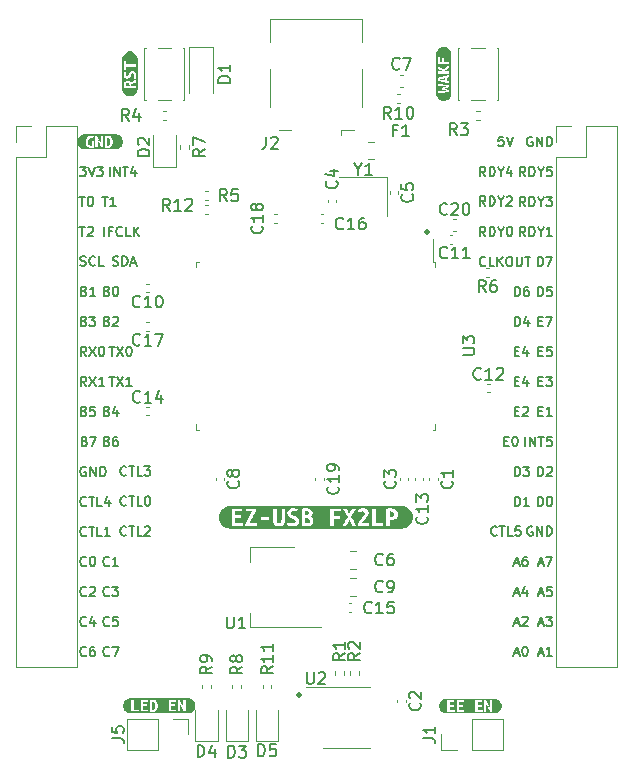
<source format=gbr>
%TF.GenerationSoftware,KiCad,Pcbnew,7.0.2-6a45011f42~172~ubuntu20.04.1*%
%TF.CreationDate,2023-04-23T14:30:36+07:00*%
%TF.ProjectId,EZ-USB-100X,455a2d55-5342-42d3-9130-30582e6b6963,rev?*%
%TF.SameCoordinates,Original*%
%TF.FileFunction,Legend,Top*%
%TF.FilePolarity,Positive*%
%FSLAX46Y46*%
G04 Gerber Fmt 4.6, Leading zero omitted, Abs format (unit mm)*
G04 Created by KiCad (PCBNEW 7.0.2-6a45011f42~172~ubuntu20.04.1) date 2023-04-23 14:30:36*
%MOMM*%
%LPD*%
G01*
G04 APERTURE LIST*
%ADD10C,0.150000*%
%ADD11C,0.300000*%
%ADD12C,0.120000*%
G04 APERTURE END LIST*
D10*
X117862390Y-84355247D02*
X117976676Y-84393342D01*
X117976676Y-84393342D02*
X118014771Y-84431438D01*
X118014771Y-84431438D02*
X118052867Y-84507628D01*
X118052867Y-84507628D02*
X118052867Y-84621914D01*
X118052867Y-84621914D02*
X118014771Y-84698104D01*
X118014771Y-84698104D02*
X117976676Y-84736200D01*
X117976676Y-84736200D02*
X117900486Y-84774295D01*
X117900486Y-84774295D02*
X117595724Y-84774295D01*
X117595724Y-84774295D02*
X117595724Y-83974295D01*
X117595724Y-83974295D02*
X117862390Y-83974295D01*
X117862390Y-83974295D02*
X117938581Y-84012390D01*
X117938581Y-84012390D02*
X117976676Y-84050485D01*
X117976676Y-84050485D02*
X118014771Y-84126676D01*
X118014771Y-84126676D02*
X118014771Y-84202866D01*
X118014771Y-84202866D02*
X117976676Y-84279057D01*
X117976676Y-84279057D02*
X117938581Y-84317152D01*
X117938581Y-84317152D02*
X117862390Y-84355247D01*
X117862390Y-84355247D02*
X117595724Y-84355247D01*
X118319533Y-83974295D02*
X118852867Y-83974295D01*
X118852867Y-83974295D02*
X118510009Y-84774295D01*
X117995772Y-94858104D02*
X117957676Y-94896200D01*
X117957676Y-94896200D02*
X117843391Y-94934295D01*
X117843391Y-94934295D02*
X117767200Y-94934295D01*
X117767200Y-94934295D02*
X117652914Y-94896200D01*
X117652914Y-94896200D02*
X117576724Y-94820009D01*
X117576724Y-94820009D02*
X117538629Y-94743819D01*
X117538629Y-94743819D02*
X117500533Y-94591438D01*
X117500533Y-94591438D02*
X117500533Y-94477152D01*
X117500533Y-94477152D02*
X117538629Y-94324771D01*
X117538629Y-94324771D02*
X117576724Y-94248580D01*
X117576724Y-94248580D02*
X117652914Y-94172390D01*
X117652914Y-94172390D02*
X117767200Y-94134295D01*
X117767200Y-94134295D02*
X117843391Y-94134295D01*
X117843391Y-94134295D02*
X117957676Y-94172390D01*
X117957676Y-94172390D02*
X117995772Y-94210485D01*
X118491010Y-94134295D02*
X118567200Y-94134295D01*
X118567200Y-94134295D02*
X118643391Y-94172390D01*
X118643391Y-94172390D02*
X118681486Y-94210485D01*
X118681486Y-94210485D02*
X118719581Y-94286676D01*
X118719581Y-94286676D02*
X118757676Y-94439057D01*
X118757676Y-94439057D02*
X118757676Y-94629533D01*
X118757676Y-94629533D02*
X118719581Y-94781914D01*
X118719581Y-94781914D02*
X118681486Y-94858104D01*
X118681486Y-94858104D02*
X118643391Y-94896200D01*
X118643391Y-94896200D02*
X118567200Y-94934295D01*
X118567200Y-94934295D02*
X118491010Y-94934295D01*
X118491010Y-94934295D02*
X118414819Y-94896200D01*
X118414819Y-94896200D02*
X118376724Y-94858104D01*
X118376724Y-94858104D02*
X118338629Y-94781914D01*
X118338629Y-94781914D02*
X118300533Y-94629533D01*
X118300533Y-94629533D02*
X118300533Y-94439057D01*
X118300533Y-94439057D02*
X118338629Y-94286676D01*
X118338629Y-94286676D02*
X118376724Y-94210485D01*
X118376724Y-94210485D02*
X118414819Y-94172390D01*
X118414819Y-94172390D02*
X118491010Y-94134295D01*
X119741990Y-84355247D02*
X119856276Y-84393342D01*
X119856276Y-84393342D02*
X119894371Y-84431438D01*
X119894371Y-84431438D02*
X119932467Y-84507628D01*
X119932467Y-84507628D02*
X119932467Y-84621914D01*
X119932467Y-84621914D02*
X119894371Y-84698104D01*
X119894371Y-84698104D02*
X119856276Y-84736200D01*
X119856276Y-84736200D02*
X119780086Y-84774295D01*
X119780086Y-84774295D02*
X119475324Y-84774295D01*
X119475324Y-84774295D02*
X119475324Y-83974295D01*
X119475324Y-83974295D02*
X119741990Y-83974295D01*
X119741990Y-83974295D02*
X119818181Y-84012390D01*
X119818181Y-84012390D02*
X119856276Y-84050485D01*
X119856276Y-84050485D02*
X119894371Y-84126676D01*
X119894371Y-84126676D02*
X119894371Y-84202866D01*
X119894371Y-84202866D02*
X119856276Y-84279057D01*
X119856276Y-84279057D02*
X119818181Y-84317152D01*
X119818181Y-84317152D02*
X119741990Y-84355247D01*
X119741990Y-84355247D02*
X119475324Y-84355247D01*
X120618181Y-83974295D02*
X120465800Y-83974295D01*
X120465800Y-83974295D02*
X120389609Y-84012390D01*
X120389609Y-84012390D02*
X120351514Y-84050485D01*
X120351514Y-84050485D02*
X120275324Y-84164771D01*
X120275324Y-84164771D02*
X120237228Y-84317152D01*
X120237228Y-84317152D02*
X120237228Y-84621914D01*
X120237228Y-84621914D02*
X120275324Y-84698104D01*
X120275324Y-84698104D02*
X120313419Y-84736200D01*
X120313419Y-84736200D02*
X120389609Y-84774295D01*
X120389609Y-84774295D02*
X120541990Y-84774295D01*
X120541990Y-84774295D02*
X120618181Y-84736200D01*
X120618181Y-84736200D02*
X120656276Y-84698104D01*
X120656276Y-84698104D02*
X120694371Y-84621914D01*
X120694371Y-84621914D02*
X120694371Y-84431438D01*
X120694371Y-84431438D02*
X120656276Y-84355247D01*
X120656276Y-84355247D02*
X120618181Y-84317152D01*
X120618181Y-84317152D02*
X120541990Y-84279057D01*
X120541990Y-84279057D02*
X120389609Y-84279057D01*
X120389609Y-84279057D02*
X120313419Y-84317152D01*
X120313419Y-84317152D02*
X120275324Y-84355247D01*
X120275324Y-84355247D02*
X120237228Y-84431438D01*
X117462438Y-61114295D02*
X117957676Y-61114295D01*
X117957676Y-61114295D02*
X117691010Y-61419057D01*
X117691010Y-61419057D02*
X117805295Y-61419057D01*
X117805295Y-61419057D02*
X117881486Y-61457152D01*
X117881486Y-61457152D02*
X117919581Y-61495247D01*
X117919581Y-61495247D02*
X117957676Y-61571438D01*
X117957676Y-61571438D02*
X117957676Y-61761914D01*
X117957676Y-61761914D02*
X117919581Y-61838104D01*
X117919581Y-61838104D02*
X117881486Y-61876200D01*
X117881486Y-61876200D02*
X117805295Y-61914295D01*
X117805295Y-61914295D02*
X117576724Y-61914295D01*
X117576724Y-61914295D02*
X117500533Y-61876200D01*
X117500533Y-61876200D02*
X117462438Y-61838104D01*
X118186248Y-61114295D02*
X118452915Y-61914295D01*
X118452915Y-61914295D02*
X118719581Y-61114295D01*
X118910057Y-61114295D02*
X119405295Y-61114295D01*
X119405295Y-61114295D02*
X119138629Y-61419057D01*
X119138629Y-61419057D02*
X119252914Y-61419057D01*
X119252914Y-61419057D02*
X119329105Y-61457152D01*
X119329105Y-61457152D02*
X119367200Y-61495247D01*
X119367200Y-61495247D02*
X119405295Y-61571438D01*
X119405295Y-61571438D02*
X119405295Y-61761914D01*
X119405295Y-61761914D02*
X119367200Y-61838104D01*
X119367200Y-61838104D02*
X119329105Y-61876200D01*
X119329105Y-61876200D02*
X119252914Y-61914295D01*
X119252914Y-61914295D02*
X119024343Y-61914295D01*
X119024343Y-61914295D02*
X118948152Y-61876200D01*
X118948152Y-61876200D02*
X118910057Y-61838104D01*
X117805295Y-71655247D02*
X117919581Y-71693342D01*
X117919581Y-71693342D02*
X117957676Y-71731438D01*
X117957676Y-71731438D02*
X117995772Y-71807628D01*
X117995772Y-71807628D02*
X117995772Y-71921914D01*
X117995772Y-71921914D02*
X117957676Y-71998104D01*
X117957676Y-71998104D02*
X117919581Y-72036200D01*
X117919581Y-72036200D02*
X117843391Y-72074295D01*
X117843391Y-72074295D02*
X117538629Y-72074295D01*
X117538629Y-72074295D02*
X117538629Y-71274295D01*
X117538629Y-71274295D02*
X117805295Y-71274295D01*
X117805295Y-71274295D02*
X117881486Y-71312390D01*
X117881486Y-71312390D02*
X117919581Y-71350485D01*
X117919581Y-71350485D02*
X117957676Y-71426676D01*
X117957676Y-71426676D02*
X117957676Y-71502866D01*
X117957676Y-71502866D02*
X117919581Y-71579057D01*
X117919581Y-71579057D02*
X117881486Y-71617152D01*
X117881486Y-71617152D02*
X117805295Y-71655247D01*
X117805295Y-71655247D02*
X117538629Y-71655247D01*
X118757676Y-72074295D02*
X118300533Y-72074295D01*
X118529105Y-72074295D02*
X118529105Y-71274295D01*
X118529105Y-71274295D02*
X118452914Y-71388580D01*
X118452914Y-71388580D02*
X118376724Y-71464771D01*
X118376724Y-71464771D02*
X118300533Y-71502866D01*
X152755695Y-92292704D02*
X152717599Y-92330800D01*
X152717599Y-92330800D02*
X152603314Y-92368895D01*
X152603314Y-92368895D02*
X152527123Y-92368895D01*
X152527123Y-92368895D02*
X152412837Y-92330800D01*
X152412837Y-92330800D02*
X152336647Y-92254609D01*
X152336647Y-92254609D02*
X152298552Y-92178419D01*
X152298552Y-92178419D02*
X152260456Y-92026038D01*
X152260456Y-92026038D02*
X152260456Y-91911752D01*
X152260456Y-91911752D02*
X152298552Y-91759371D01*
X152298552Y-91759371D02*
X152336647Y-91683180D01*
X152336647Y-91683180D02*
X152412837Y-91606990D01*
X152412837Y-91606990D02*
X152527123Y-91568895D01*
X152527123Y-91568895D02*
X152603314Y-91568895D01*
X152603314Y-91568895D02*
X152717599Y-91606990D01*
X152717599Y-91606990D02*
X152755695Y-91645085D01*
X152984266Y-91568895D02*
X153441409Y-91568895D01*
X153212837Y-92368895D02*
X153212837Y-91568895D01*
X154089028Y-92368895D02*
X153708076Y-92368895D01*
X153708076Y-92368895D02*
X153708076Y-91568895D01*
X154736647Y-91568895D02*
X154355695Y-91568895D01*
X154355695Y-91568895D02*
X154317599Y-91949847D01*
X154317599Y-91949847D02*
X154355695Y-91911752D01*
X154355695Y-91911752D02*
X154431885Y-91873657D01*
X154431885Y-91873657D02*
X154622361Y-91873657D01*
X154622361Y-91873657D02*
X154698552Y-91911752D01*
X154698552Y-91911752D02*
X154736647Y-91949847D01*
X154736647Y-91949847D02*
X154774742Y-92026038D01*
X154774742Y-92026038D02*
X154774742Y-92216514D01*
X154774742Y-92216514D02*
X154736647Y-92292704D01*
X154736647Y-92292704D02*
X154698552Y-92330800D01*
X154698552Y-92330800D02*
X154622361Y-92368895D01*
X154622361Y-92368895D02*
X154431885Y-92368895D01*
X154431885Y-92368895D02*
X154355695Y-92330800D01*
X154355695Y-92330800D02*
X154317599Y-92292704D01*
X156286171Y-94705723D02*
X156667124Y-94705723D01*
X156209981Y-94934295D02*
X156476648Y-94134295D01*
X156476648Y-94134295D02*
X156743314Y-94934295D01*
X156933790Y-94134295D02*
X157467124Y-94134295D01*
X157467124Y-94134295D02*
X157124266Y-94934295D01*
X119513534Y-66994295D02*
X119513534Y-66194295D01*
X120161152Y-66575247D02*
X119894486Y-66575247D01*
X119894486Y-66994295D02*
X119894486Y-66194295D01*
X119894486Y-66194295D02*
X120275438Y-66194295D01*
X121037343Y-66918104D02*
X120999247Y-66956200D01*
X120999247Y-66956200D02*
X120884962Y-66994295D01*
X120884962Y-66994295D02*
X120808771Y-66994295D01*
X120808771Y-66994295D02*
X120694485Y-66956200D01*
X120694485Y-66956200D02*
X120618295Y-66880009D01*
X120618295Y-66880009D02*
X120580200Y-66803819D01*
X120580200Y-66803819D02*
X120542104Y-66651438D01*
X120542104Y-66651438D02*
X120542104Y-66537152D01*
X120542104Y-66537152D02*
X120580200Y-66384771D01*
X120580200Y-66384771D02*
X120618295Y-66308580D01*
X120618295Y-66308580D02*
X120694485Y-66232390D01*
X120694485Y-66232390D02*
X120808771Y-66194295D01*
X120808771Y-66194295D02*
X120884962Y-66194295D01*
X120884962Y-66194295D02*
X120999247Y-66232390D01*
X120999247Y-66232390D02*
X121037343Y-66270485D01*
X121761152Y-66994295D02*
X121380200Y-66994295D01*
X121380200Y-66994295D02*
X121380200Y-66194295D01*
X122027819Y-66994295D02*
X122027819Y-66194295D01*
X122484962Y-66994295D02*
X122142104Y-66537152D01*
X122484962Y-66194295D02*
X122027819Y-66651438D01*
X117424343Y-63654295D02*
X117881486Y-63654295D01*
X117652914Y-64454295D02*
X117652914Y-63654295D01*
X118300534Y-63654295D02*
X118376724Y-63654295D01*
X118376724Y-63654295D02*
X118452915Y-63692390D01*
X118452915Y-63692390D02*
X118491010Y-63730485D01*
X118491010Y-63730485D02*
X118529105Y-63806676D01*
X118529105Y-63806676D02*
X118567200Y-63959057D01*
X118567200Y-63959057D02*
X118567200Y-64149533D01*
X118567200Y-64149533D02*
X118529105Y-64301914D01*
X118529105Y-64301914D02*
X118491010Y-64378104D01*
X118491010Y-64378104D02*
X118452915Y-64416200D01*
X118452915Y-64416200D02*
X118376724Y-64454295D01*
X118376724Y-64454295D02*
X118300534Y-64454295D01*
X118300534Y-64454295D02*
X118224343Y-64416200D01*
X118224343Y-64416200D02*
X118186248Y-64378104D01*
X118186248Y-64378104D02*
X118148153Y-64301914D01*
X118148153Y-64301914D02*
X118110057Y-64149533D01*
X118110057Y-64149533D02*
X118110057Y-63959057D01*
X118110057Y-63959057D02*
X118148153Y-63806676D01*
X118148153Y-63806676D02*
X118186248Y-63730485D01*
X118186248Y-63730485D02*
X118224343Y-63692390D01*
X118224343Y-63692390D02*
X118300534Y-63654295D01*
X154273324Y-76735247D02*
X154539990Y-76735247D01*
X154654276Y-77154295D02*
X154273324Y-77154295D01*
X154273324Y-77154295D02*
X154273324Y-76354295D01*
X154273324Y-76354295D02*
X154654276Y-76354295D01*
X155339991Y-76620961D02*
X155339991Y-77154295D01*
X155149515Y-76316200D02*
X154959038Y-76887628D01*
X154959038Y-76887628D02*
X155454277Y-76887628D01*
X154273324Y-79275247D02*
X154539990Y-79275247D01*
X154654276Y-79694295D02*
X154273324Y-79694295D01*
X154273324Y-79694295D02*
X154273324Y-78894295D01*
X154273324Y-78894295D02*
X154654276Y-78894295D01*
X155339991Y-79160961D02*
X155339991Y-79694295D01*
X155149515Y-78856200D02*
X154959038Y-79427628D01*
X154959038Y-79427628D02*
X155454277Y-79427628D01*
X154273324Y-72074295D02*
X154273324Y-71274295D01*
X154273324Y-71274295D02*
X154463800Y-71274295D01*
X154463800Y-71274295D02*
X154578086Y-71312390D01*
X154578086Y-71312390D02*
X154654276Y-71388580D01*
X154654276Y-71388580D02*
X154692371Y-71464771D01*
X154692371Y-71464771D02*
X154730467Y-71617152D01*
X154730467Y-71617152D02*
X154730467Y-71731438D01*
X154730467Y-71731438D02*
X154692371Y-71883819D01*
X154692371Y-71883819D02*
X154654276Y-71960009D01*
X154654276Y-71960009D02*
X154578086Y-72036200D01*
X154578086Y-72036200D02*
X154463800Y-72074295D01*
X154463800Y-72074295D02*
X154273324Y-72074295D01*
X155416181Y-71274295D02*
X155263800Y-71274295D01*
X155263800Y-71274295D02*
X155187609Y-71312390D01*
X155187609Y-71312390D02*
X155149514Y-71350485D01*
X155149514Y-71350485D02*
X155073324Y-71464771D01*
X155073324Y-71464771D02*
X155035228Y-71617152D01*
X155035228Y-71617152D02*
X155035228Y-71921914D01*
X155035228Y-71921914D02*
X155073324Y-71998104D01*
X155073324Y-71998104D02*
X155111419Y-72036200D01*
X155111419Y-72036200D02*
X155187609Y-72074295D01*
X155187609Y-72074295D02*
X155339990Y-72074295D01*
X155339990Y-72074295D02*
X155416181Y-72036200D01*
X155416181Y-72036200D02*
X155454276Y-71998104D01*
X155454276Y-71998104D02*
X155492371Y-71921914D01*
X155492371Y-71921914D02*
X155492371Y-71731438D01*
X155492371Y-71731438D02*
X155454276Y-71655247D01*
X155454276Y-71655247D02*
X155416181Y-71617152D01*
X155416181Y-71617152D02*
X155339990Y-71579057D01*
X155339990Y-71579057D02*
X155187609Y-71579057D01*
X155187609Y-71579057D02*
X155111419Y-71617152D01*
X155111419Y-71617152D02*
X155073324Y-71655247D01*
X155073324Y-71655247D02*
X155035228Y-71731438D01*
X117995772Y-79694295D02*
X117729105Y-79313342D01*
X117538629Y-79694295D02*
X117538629Y-78894295D01*
X117538629Y-78894295D02*
X117843391Y-78894295D01*
X117843391Y-78894295D02*
X117919581Y-78932390D01*
X117919581Y-78932390D02*
X117957676Y-78970485D01*
X117957676Y-78970485D02*
X117995772Y-79046676D01*
X117995772Y-79046676D02*
X117995772Y-79160961D01*
X117995772Y-79160961D02*
X117957676Y-79237152D01*
X117957676Y-79237152D02*
X117919581Y-79275247D01*
X117919581Y-79275247D02*
X117843391Y-79313342D01*
X117843391Y-79313342D02*
X117538629Y-79313342D01*
X118262438Y-78894295D02*
X118795772Y-79694295D01*
X118795772Y-78894295D02*
X118262438Y-79694295D01*
X119519581Y-79694295D02*
X119062438Y-79694295D01*
X119291010Y-79694295D02*
X119291010Y-78894295D01*
X119291010Y-78894295D02*
X119214819Y-79008580D01*
X119214819Y-79008580D02*
X119138629Y-79084771D01*
X119138629Y-79084771D02*
X119062438Y-79122866D01*
X117995772Y-77154295D02*
X117729105Y-76773342D01*
X117538629Y-77154295D02*
X117538629Y-76354295D01*
X117538629Y-76354295D02*
X117843391Y-76354295D01*
X117843391Y-76354295D02*
X117919581Y-76392390D01*
X117919581Y-76392390D02*
X117957676Y-76430485D01*
X117957676Y-76430485D02*
X117995772Y-76506676D01*
X117995772Y-76506676D02*
X117995772Y-76620961D01*
X117995772Y-76620961D02*
X117957676Y-76697152D01*
X117957676Y-76697152D02*
X117919581Y-76735247D01*
X117919581Y-76735247D02*
X117843391Y-76773342D01*
X117843391Y-76773342D02*
X117538629Y-76773342D01*
X118262438Y-76354295D02*
X118795772Y-77154295D01*
X118795772Y-76354295D02*
X118262438Y-77154295D01*
X119252915Y-76354295D02*
X119329105Y-76354295D01*
X119329105Y-76354295D02*
X119405296Y-76392390D01*
X119405296Y-76392390D02*
X119443391Y-76430485D01*
X119443391Y-76430485D02*
X119481486Y-76506676D01*
X119481486Y-76506676D02*
X119519581Y-76659057D01*
X119519581Y-76659057D02*
X119519581Y-76849533D01*
X119519581Y-76849533D02*
X119481486Y-77001914D01*
X119481486Y-77001914D02*
X119443391Y-77078104D01*
X119443391Y-77078104D02*
X119405296Y-77116200D01*
X119405296Y-77116200D02*
X119329105Y-77154295D01*
X119329105Y-77154295D02*
X119252915Y-77154295D01*
X119252915Y-77154295D02*
X119176724Y-77116200D01*
X119176724Y-77116200D02*
X119138629Y-77078104D01*
X119138629Y-77078104D02*
X119100534Y-77001914D01*
X119100534Y-77001914D02*
X119062438Y-76849533D01*
X119062438Y-76849533D02*
X119062438Y-76659057D01*
X119062438Y-76659057D02*
X119100534Y-76506676D01*
X119100534Y-76506676D02*
X119138629Y-76430485D01*
X119138629Y-76430485D02*
X119176724Y-76392390D01*
X119176724Y-76392390D02*
X119252915Y-76354295D01*
D11*
X146862799Y-66571561D02*
X146767561Y-66666800D01*
X146767561Y-66666800D02*
X146862799Y-66762038D01*
X146862799Y-66762038D02*
X146958037Y-66666800D01*
X146958037Y-66666800D02*
X146862799Y-66571561D01*
X146862799Y-66571561D02*
X146862799Y-66762038D01*
X135991599Y-105763761D02*
X135896361Y-105859000D01*
X135896361Y-105859000D02*
X135991599Y-105954238D01*
X135991599Y-105954238D02*
X136086837Y-105859000D01*
X136086837Y-105859000D02*
X135991599Y-105763761D01*
X135991599Y-105763761D02*
X135991599Y-105954238D01*
D10*
X154235228Y-97245723D02*
X154616181Y-97245723D01*
X154159038Y-97474295D02*
X154425705Y-96674295D01*
X154425705Y-96674295D02*
X154692371Y-97474295D01*
X155301895Y-96940961D02*
X155301895Y-97474295D01*
X155111419Y-96636200D02*
X154920942Y-97207628D01*
X154920942Y-97207628D02*
X155416181Y-97207628D01*
X119932467Y-97398104D02*
X119894371Y-97436200D01*
X119894371Y-97436200D02*
X119780086Y-97474295D01*
X119780086Y-97474295D02*
X119703895Y-97474295D01*
X119703895Y-97474295D02*
X119589609Y-97436200D01*
X119589609Y-97436200D02*
X119513419Y-97360009D01*
X119513419Y-97360009D02*
X119475324Y-97283819D01*
X119475324Y-97283819D02*
X119437228Y-97131438D01*
X119437228Y-97131438D02*
X119437228Y-97017152D01*
X119437228Y-97017152D02*
X119475324Y-96864771D01*
X119475324Y-96864771D02*
X119513419Y-96788580D01*
X119513419Y-96788580D02*
X119589609Y-96712390D01*
X119589609Y-96712390D02*
X119703895Y-96674295D01*
X119703895Y-96674295D02*
X119780086Y-96674295D01*
X119780086Y-96674295D02*
X119894371Y-96712390D01*
X119894371Y-96712390D02*
X119932467Y-96750485D01*
X120199133Y-96674295D02*
X120694371Y-96674295D01*
X120694371Y-96674295D02*
X120427705Y-96979057D01*
X120427705Y-96979057D02*
X120541990Y-96979057D01*
X120541990Y-96979057D02*
X120618181Y-97017152D01*
X120618181Y-97017152D02*
X120656276Y-97055247D01*
X120656276Y-97055247D02*
X120694371Y-97131438D01*
X120694371Y-97131438D02*
X120694371Y-97321914D01*
X120694371Y-97321914D02*
X120656276Y-97398104D01*
X120656276Y-97398104D02*
X120618181Y-97436200D01*
X120618181Y-97436200D02*
X120541990Y-97474295D01*
X120541990Y-97474295D02*
X120313419Y-97474295D01*
X120313419Y-97474295D02*
X120237228Y-97436200D01*
X120237228Y-97436200D02*
X120199133Y-97398104D01*
X151796953Y-69458104D02*
X151758857Y-69496200D01*
X151758857Y-69496200D02*
X151644572Y-69534295D01*
X151644572Y-69534295D02*
X151568381Y-69534295D01*
X151568381Y-69534295D02*
X151454095Y-69496200D01*
X151454095Y-69496200D02*
X151377905Y-69420009D01*
X151377905Y-69420009D02*
X151339810Y-69343819D01*
X151339810Y-69343819D02*
X151301714Y-69191438D01*
X151301714Y-69191438D02*
X151301714Y-69077152D01*
X151301714Y-69077152D02*
X151339810Y-68924771D01*
X151339810Y-68924771D02*
X151377905Y-68848580D01*
X151377905Y-68848580D02*
X151454095Y-68772390D01*
X151454095Y-68772390D02*
X151568381Y-68734295D01*
X151568381Y-68734295D02*
X151644572Y-68734295D01*
X151644572Y-68734295D02*
X151758857Y-68772390D01*
X151758857Y-68772390D02*
X151796953Y-68810485D01*
X152520762Y-69534295D02*
X152139810Y-69534295D01*
X152139810Y-69534295D02*
X152139810Y-68734295D01*
X152787429Y-69534295D02*
X152787429Y-68734295D01*
X153244572Y-69534295D02*
X152901714Y-69077152D01*
X153244572Y-68734295D02*
X152787429Y-69191438D01*
X153739810Y-68734295D02*
X153892191Y-68734295D01*
X153892191Y-68734295D02*
X153968381Y-68772390D01*
X153968381Y-68772390D02*
X154044572Y-68848580D01*
X154044572Y-68848580D02*
X154082667Y-69000961D01*
X154082667Y-69000961D02*
X154082667Y-69267628D01*
X154082667Y-69267628D02*
X154044572Y-69420009D01*
X154044572Y-69420009D02*
X153968381Y-69496200D01*
X153968381Y-69496200D02*
X153892191Y-69534295D01*
X153892191Y-69534295D02*
X153739810Y-69534295D01*
X153739810Y-69534295D02*
X153663619Y-69496200D01*
X153663619Y-69496200D02*
X153587429Y-69420009D01*
X153587429Y-69420009D02*
X153549333Y-69267628D01*
X153549333Y-69267628D02*
X153549333Y-69000961D01*
X153549333Y-69000961D02*
X153587429Y-68848580D01*
X153587429Y-68848580D02*
X153663619Y-68772390D01*
X153663619Y-68772390D02*
X153739810Y-68734295D01*
X154425524Y-68734295D02*
X154425524Y-69381914D01*
X154425524Y-69381914D02*
X154463619Y-69458104D01*
X154463619Y-69458104D02*
X154501714Y-69496200D01*
X154501714Y-69496200D02*
X154577905Y-69534295D01*
X154577905Y-69534295D02*
X154730286Y-69534295D01*
X154730286Y-69534295D02*
X154806476Y-69496200D01*
X154806476Y-69496200D02*
X154844571Y-69458104D01*
X154844571Y-69458104D02*
X154882667Y-69381914D01*
X154882667Y-69381914D02*
X154882667Y-68734295D01*
X155149333Y-68734295D02*
X155606476Y-68734295D01*
X155377904Y-69534295D02*
X155377904Y-68734295D01*
X121386695Y-92292704D02*
X121348599Y-92330800D01*
X121348599Y-92330800D02*
X121234314Y-92368895D01*
X121234314Y-92368895D02*
X121158123Y-92368895D01*
X121158123Y-92368895D02*
X121043837Y-92330800D01*
X121043837Y-92330800D02*
X120967647Y-92254609D01*
X120967647Y-92254609D02*
X120929552Y-92178419D01*
X120929552Y-92178419D02*
X120891456Y-92026038D01*
X120891456Y-92026038D02*
X120891456Y-91911752D01*
X120891456Y-91911752D02*
X120929552Y-91759371D01*
X120929552Y-91759371D02*
X120967647Y-91683180D01*
X120967647Y-91683180D02*
X121043837Y-91606990D01*
X121043837Y-91606990D02*
X121158123Y-91568895D01*
X121158123Y-91568895D02*
X121234314Y-91568895D01*
X121234314Y-91568895D02*
X121348599Y-91606990D01*
X121348599Y-91606990D02*
X121386695Y-91645085D01*
X121615266Y-91568895D02*
X122072409Y-91568895D01*
X121843837Y-92368895D02*
X121843837Y-91568895D01*
X122720028Y-92368895D02*
X122339076Y-92368895D01*
X122339076Y-92368895D02*
X122339076Y-91568895D01*
X122948599Y-91645085D02*
X122986695Y-91606990D01*
X122986695Y-91606990D02*
X123062885Y-91568895D01*
X123062885Y-91568895D02*
X123253361Y-91568895D01*
X123253361Y-91568895D02*
X123329552Y-91606990D01*
X123329552Y-91606990D02*
X123367647Y-91645085D01*
X123367647Y-91645085D02*
X123405742Y-91721276D01*
X123405742Y-91721276D02*
X123405742Y-91797466D01*
X123405742Y-91797466D02*
X123367647Y-91911752D01*
X123367647Y-91911752D02*
X122910504Y-92368895D01*
X122910504Y-92368895D02*
X123405742Y-92368895D01*
X155181410Y-61914295D02*
X154914743Y-61533342D01*
X154724267Y-61914295D02*
X154724267Y-61114295D01*
X154724267Y-61114295D02*
X155029029Y-61114295D01*
X155029029Y-61114295D02*
X155105219Y-61152390D01*
X155105219Y-61152390D02*
X155143314Y-61190485D01*
X155143314Y-61190485D02*
X155181410Y-61266676D01*
X155181410Y-61266676D02*
X155181410Y-61380961D01*
X155181410Y-61380961D02*
X155143314Y-61457152D01*
X155143314Y-61457152D02*
X155105219Y-61495247D01*
X155105219Y-61495247D02*
X155029029Y-61533342D01*
X155029029Y-61533342D02*
X154724267Y-61533342D01*
X155524267Y-61914295D02*
X155524267Y-61114295D01*
X155524267Y-61114295D02*
X155714743Y-61114295D01*
X155714743Y-61114295D02*
X155829029Y-61152390D01*
X155829029Y-61152390D02*
X155905219Y-61228580D01*
X155905219Y-61228580D02*
X155943314Y-61304771D01*
X155943314Y-61304771D02*
X155981410Y-61457152D01*
X155981410Y-61457152D02*
X155981410Y-61571438D01*
X155981410Y-61571438D02*
X155943314Y-61723819D01*
X155943314Y-61723819D02*
X155905219Y-61800009D01*
X155905219Y-61800009D02*
X155829029Y-61876200D01*
X155829029Y-61876200D02*
X155714743Y-61914295D01*
X155714743Y-61914295D02*
X155524267Y-61914295D01*
X156476648Y-61533342D02*
X156476648Y-61914295D01*
X156209981Y-61114295D02*
X156476648Y-61533342D01*
X156476648Y-61533342D02*
X156743314Y-61114295D01*
X157390933Y-61114295D02*
X157009981Y-61114295D01*
X157009981Y-61114295D02*
X156971885Y-61495247D01*
X156971885Y-61495247D02*
X157009981Y-61457152D01*
X157009981Y-61457152D02*
X157086171Y-61419057D01*
X157086171Y-61419057D02*
X157276647Y-61419057D01*
X157276647Y-61419057D02*
X157352838Y-61457152D01*
X157352838Y-61457152D02*
X157390933Y-61495247D01*
X157390933Y-61495247D02*
X157429028Y-61571438D01*
X157429028Y-61571438D02*
X157429028Y-61761914D01*
X157429028Y-61761914D02*
X157390933Y-61838104D01*
X157390933Y-61838104D02*
X157352838Y-61876200D01*
X157352838Y-61876200D02*
X157276647Y-61914295D01*
X157276647Y-61914295D02*
X157086171Y-61914295D01*
X157086171Y-61914295D02*
X157009981Y-61876200D01*
X157009981Y-61876200D02*
X156971885Y-61838104D01*
X120237371Y-69470800D02*
X120351657Y-69508895D01*
X120351657Y-69508895D02*
X120542133Y-69508895D01*
X120542133Y-69508895D02*
X120618324Y-69470800D01*
X120618324Y-69470800D02*
X120656419Y-69432704D01*
X120656419Y-69432704D02*
X120694514Y-69356514D01*
X120694514Y-69356514D02*
X120694514Y-69280323D01*
X120694514Y-69280323D02*
X120656419Y-69204133D01*
X120656419Y-69204133D02*
X120618324Y-69166038D01*
X120618324Y-69166038D02*
X120542133Y-69127942D01*
X120542133Y-69127942D02*
X120389752Y-69089847D01*
X120389752Y-69089847D02*
X120313562Y-69051752D01*
X120313562Y-69051752D02*
X120275467Y-69013657D01*
X120275467Y-69013657D02*
X120237371Y-68937466D01*
X120237371Y-68937466D02*
X120237371Y-68861276D01*
X120237371Y-68861276D02*
X120275467Y-68785085D01*
X120275467Y-68785085D02*
X120313562Y-68746990D01*
X120313562Y-68746990D02*
X120389752Y-68708895D01*
X120389752Y-68708895D02*
X120580229Y-68708895D01*
X120580229Y-68708895D02*
X120694514Y-68746990D01*
X121037372Y-69508895D02*
X121037372Y-68708895D01*
X121037372Y-68708895D02*
X121227848Y-68708895D01*
X121227848Y-68708895D02*
X121342134Y-68746990D01*
X121342134Y-68746990D02*
X121418324Y-68823180D01*
X121418324Y-68823180D02*
X121456419Y-68899371D01*
X121456419Y-68899371D02*
X121494515Y-69051752D01*
X121494515Y-69051752D02*
X121494515Y-69166038D01*
X121494515Y-69166038D02*
X121456419Y-69318419D01*
X121456419Y-69318419D02*
X121418324Y-69394609D01*
X121418324Y-69394609D02*
X121342134Y-69470800D01*
X121342134Y-69470800D02*
X121227848Y-69508895D01*
X121227848Y-69508895D02*
X121037372Y-69508895D01*
X121799276Y-69280323D02*
X122180229Y-69280323D01*
X121723086Y-69508895D02*
X121989753Y-68708895D01*
X121989753Y-68708895D02*
X122256419Y-69508895D01*
X117957676Y-86552390D02*
X117881486Y-86514295D01*
X117881486Y-86514295D02*
X117767200Y-86514295D01*
X117767200Y-86514295D02*
X117652914Y-86552390D01*
X117652914Y-86552390D02*
X117576724Y-86628580D01*
X117576724Y-86628580D02*
X117538629Y-86704771D01*
X117538629Y-86704771D02*
X117500533Y-86857152D01*
X117500533Y-86857152D02*
X117500533Y-86971438D01*
X117500533Y-86971438D02*
X117538629Y-87123819D01*
X117538629Y-87123819D02*
X117576724Y-87200009D01*
X117576724Y-87200009D02*
X117652914Y-87276200D01*
X117652914Y-87276200D02*
X117767200Y-87314295D01*
X117767200Y-87314295D02*
X117843391Y-87314295D01*
X117843391Y-87314295D02*
X117957676Y-87276200D01*
X117957676Y-87276200D02*
X117995772Y-87238104D01*
X117995772Y-87238104D02*
X117995772Y-86971438D01*
X117995772Y-86971438D02*
X117843391Y-86971438D01*
X118338629Y-87314295D02*
X118338629Y-86514295D01*
X118338629Y-86514295D02*
X118795772Y-87314295D01*
X118795772Y-87314295D02*
X118795772Y-86514295D01*
X119176724Y-87314295D02*
X119176724Y-86514295D01*
X119176724Y-86514295D02*
X119367200Y-86514295D01*
X119367200Y-86514295D02*
X119481486Y-86552390D01*
X119481486Y-86552390D02*
X119557676Y-86628580D01*
X119557676Y-86628580D02*
X119595771Y-86704771D01*
X119595771Y-86704771D02*
X119633867Y-86857152D01*
X119633867Y-86857152D02*
X119633867Y-86971438D01*
X119633867Y-86971438D02*
X119595771Y-87123819D01*
X119595771Y-87123819D02*
X119557676Y-87200009D01*
X119557676Y-87200009D02*
X119481486Y-87276200D01*
X119481486Y-87276200D02*
X119367200Y-87314295D01*
X119367200Y-87314295D02*
X119176724Y-87314295D01*
X117424343Y-66194295D02*
X117881486Y-66194295D01*
X117652914Y-66994295D02*
X117652914Y-66194295D01*
X118110057Y-66270485D02*
X118148153Y-66232390D01*
X118148153Y-66232390D02*
X118224343Y-66194295D01*
X118224343Y-66194295D02*
X118414819Y-66194295D01*
X118414819Y-66194295D02*
X118491010Y-66232390D01*
X118491010Y-66232390D02*
X118529105Y-66270485D01*
X118529105Y-66270485D02*
X118567200Y-66346676D01*
X118567200Y-66346676D02*
X118567200Y-66422866D01*
X118567200Y-66422866D02*
X118529105Y-66537152D01*
X118529105Y-66537152D02*
X118071962Y-66994295D01*
X118071962Y-66994295D02*
X118567200Y-66994295D01*
X119741990Y-71655247D02*
X119856276Y-71693342D01*
X119856276Y-71693342D02*
X119894371Y-71731438D01*
X119894371Y-71731438D02*
X119932467Y-71807628D01*
X119932467Y-71807628D02*
X119932467Y-71921914D01*
X119932467Y-71921914D02*
X119894371Y-71998104D01*
X119894371Y-71998104D02*
X119856276Y-72036200D01*
X119856276Y-72036200D02*
X119780086Y-72074295D01*
X119780086Y-72074295D02*
X119475324Y-72074295D01*
X119475324Y-72074295D02*
X119475324Y-71274295D01*
X119475324Y-71274295D02*
X119741990Y-71274295D01*
X119741990Y-71274295D02*
X119818181Y-71312390D01*
X119818181Y-71312390D02*
X119856276Y-71350485D01*
X119856276Y-71350485D02*
X119894371Y-71426676D01*
X119894371Y-71426676D02*
X119894371Y-71502866D01*
X119894371Y-71502866D02*
X119856276Y-71579057D01*
X119856276Y-71579057D02*
X119818181Y-71617152D01*
X119818181Y-71617152D02*
X119741990Y-71655247D01*
X119741990Y-71655247D02*
X119475324Y-71655247D01*
X120427705Y-71274295D02*
X120503895Y-71274295D01*
X120503895Y-71274295D02*
X120580086Y-71312390D01*
X120580086Y-71312390D02*
X120618181Y-71350485D01*
X120618181Y-71350485D02*
X120656276Y-71426676D01*
X120656276Y-71426676D02*
X120694371Y-71579057D01*
X120694371Y-71579057D02*
X120694371Y-71769533D01*
X120694371Y-71769533D02*
X120656276Y-71921914D01*
X120656276Y-71921914D02*
X120618181Y-71998104D01*
X120618181Y-71998104D02*
X120580086Y-72036200D01*
X120580086Y-72036200D02*
X120503895Y-72074295D01*
X120503895Y-72074295D02*
X120427705Y-72074295D01*
X120427705Y-72074295D02*
X120351514Y-72036200D01*
X120351514Y-72036200D02*
X120313419Y-71998104D01*
X120313419Y-71998104D02*
X120275324Y-71921914D01*
X120275324Y-71921914D02*
X120237228Y-71769533D01*
X120237228Y-71769533D02*
X120237228Y-71579057D01*
X120237228Y-71579057D02*
X120275324Y-71426676D01*
X120275324Y-71426676D02*
X120313419Y-71350485D01*
X120313419Y-71350485D02*
X120351514Y-71312390D01*
X120351514Y-71312390D02*
X120427705Y-71274295D01*
X119932467Y-99938104D02*
X119894371Y-99976200D01*
X119894371Y-99976200D02*
X119780086Y-100014295D01*
X119780086Y-100014295D02*
X119703895Y-100014295D01*
X119703895Y-100014295D02*
X119589609Y-99976200D01*
X119589609Y-99976200D02*
X119513419Y-99900009D01*
X119513419Y-99900009D02*
X119475324Y-99823819D01*
X119475324Y-99823819D02*
X119437228Y-99671438D01*
X119437228Y-99671438D02*
X119437228Y-99557152D01*
X119437228Y-99557152D02*
X119475324Y-99404771D01*
X119475324Y-99404771D02*
X119513419Y-99328580D01*
X119513419Y-99328580D02*
X119589609Y-99252390D01*
X119589609Y-99252390D02*
X119703895Y-99214295D01*
X119703895Y-99214295D02*
X119780086Y-99214295D01*
X119780086Y-99214295D02*
X119894371Y-99252390D01*
X119894371Y-99252390D02*
X119932467Y-99290485D01*
X120656276Y-99214295D02*
X120275324Y-99214295D01*
X120275324Y-99214295D02*
X120237228Y-99595247D01*
X120237228Y-99595247D02*
X120275324Y-99557152D01*
X120275324Y-99557152D02*
X120351514Y-99519057D01*
X120351514Y-99519057D02*
X120541990Y-99519057D01*
X120541990Y-99519057D02*
X120618181Y-99557152D01*
X120618181Y-99557152D02*
X120656276Y-99595247D01*
X120656276Y-99595247D02*
X120694371Y-99671438D01*
X120694371Y-99671438D02*
X120694371Y-99861914D01*
X120694371Y-99861914D02*
X120656276Y-99938104D01*
X120656276Y-99938104D02*
X120618181Y-99976200D01*
X120618181Y-99976200D02*
X120541990Y-100014295D01*
X120541990Y-100014295D02*
X120351514Y-100014295D01*
X120351514Y-100014295D02*
X120275324Y-99976200D01*
X120275324Y-99976200D02*
X120237228Y-99938104D01*
X156209981Y-89854295D02*
X156209981Y-89054295D01*
X156209981Y-89054295D02*
X156400457Y-89054295D01*
X156400457Y-89054295D02*
X156514743Y-89092390D01*
X156514743Y-89092390D02*
X156590933Y-89168580D01*
X156590933Y-89168580D02*
X156629028Y-89244771D01*
X156629028Y-89244771D02*
X156667124Y-89397152D01*
X156667124Y-89397152D02*
X156667124Y-89511438D01*
X156667124Y-89511438D02*
X156629028Y-89663819D01*
X156629028Y-89663819D02*
X156590933Y-89740009D01*
X156590933Y-89740009D02*
X156514743Y-89816200D01*
X156514743Y-89816200D02*
X156400457Y-89854295D01*
X156400457Y-89854295D02*
X156209981Y-89854295D01*
X157162362Y-89054295D02*
X157238552Y-89054295D01*
X157238552Y-89054295D02*
X157314743Y-89092390D01*
X157314743Y-89092390D02*
X157352838Y-89130485D01*
X157352838Y-89130485D02*
X157390933Y-89206676D01*
X157390933Y-89206676D02*
X157429028Y-89359057D01*
X157429028Y-89359057D02*
X157429028Y-89549533D01*
X157429028Y-89549533D02*
X157390933Y-89701914D01*
X157390933Y-89701914D02*
X157352838Y-89778104D01*
X157352838Y-89778104D02*
X157314743Y-89816200D01*
X157314743Y-89816200D02*
X157238552Y-89854295D01*
X157238552Y-89854295D02*
X157162362Y-89854295D01*
X157162362Y-89854295D02*
X157086171Y-89816200D01*
X157086171Y-89816200D02*
X157048076Y-89778104D01*
X157048076Y-89778104D02*
X157009981Y-89701914D01*
X157009981Y-89701914D02*
X156971885Y-89549533D01*
X156971885Y-89549533D02*
X156971885Y-89359057D01*
X156971885Y-89359057D02*
X157009981Y-89206676D01*
X157009981Y-89206676D02*
X157048076Y-89130485D01*
X157048076Y-89130485D02*
X157086171Y-89092390D01*
X157086171Y-89092390D02*
X157162362Y-89054295D01*
X119938923Y-78894295D02*
X120396066Y-78894295D01*
X120167494Y-79694295D02*
X120167494Y-78894295D01*
X120586542Y-78894295D02*
X121119876Y-79694295D01*
X121119876Y-78894295D02*
X120586542Y-79694295D01*
X121843685Y-79694295D02*
X121386542Y-79694295D01*
X121615114Y-79694295D02*
X121615114Y-78894295D01*
X121615114Y-78894295D02*
X121538923Y-79008580D01*
X121538923Y-79008580D02*
X121462733Y-79084771D01*
X121462733Y-79084771D02*
X121386542Y-79122866D01*
X156286171Y-81815247D02*
X156552837Y-81815247D01*
X156667123Y-82234295D02*
X156286171Y-82234295D01*
X156286171Y-82234295D02*
X156286171Y-81434295D01*
X156286171Y-81434295D02*
X156667123Y-81434295D01*
X157429028Y-82234295D02*
X156971885Y-82234295D01*
X157200457Y-82234295D02*
X157200457Y-81434295D01*
X157200457Y-81434295D02*
X157124266Y-81548580D01*
X157124266Y-81548580D02*
X157048076Y-81624771D01*
X157048076Y-81624771D02*
X156971885Y-81662866D01*
X156286171Y-102325723D02*
X156667124Y-102325723D01*
X156209981Y-102554295D02*
X156476648Y-101754295D01*
X156476648Y-101754295D02*
X156743314Y-102554295D01*
X157429028Y-102554295D02*
X156971885Y-102554295D01*
X157200457Y-102554295D02*
X157200457Y-101754295D01*
X157200457Y-101754295D02*
X157124266Y-101868580D01*
X157124266Y-101868580D02*
X157048076Y-101944771D01*
X157048076Y-101944771D02*
X156971885Y-101982866D01*
X155752838Y-58612390D02*
X155676648Y-58574295D01*
X155676648Y-58574295D02*
X155562362Y-58574295D01*
X155562362Y-58574295D02*
X155448076Y-58612390D01*
X155448076Y-58612390D02*
X155371886Y-58688580D01*
X155371886Y-58688580D02*
X155333791Y-58764771D01*
X155333791Y-58764771D02*
X155295695Y-58917152D01*
X155295695Y-58917152D02*
X155295695Y-59031438D01*
X155295695Y-59031438D02*
X155333791Y-59183819D01*
X155333791Y-59183819D02*
X155371886Y-59260009D01*
X155371886Y-59260009D02*
X155448076Y-59336200D01*
X155448076Y-59336200D02*
X155562362Y-59374295D01*
X155562362Y-59374295D02*
X155638553Y-59374295D01*
X155638553Y-59374295D02*
X155752838Y-59336200D01*
X155752838Y-59336200D02*
X155790934Y-59298104D01*
X155790934Y-59298104D02*
X155790934Y-59031438D01*
X155790934Y-59031438D02*
X155638553Y-59031438D01*
X156133791Y-59374295D02*
X156133791Y-58574295D01*
X156133791Y-58574295D02*
X156590934Y-59374295D01*
X156590934Y-59374295D02*
X156590934Y-58574295D01*
X156971886Y-59374295D02*
X156971886Y-58574295D01*
X156971886Y-58574295D02*
X157162362Y-58574295D01*
X157162362Y-58574295D02*
X157276648Y-58612390D01*
X157276648Y-58612390D02*
X157352838Y-58688580D01*
X157352838Y-58688580D02*
X157390933Y-58764771D01*
X157390933Y-58764771D02*
X157429029Y-58917152D01*
X157429029Y-58917152D02*
X157429029Y-59031438D01*
X157429029Y-59031438D02*
X157390933Y-59183819D01*
X157390933Y-59183819D02*
X157352838Y-59260009D01*
X157352838Y-59260009D02*
X157276648Y-59336200D01*
X157276648Y-59336200D02*
X157162362Y-59374295D01*
X157162362Y-59374295D02*
X156971886Y-59374295D01*
X156209981Y-72074295D02*
X156209981Y-71274295D01*
X156209981Y-71274295D02*
X156400457Y-71274295D01*
X156400457Y-71274295D02*
X156514743Y-71312390D01*
X156514743Y-71312390D02*
X156590933Y-71388580D01*
X156590933Y-71388580D02*
X156629028Y-71464771D01*
X156629028Y-71464771D02*
X156667124Y-71617152D01*
X156667124Y-71617152D02*
X156667124Y-71731438D01*
X156667124Y-71731438D02*
X156629028Y-71883819D01*
X156629028Y-71883819D02*
X156590933Y-71960009D01*
X156590933Y-71960009D02*
X156514743Y-72036200D01*
X156514743Y-72036200D02*
X156400457Y-72074295D01*
X156400457Y-72074295D02*
X156209981Y-72074295D01*
X157390933Y-71274295D02*
X157009981Y-71274295D01*
X157009981Y-71274295D02*
X156971885Y-71655247D01*
X156971885Y-71655247D02*
X157009981Y-71617152D01*
X157009981Y-71617152D02*
X157086171Y-71579057D01*
X157086171Y-71579057D02*
X157276647Y-71579057D01*
X157276647Y-71579057D02*
X157352838Y-71617152D01*
X157352838Y-71617152D02*
X157390933Y-71655247D01*
X157390933Y-71655247D02*
X157429028Y-71731438D01*
X157429028Y-71731438D02*
X157429028Y-71921914D01*
X157429028Y-71921914D02*
X157390933Y-71998104D01*
X157390933Y-71998104D02*
X157352838Y-72036200D01*
X157352838Y-72036200D02*
X157276647Y-72074295D01*
X157276647Y-72074295D02*
X157086171Y-72074295D01*
X157086171Y-72074295D02*
X157009981Y-72036200D01*
X157009981Y-72036200D02*
X156971885Y-71998104D01*
X151796953Y-66994295D02*
X151530286Y-66613342D01*
X151339810Y-66994295D02*
X151339810Y-66194295D01*
X151339810Y-66194295D02*
X151644572Y-66194295D01*
X151644572Y-66194295D02*
X151720762Y-66232390D01*
X151720762Y-66232390D02*
X151758857Y-66270485D01*
X151758857Y-66270485D02*
X151796953Y-66346676D01*
X151796953Y-66346676D02*
X151796953Y-66460961D01*
X151796953Y-66460961D02*
X151758857Y-66537152D01*
X151758857Y-66537152D02*
X151720762Y-66575247D01*
X151720762Y-66575247D02*
X151644572Y-66613342D01*
X151644572Y-66613342D02*
X151339810Y-66613342D01*
X152139810Y-66994295D02*
X152139810Y-66194295D01*
X152139810Y-66194295D02*
X152330286Y-66194295D01*
X152330286Y-66194295D02*
X152444572Y-66232390D01*
X152444572Y-66232390D02*
X152520762Y-66308580D01*
X152520762Y-66308580D02*
X152558857Y-66384771D01*
X152558857Y-66384771D02*
X152596953Y-66537152D01*
X152596953Y-66537152D02*
X152596953Y-66651438D01*
X152596953Y-66651438D02*
X152558857Y-66803819D01*
X152558857Y-66803819D02*
X152520762Y-66880009D01*
X152520762Y-66880009D02*
X152444572Y-66956200D01*
X152444572Y-66956200D02*
X152330286Y-66994295D01*
X152330286Y-66994295D02*
X152139810Y-66994295D01*
X153092191Y-66613342D02*
X153092191Y-66994295D01*
X152825524Y-66194295D02*
X153092191Y-66613342D01*
X153092191Y-66613342D02*
X153358857Y-66194295D01*
X153777905Y-66194295D02*
X153854095Y-66194295D01*
X153854095Y-66194295D02*
X153930286Y-66232390D01*
X153930286Y-66232390D02*
X153968381Y-66270485D01*
X153968381Y-66270485D02*
X154006476Y-66346676D01*
X154006476Y-66346676D02*
X154044571Y-66499057D01*
X154044571Y-66499057D02*
X154044571Y-66689533D01*
X154044571Y-66689533D02*
X154006476Y-66841914D01*
X154006476Y-66841914D02*
X153968381Y-66918104D01*
X153968381Y-66918104D02*
X153930286Y-66956200D01*
X153930286Y-66956200D02*
X153854095Y-66994295D01*
X153854095Y-66994295D02*
X153777905Y-66994295D01*
X153777905Y-66994295D02*
X153701714Y-66956200D01*
X153701714Y-66956200D02*
X153663619Y-66918104D01*
X153663619Y-66918104D02*
X153625524Y-66841914D01*
X153625524Y-66841914D02*
X153587428Y-66689533D01*
X153587428Y-66689533D02*
X153587428Y-66499057D01*
X153587428Y-66499057D02*
X153625524Y-66346676D01*
X153625524Y-66346676D02*
X153663619Y-66270485D01*
X153663619Y-66270485D02*
X153701714Y-66232390D01*
X153701714Y-66232390D02*
X153777905Y-66194295D01*
X117995772Y-89778104D02*
X117957676Y-89816200D01*
X117957676Y-89816200D02*
X117843391Y-89854295D01*
X117843391Y-89854295D02*
X117767200Y-89854295D01*
X117767200Y-89854295D02*
X117652914Y-89816200D01*
X117652914Y-89816200D02*
X117576724Y-89740009D01*
X117576724Y-89740009D02*
X117538629Y-89663819D01*
X117538629Y-89663819D02*
X117500533Y-89511438D01*
X117500533Y-89511438D02*
X117500533Y-89397152D01*
X117500533Y-89397152D02*
X117538629Y-89244771D01*
X117538629Y-89244771D02*
X117576724Y-89168580D01*
X117576724Y-89168580D02*
X117652914Y-89092390D01*
X117652914Y-89092390D02*
X117767200Y-89054295D01*
X117767200Y-89054295D02*
X117843391Y-89054295D01*
X117843391Y-89054295D02*
X117957676Y-89092390D01*
X117957676Y-89092390D02*
X117995772Y-89130485D01*
X118224343Y-89054295D02*
X118681486Y-89054295D01*
X118452914Y-89854295D02*
X118452914Y-89054295D01*
X119329105Y-89854295D02*
X118948153Y-89854295D01*
X118948153Y-89854295D02*
X118948153Y-89054295D01*
X119938629Y-89320961D02*
X119938629Y-89854295D01*
X119748153Y-89016200D02*
X119557676Y-89587628D01*
X119557676Y-89587628D02*
X120052915Y-89587628D01*
X117805295Y-81815247D02*
X117919581Y-81853342D01*
X117919581Y-81853342D02*
X117957676Y-81891438D01*
X117957676Y-81891438D02*
X117995772Y-81967628D01*
X117995772Y-81967628D02*
X117995772Y-82081914D01*
X117995772Y-82081914D02*
X117957676Y-82158104D01*
X117957676Y-82158104D02*
X117919581Y-82196200D01*
X117919581Y-82196200D02*
X117843391Y-82234295D01*
X117843391Y-82234295D02*
X117538629Y-82234295D01*
X117538629Y-82234295D02*
X117538629Y-81434295D01*
X117538629Y-81434295D02*
X117805295Y-81434295D01*
X117805295Y-81434295D02*
X117881486Y-81472390D01*
X117881486Y-81472390D02*
X117919581Y-81510485D01*
X117919581Y-81510485D02*
X117957676Y-81586676D01*
X117957676Y-81586676D02*
X117957676Y-81662866D01*
X117957676Y-81662866D02*
X117919581Y-81739057D01*
X117919581Y-81739057D02*
X117881486Y-81777152D01*
X117881486Y-81777152D02*
X117805295Y-81815247D01*
X117805295Y-81815247D02*
X117538629Y-81815247D01*
X118719581Y-81434295D02*
X118338629Y-81434295D01*
X118338629Y-81434295D02*
X118300533Y-81815247D01*
X118300533Y-81815247D02*
X118338629Y-81777152D01*
X118338629Y-81777152D02*
X118414819Y-81739057D01*
X118414819Y-81739057D02*
X118605295Y-81739057D01*
X118605295Y-81739057D02*
X118681486Y-81777152D01*
X118681486Y-81777152D02*
X118719581Y-81815247D01*
X118719581Y-81815247D02*
X118757676Y-81891438D01*
X118757676Y-81891438D02*
X118757676Y-82081914D01*
X118757676Y-82081914D02*
X118719581Y-82158104D01*
X118719581Y-82158104D02*
X118681486Y-82196200D01*
X118681486Y-82196200D02*
X118605295Y-82234295D01*
X118605295Y-82234295D02*
X118414819Y-82234295D01*
X118414819Y-82234295D02*
X118338629Y-82196200D01*
X118338629Y-82196200D02*
X118300533Y-82158104D01*
X119932467Y-102478104D02*
X119894371Y-102516200D01*
X119894371Y-102516200D02*
X119780086Y-102554295D01*
X119780086Y-102554295D02*
X119703895Y-102554295D01*
X119703895Y-102554295D02*
X119589609Y-102516200D01*
X119589609Y-102516200D02*
X119513419Y-102440009D01*
X119513419Y-102440009D02*
X119475324Y-102363819D01*
X119475324Y-102363819D02*
X119437228Y-102211438D01*
X119437228Y-102211438D02*
X119437228Y-102097152D01*
X119437228Y-102097152D02*
X119475324Y-101944771D01*
X119475324Y-101944771D02*
X119513419Y-101868580D01*
X119513419Y-101868580D02*
X119589609Y-101792390D01*
X119589609Y-101792390D02*
X119703895Y-101754295D01*
X119703895Y-101754295D02*
X119780086Y-101754295D01*
X119780086Y-101754295D02*
X119894371Y-101792390D01*
X119894371Y-101792390D02*
X119932467Y-101830485D01*
X120199133Y-101754295D02*
X120732467Y-101754295D01*
X120732467Y-101754295D02*
X120389609Y-102554295D01*
X117995772Y-97398104D02*
X117957676Y-97436200D01*
X117957676Y-97436200D02*
X117843391Y-97474295D01*
X117843391Y-97474295D02*
X117767200Y-97474295D01*
X117767200Y-97474295D02*
X117652914Y-97436200D01*
X117652914Y-97436200D02*
X117576724Y-97360009D01*
X117576724Y-97360009D02*
X117538629Y-97283819D01*
X117538629Y-97283819D02*
X117500533Y-97131438D01*
X117500533Y-97131438D02*
X117500533Y-97017152D01*
X117500533Y-97017152D02*
X117538629Y-96864771D01*
X117538629Y-96864771D02*
X117576724Y-96788580D01*
X117576724Y-96788580D02*
X117652914Y-96712390D01*
X117652914Y-96712390D02*
X117767200Y-96674295D01*
X117767200Y-96674295D02*
X117843391Y-96674295D01*
X117843391Y-96674295D02*
X117957676Y-96712390D01*
X117957676Y-96712390D02*
X117995772Y-96750485D01*
X118300533Y-96750485D02*
X118338629Y-96712390D01*
X118338629Y-96712390D02*
X118414819Y-96674295D01*
X118414819Y-96674295D02*
X118605295Y-96674295D01*
X118605295Y-96674295D02*
X118681486Y-96712390D01*
X118681486Y-96712390D02*
X118719581Y-96750485D01*
X118719581Y-96750485D02*
X118757676Y-96826676D01*
X118757676Y-96826676D02*
X118757676Y-96902866D01*
X118757676Y-96902866D02*
X118719581Y-97017152D01*
X118719581Y-97017152D02*
X118262438Y-97474295D01*
X118262438Y-97474295D02*
X118757676Y-97474295D01*
X121386695Y-89752704D02*
X121348599Y-89790800D01*
X121348599Y-89790800D02*
X121234314Y-89828895D01*
X121234314Y-89828895D02*
X121158123Y-89828895D01*
X121158123Y-89828895D02*
X121043837Y-89790800D01*
X121043837Y-89790800D02*
X120967647Y-89714609D01*
X120967647Y-89714609D02*
X120929552Y-89638419D01*
X120929552Y-89638419D02*
X120891456Y-89486038D01*
X120891456Y-89486038D02*
X120891456Y-89371752D01*
X120891456Y-89371752D02*
X120929552Y-89219371D01*
X120929552Y-89219371D02*
X120967647Y-89143180D01*
X120967647Y-89143180D02*
X121043837Y-89066990D01*
X121043837Y-89066990D02*
X121158123Y-89028895D01*
X121158123Y-89028895D02*
X121234314Y-89028895D01*
X121234314Y-89028895D02*
X121348599Y-89066990D01*
X121348599Y-89066990D02*
X121386695Y-89105085D01*
X121615266Y-89028895D02*
X122072409Y-89028895D01*
X121843837Y-89828895D02*
X121843837Y-89028895D01*
X122720028Y-89828895D02*
X122339076Y-89828895D01*
X122339076Y-89828895D02*
X122339076Y-89028895D01*
X123139076Y-89028895D02*
X123215266Y-89028895D01*
X123215266Y-89028895D02*
X123291457Y-89066990D01*
X123291457Y-89066990D02*
X123329552Y-89105085D01*
X123329552Y-89105085D02*
X123367647Y-89181276D01*
X123367647Y-89181276D02*
X123405742Y-89333657D01*
X123405742Y-89333657D02*
X123405742Y-89524133D01*
X123405742Y-89524133D02*
X123367647Y-89676514D01*
X123367647Y-89676514D02*
X123329552Y-89752704D01*
X123329552Y-89752704D02*
X123291457Y-89790800D01*
X123291457Y-89790800D02*
X123215266Y-89828895D01*
X123215266Y-89828895D02*
X123139076Y-89828895D01*
X123139076Y-89828895D02*
X123062885Y-89790800D01*
X123062885Y-89790800D02*
X123024790Y-89752704D01*
X123024790Y-89752704D02*
X122986695Y-89676514D01*
X122986695Y-89676514D02*
X122948599Y-89524133D01*
X122948599Y-89524133D02*
X122948599Y-89333657D01*
X122948599Y-89333657D02*
X122986695Y-89181276D01*
X122986695Y-89181276D02*
X123024790Y-89105085D01*
X123024790Y-89105085D02*
X123062885Y-89066990D01*
X123062885Y-89066990D02*
X123139076Y-89028895D01*
X154235228Y-102325723D02*
X154616181Y-102325723D01*
X154159038Y-102554295D02*
X154425705Y-101754295D01*
X154425705Y-101754295D02*
X154692371Y-102554295D01*
X155111419Y-101754295D02*
X155187609Y-101754295D01*
X155187609Y-101754295D02*
X155263800Y-101792390D01*
X155263800Y-101792390D02*
X155301895Y-101830485D01*
X155301895Y-101830485D02*
X155339990Y-101906676D01*
X155339990Y-101906676D02*
X155378085Y-102059057D01*
X155378085Y-102059057D02*
X155378085Y-102249533D01*
X155378085Y-102249533D02*
X155339990Y-102401914D01*
X155339990Y-102401914D02*
X155301895Y-102478104D01*
X155301895Y-102478104D02*
X155263800Y-102516200D01*
X155263800Y-102516200D02*
X155187609Y-102554295D01*
X155187609Y-102554295D02*
X155111419Y-102554295D01*
X155111419Y-102554295D02*
X155035228Y-102516200D01*
X155035228Y-102516200D02*
X154997133Y-102478104D01*
X154997133Y-102478104D02*
X154959038Y-102401914D01*
X154959038Y-102401914D02*
X154920942Y-102249533D01*
X154920942Y-102249533D02*
X154920942Y-102059057D01*
X154920942Y-102059057D02*
X154959038Y-101906676D01*
X154959038Y-101906676D02*
X154997133Y-101830485D01*
X154997133Y-101830485D02*
X155035228Y-101792390D01*
X155035228Y-101792390D02*
X155111419Y-101754295D01*
X151796953Y-61914295D02*
X151530286Y-61533342D01*
X151339810Y-61914295D02*
X151339810Y-61114295D01*
X151339810Y-61114295D02*
X151644572Y-61114295D01*
X151644572Y-61114295D02*
X151720762Y-61152390D01*
X151720762Y-61152390D02*
X151758857Y-61190485D01*
X151758857Y-61190485D02*
X151796953Y-61266676D01*
X151796953Y-61266676D02*
X151796953Y-61380961D01*
X151796953Y-61380961D02*
X151758857Y-61457152D01*
X151758857Y-61457152D02*
X151720762Y-61495247D01*
X151720762Y-61495247D02*
X151644572Y-61533342D01*
X151644572Y-61533342D02*
X151339810Y-61533342D01*
X152139810Y-61914295D02*
X152139810Y-61114295D01*
X152139810Y-61114295D02*
X152330286Y-61114295D01*
X152330286Y-61114295D02*
X152444572Y-61152390D01*
X152444572Y-61152390D02*
X152520762Y-61228580D01*
X152520762Y-61228580D02*
X152558857Y-61304771D01*
X152558857Y-61304771D02*
X152596953Y-61457152D01*
X152596953Y-61457152D02*
X152596953Y-61571438D01*
X152596953Y-61571438D02*
X152558857Y-61723819D01*
X152558857Y-61723819D02*
X152520762Y-61800009D01*
X152520762Y-61800009D02*
X152444572Y-61876200D01*
X152444572Y-61876200D02*
X152330286Y-61914295D01*
X152330286Y-61914295D02*
X152139810Y-61914295D01*
X153092191Y-61533342D02*
X153092191Y-61914295D01*
X152825524Y-61114295D02*
X153092191Y-61533342D01*
X153092191Y-61533342D02*
X153358857Y-61114295D01*
X153968381Y-61380961D02*
X153968381Y-61914295D01*
X153777905Y-61076200D02*
X153587428Y-61647628D01*
X153587428Y-61647628D02*
X154082667Y-61647628D01*
X154235228Y-99785723D02*
X154616181Y-99785723D01*
X154159038Y-100014295D02*
X154425705Y-99214295D01*
X154425705Y-99214295D02*
X154692371Y-100014295D01*
X154920942Y-99290485D02*
X154959038Y-99252390D01*
X154959038Y-99252390D02*
X155035228Y-99214295D01*
X155035228Y-99214295D02*
X155225704Y-99214295D01*
X155225704Y-99214295D02*
X155301895Y-99252390D01*
X155301895Y-99252390D02*
X155339990Y-99290485D01*
X155339990Y-99290485D02*
X155378085Y-99366676D01*
X155378085Y-99366676D02*
X155378085Y-99442866D01*
X155378085Y-99442866D02*
X155339990Y-99557152D01*
X155339990Y-99557152D02*
X154882847Y-100014295D01*
X154882847Y-100014295D02*
X155378085Y-100014295D01*
X117500533Y-69470800D02*
X117614819Y-69508895D01*
X117614819Y-69508895D02*
X117805295Y-69508895D01*
X117805295Y-69508895D02*
X117881486Y-69470800D01*
X117881486Y-69470800D02*
X117919581Y-69432704D01*
X117919581Y-69432704D02*
X117957676Y-69356514D01*
X117957676Y-69356514D02*
X117957676Y-69280323D01*
X117957676Y-69280323D02*
X117919581Y-69204133D01*
X117919581Y-69204133D02*
X117881486Y-69166038D01*
X117881486Y-69166038D02*
X117805295Y-69127942D01*
X117805295Y-69127942D02*
X117652914Y-69089847D01*
X117652914Y-69089847D02*
X117576724Y-69051752D01*
X117576724Y-69051752D02*
X117538629Y-69013657D01*
X117538629Y-69013657D02*
X117500533Y-68937466D01*
X117500533Y-68937466D02*
X117500533Y-68861276D01*
X117500533Y-68861276D02*
X117538629Y-68785085D01*
X117538629Y-68785085D02*
X117576724Y-68746990D01*
X117576724Y-68746990D02*
X117652914Y-68708895D01*
X117652914Y-68708895D02*
X117843391Y-68708895D01*
X117843391Y-68708895D02*
X117957676Y-68746990D01*
X118757677Y-69432704D02*
X118719581Y-69470800D01*
X118719581Y-69470800D02*
X118605296Y-69508895D01*
X118605296Y-69508895D02*
X118529105Y-69508895D01*
X118529105Y-69508895D02*
X118414819Y-69470800D01*
X118414819Y-69470800D02*
X118338629Y-69394609D01*
X118338629Y-69394609D02*
X118300534Y-69318419D01*
X118300534Y-69318419D02*
X118262438Y-69166038D01*
X118262438Y-69166038D02*
X118262438Y-69051752D01*
X118262438Y-69051752D02*
X118300534Y-68899371D01*
X118300534Y-68899371D02*
X118338629Y-68823180D01*
X118338629Y-68823180D02*
X118414819Y-68746990D01*
X118414819Y-68746990D02*
X118529105Y-68708895D01*
X118529105Y-68708895D02*
X118605296Y-68708895D01*
X118605296Y-68708895D02*
X118719581Y-68746990D01*
X118719581Y-68746990D02*
X118757677Y-68785085D01*
X119481486Y-69508895D02*
X119100534Y-69508895D01*
X119100534Y-69508895D02*
X119100534Y-68708895D01*
X119741990Y-81815247D02*
X119856276Y-81853342D01*
X119856276Y-81853342D02*
X119894371Y-81891438D01*
X119894371Y-81891438D02*
X119932467Y-81967628D01*
X119932467Y-81967628D02*
X119932467Y-82081914D01*
X119932467Y-82081914D02*
X119894371Y-82158104D01*
X119894371Y-82158104D02*
X119856276Y-82196200D01*
X119856276Y-82196200D02*
X119780086Y-82234295D01*
X119780086Y-82234295D02*
X119475324Y-82234295D01*
X119475324Y-82234295D02*
X119475324Y-81434295D01*
X119475324Y-81434295D02*
X119741990Y-81434295D01*
X119741990Y-81434295D02*
X119818181Y-81472390D01*
X119818181Y-81472390D02*
X119856276Y-81510485D01*
X119856276Y-81510485D02*
X119894371Y-81586676D01*
X119894371Y-81586676D02*
X119894371Y-81662866D01*
X119894371Y-81662866D02*
X119856276Y-81739057D01*
X119856276Y-81739057D02*
X119818181Y-81777152D01*
X119818181Y-81777152D02*
X119741990Y-81815247D01*
X119741990Y-81815247D02*
X119475324Y-81815247D01*
X120618181Y-81700961D02*
X120618181Y-82234295D01*
X120427705Y-81396200D02*
X120237228Y-81967628D01*
X120237228Y-81967628D02*
X120732467Y-81967628D01*
X156286171Y-97245723D02*
X156667124Y-97245723D01*
X156209981Y-97474295D02*
X156476648Y-96674295D01*
X156476648Y-96674295D02*
X156743314Y-97474295D01*
X157390933Y-96674295D02*
X157009981Y-96674295D01*
X157009981Y-96674295D02*
X156971885Y-97055247D01*
X156971885Y-97055247D02*
X157009981Y-97017152D01*
X157009981Y-97017152D02*
X157086171Y-96979057D01*
X157086171Y-96979057D02*
X157276647Y-96979057D01*
X157276647Y-96979057D02*
X157352838Y-97017152D01*
X157352838Y-97017152D02*
X157390933Y-97055247D01*
X157390933Y-97055247D02*
X157429028Y-97131438D01*
X157429028Y-97131438D02*
X157429028Y-97321914D01*
X157429028Y-97321914D02*
X157390933Y-97398104D01*
X157390933Y-97398104D02*
X157352838Y-97436200D01*
X157352838Y-97436200D02*
X157276647Y-97474295D01*
X157276647Y-97474295D02*
X157086171Y-97474295D01*
X157086171Y-97474295D02*
X157009981Y-97436200D01*
X157009981Y-97436200D02*
X156971885Y-97398104D01*
X117995772Y-92318104D02*
X117957676Y-92356200D01*
X117957676Y-92356200D02*
X117843391Y-92394295D01*
X117843391Y-92394295D02*
X117767200Y-92394295D01*
X117767200Y-92394295D02*
X117652914Y-92356200D01*
X117652914Y-92356200D02*
X117576724Y-92280009D01*
X117576724Y-92280009D02*
X117538629Y-92203819D01*
X117538629Y-92203819D02*
X117500533Y-92051438D01*
X117500533Y-92051438D02*
X117500533Y-91937152D01*
X117500533Y-91937152D02*
X117538629Y-91784771D01*
X117538629Y-91784771D02*
X117576724Y-91708580D01*
X117576724Y-91708580D02*
X117652914Y-91632390D01*
X117652914Y-91632390D02*
X117767200Y-91594295D01*
X117767200Y-91594295D02*
X117843391Y-91594295D01*
X117843391Y-91594295D02*
X117957676Y-91632390D01*
X117957676Y-91632390D02*
X117995772Y-91670485D01*
X118224343Y-91594295D02*
X118681486Y-91594295D01*
X118452914Y-92394295D02*
X118452914Y-91594295D01*
X119329105Y-92394295D02*
X118948153Y-92394295D01*
X118948153Y-92394295D02*
X118948153Y-91594295D01*
X120014819Y-92394295D02*
X119557676Y-92394295D01*
X119786248Y-92394295D02*
X119786248Y-91594295D01*
X119786248Y-91594295D02*
X119710057Y-91708580D01*
X119710057Y-91708580D02*
X119633867Y-91784771D01*
X119633867Y-91784771D02*
X119557676Y-91822866D01*
X155752838Y-91606990D02*
X155676648Y-91568895D01*
X155676648Y-91568895D02*
X155562362Y-91568895D01*
X155562362Y-91568895D02*
X155448076Y-91606990D01*
X155448076Y-91606990D02*
X155371886Y-91683180D01*
X155371886Y-91683180D02*
X155333791Y-91759371D01*
X155333791Y-91759371D02*
X155295695Y-91911752D01*
X155295695Y-91911752D02*
X155295695Y-92026038D01*
X155295695Y-92026038D02*
X155333791Y-92178419D01*
X155333791Y-92178419D02*
X155371886Y-92254609D01*
X155371886Y-92254609D02*
X155448076Y-92330800D01*
X155448076Y-92330800D02*
X155562362Y-92368895D01*
X155562362Y-92368895D02*
X155638553Y-92368895D01*
X155638553Y-92368895D02*
X155752838Y-92330800D01*
X155752838Y-92330800D02*
X155790934Y-92292704D01*
X155790934Y-92292704D02*
X155790934Y-92026038D01*
X155790934Y-92026038D02*
X155638553Y-92026038D01*
X156133791Y-92368895D02*
X156133791Y-91568895D01*
X156133791Y-91568895D02*
X156590934Y-92368895D01*
X156590934Y-92368895D02*
X156590934Y-91568895D01*
X156971886Y-92368895D02*
X156971886Y-91568895D01*
X156971886Y-91568895D02*
X157162362Y-91568895D01*
X157162362Y-91568895D02*
X157276648Y-91606990D01*
X157276648Y-91606990D02*
X157352838Y-91683180D01*
X157352838Y-91683180D02*
X157390933Y-91759371D01*
X157390933Y-91759371D02*
X157429029Y-91911752D01*
X157429029Y-91911752D02*
X157429029Y-92026038D01*
X157429029Y-92026038D02*
X157390933Y-92178419D01*
X157390933Y-92178419D02*
X157352838Y-92254609D01*
X157352838Y-92254609D02*
X157276648Y-92330800D01*
X157276648Y-92330800D02*
X157162362Y-92368895D01*
X157162362Y-92368895D02*
X156971886Y-92368895D01*
X151796953Y-64428895D02*
X151530286Y-64047942D01*
X151339810Y-64428895D02*
X151339810Y-63628895D01*
X151339810Y-63628895D02*
X151644572Y-63628895D01*
X151644572Y-63628895D02*
X151720762Y-63666990D01*
X151720762Y-63666990D02*
X151758857Y-63705085D01*
X151758857Y-63705085D02*
X151796953Y-63781276D01*
X151796953Y-63781276D02*
X151796953Y-63895561D01*
X151796953Y-63895561D02*
X151758857Y-63971752D01*
X151758857Y-63971752D02*
X151720762Y-64009847D01*
X151720762Y-64009847D02*
X151644572Y-64047942D01*
X151644572Y-64047942D02*
X151339810Y-64047942D01*
X152139810Y-64428895D02*
X152139810Y-63628895D01*
X152139810Y-63628895D02*
X152330286Y-63628895D01*
X152330286Y-63628895D02*
X152444572Y-63666990D01*
X152444572Y-63666990D02*
X152520762Y-63743180D01*
X152520762Y-63743180D02*
X152558857Y-63819371D01*
X152558857Y-63819371D02*
X152596953Y-63971752D01*
X152596953Y-63971752D02*
X152596953Y-64086038D01*
X152596953Y-64086038D02*
X152558857Y-64238419D01*
X152558857Y-64238419D02*
X152520762Y-64314609D01*
X152520762Y-64314609D02*
X152444572Y-64390800D01*
X152444572Y-64390800D02*
X152330286Y-64428895D01*
X152330286Y-64428895D02*
X152139810Y-64428895D01*
X153092191Y-64047942D02*
X153092191Y-64428895D01*
X152825524Y-63628895D02*
X153092191Y-64047942D01*
X153092191Y-64047942D02*
X153358857Y-63628895D01*
X153587428Y-63705085D02*
X153625524Y-63666990D01*
X153625524Y-63666990D02*
X153701714Y-63628895D01*
X153701714Y-63628895D02*
X153892190Y-63628895D01*
X153892190Y-63628895D02*
X153968381Y-63666990D01*
X153968381Y-63666990D02*
X154006476Y-63705085D01*
X154006476Y-63705085D02*
X154044571Y-63781276D01*
X154044571Y-63781276D02*
X154044571Y-63857466D01*
X154044571Y-63857466D02*
X154006476Y-63971752D01*
X154006476Y-63971752D02*
X153549333Y-64428895D01*
X153549333Y-64428895D02*
X154044571Y-64428895D01*
X119938923Y-76354295D02*
X120396066Y-76354295D01*
X120167494Y-77154295D02*
X120167494Y-76354295D01*
X120586542Y-76354295D02*
X121119876Y-77154295D01*
X121119876Y-76354295D02*
X120586542Y-77154295D01*
X121577019Y-76354295D02*
X121653209Y-76354295D01*
X121653209Y-76354295D02*
X121729400Y-76392390D01*
X121729400Y-76392390D02*
X121767495Y-76430485D01*
X121767495Y-76430485D02*
X121805590Y-76506676D01*
X121805590Y-76506676D02*
X121843685Y-76659057D01*
X121843685Y-76659057D02*
X121843685Y-76849533D01*
X121843685Y-76849533D02*
X121805590Y-77001914D01*
X121805590Y-77001914D02*
X121767495Y-77078104D01*
X121767495Y-77078104D02*
X121729400Y-77116200D01*
X121729400Y-77116200D02*
X121653209Y-77154295D01*
X121653209Y-77154295D02*
X121577019Y-77154295D01*
X121577019Y-77154295D02*
X121500828Y-77116200D01*
X121500828Y-77116200D02*
X121462733Y-77078104D01*
X121462733Y-77078104D02*
X121424638Y-77001914D01*
X121424638Y-77001914D02*
X121386542Y-76849533D01*
X121386542Y-76849533D02*
X121386542Y-76659057D01*
X121386542Y-76659057D02*
X121424638Y-76506676D01*
X121424638Y-76506676D02*
X121462733Y-76430485D01*
X121462733Y-76430485D02*
X121500828Y-76392390D01*
X121500828Y-76392390D02*
X121577019Y-76354295D01*
X119977038Y-61914295D02*
X119977038Y-61114295D01*
X120357990Y-61914295D02*
X120357990Y-61114295D01*
X120357990Y-61114295D02*
X120815133Y-61914295D01*
X120815133Y-61914295D02*
X120815133Y-61114295D01*
X121081799Y-61114295D02*
X121538942Y-61114295D01*
X121310370Y-61914295D02*
X121310370Y-61114295D01*
X122148466Y-61380961D02*
X122148466Y-61914295D01*
X121957990Y-61076200D02*
X121767513Y-61647628D01*
X121767513Y-61647628D02*
X122262752Y-61647628D01*
X154273324Y-89854295D02*
X154273324Y-89054295D01*
X154273324Y-89054295D02*
X154463800Y-89054295D01*
X154463800Y-89054295D02*
X154578086Y-89092390D01*
X154578086Y-89092390D02*
X154654276Y-89168580D01*
X154654276Y-89168580D02*
X154692371Y-89244771D01*
X154692371Y-89244771D02*
X154730467Y-89397152D01*
X154730467Y-89397152D02*
X154730467Y-89511438D01*
X154730467Y-89511438D02*
X154692371Y-89663819D01*
X154692371Y-89663819D02*
X154654276Y-89740009D01*
X154654276Y-89740009D02*
X154578086Y-89816200D01*
X154578086Y-89816200D02*
X154463800Y-89854295D01*
X154463800Y-89854295D02*
X154273324Y-89854295D01*
X155492371Y-89854295D02*
X155035228Y-89854295D01*
X155263800Y-89854295D02*
X155263800Y-89054295D01*
X155263800Y-89054295D02*
X155187609Y-89168580D01*
X155187609Y-89168580D02*
X155111419Y-89244771D01*
X155111419Y-89244771D02*
X155035228Y-89282866D01*
X153314419Y-58574295D02*
X152933467Y-58574295D01*
X152933467Y-58574295D02*
X152895371Y-58955247D01*
X152895371Y-58955247D02*
X152933467Y-58917152D01*
X152933467Y-58917152D02*
X153009657Y-58879057D01*
X153009657Y-58879057D02*
X153200133Y-58879057D01*
X153200133Y-58879057D02*
X153276324Y-58917152D01*
X153276324Y-58917152D02*
X153314419Y-58955247D01*
X153314419Y-58955247D02*
X153352514Y-59031438D01*
X153352514Y-59031438D02*
X153352514Y-59221914D01*
X153352514Y-59221914D02*
X153314419Y-59298104D01*
X153314419Y-59298104D02*
X153276324Y-59336200D01*
X153276324Y-59336200D02*
X153200133Y-59374295D01*
X153200133Y-59374295D02*
X153009657Y-59374295D01*
X153009657Y-59374295D02*
X152933467Y-59336200D01*
X152933467Y-59336200D02*
X152895371Y-59298104D01*
X153581086Y-58574295D02*
X153847753Y-59374295D01*
X153847753Y-59374295D02*
X154114419Y-58574295D01*
X153371619Y-84355247D02*
X153638285Y-84355247D01*
X153752571Y-84774295D02*
X153371619Y-84774295D01*
X153371619Y-84774295D02*
X153371619Y-83974295D01*
X153371619Y-83974295D02*
X153752571Y-83974295D01*
X154247810Y-83974295D02*
X154324000Y-83974295D01*
X154324000Y-83974295D02*
X154400191Y-84012390D01*
X154400191Y-84012390D02*
X154438286Y-84050485D01*
X154438286Y-84050485D02*
X154476381Y-84126676D01*
X154476381Y-84126676D02*
X154514476Y-84279057D01*
X154514476Y-84279057D02*
X154514476Y-84469533D01*
X154514476Y-84469533D02*
X154476381Y-84621914D01*
X154476381Y-84621914D02*
X154438286Y-84698104D01*
X154438286Y-84698104D02*
X154400191Y-84736200D01*
X154400191Y-84736200D02*
X154324000Y-84774295D01*
X154324000Y-84774295D02*
X154247810Y-84774295D01*
X154247810Y-84774295D02*
X154171619Y-84736200D01*
X154171619Y-84736200D02*
X154133524Y-84698104D01*
X154133524Y-84698104D02*
X154095429Y-84621914D01*
X154095429Y-84621914D02*
X154057333Y-84469533D01*
X154057333Y-84469533D02*
X154057333Y-84279057D01*
X154057333Y-84279057D02*
X154095429Y-84126676D01*
X154095429Y-84126676D02*
X154133524Y-84050485D01*
X154133524Y-84050485D02*
X154171619Y-84012390D01*
X154171619Y-84012390D02*
X154247810Y-83974295D01*
X117995772Y-99938104D02*
X117957676Y-99976200D01*
X117957676Y-99976200D02*
X117843391Y-100014295D01*
X117843391Y-100014295D02*
X117767200Y-100014295D01*
X117767200Y-100014295D02*
X117652914Y-99976200D01*
X117652914Y-99976200D02*
X117576724Y-99900009D01*
X117576724Y-99900009D02*
X117538629Y-99823819D01*
X117538629Y-99823819D02*
X117500533Y-99671438D01*
X117500533Y-99671438D02*
X117500533Y-99557152D01*
X117500533Y-99557152D02*
X117538629Y-99404771D01*
X117538629Y-99404771D02*
X117576724Y-99328580D01*
X117576724Y-99328580D02*
X117652914Y-99252390D01*
X117652914Y-99252390D02*
X117767200Y-99214295D01*
X117767200Y-99214295D02*
X117843391Y-99214295D01*
X117843391Y-99214295D02*
X117957676Y-99252390D01*
X117957676Y-99252390D02*
X117995772Y-99290485D01*
X118681486Y-99480961D02*
X118681486Y-100014295D01*
X118491010Y-99176200D02*
X118300533Y-99747628D01*
X118300533Y-99747628D02*
X118795772Y-99747628D01*
X155181410Y-66994295D02*
X154914743Y-66613342D01*
X154724267Y-66994295D02*
X154724267Y-66194295D01*
X154724267Y-66194295D02*
X155029029Y-66194295D01*
X155029029Y-66194295D02*
X155105219Y-66232390D01*
X155105219Y-66232390D02*
X155143314Y-66270485D01*
X155143314Y-66270485D02*
X155181410Y-66346676D01*
X155181410Y-66346676D02*
X155181410Y-66460961D01*
X155181410Y-66460961D02*
X155143314Y-66537152D01*
X155143314Y-66537152D02*
X155105219Y-66575247D01*
X155105219Y-66575247D02*
X155029029Y-66613342D01*
X155029029Y-66613342D02*
X154724267Y-66613342D01*
X155524267Y-66994295D02*
X155524267Y-66194295D01*
X155524267Y-66194295D02*
X155714743Y-66194295D01*
X155714743Y-66194295D02*
X155829029Y-66232390D01*
X155829029Y-66232390D02*
X155905219Y-66308580D01*
X155905219Y-66308580D02*
X155943314Y-66384771D01*
X155943314Y-66384771D02*
X155981410Y-66537152D01*
X155981410Y-66537152D02*
X155981410Y-66651438D01*
X155981410Y-66651438D02*
X155943314Y-66803819D01*
X155943314Y-66803819D02*
X155905219Y-66880009D01*
X155905219Y-66880009D02*
X155829029Y-66956200D01*
X155829029Y-66956200D02*
X155714743Y-66994295D01*
X155714743Y-66994295D02*
X155524267Y-66994295D01*
X156476648Y-66613342D02*
X156476648Y-66994295D01*
X156209981Y-66194295D02*
X156476648Y-66613342D01*
X156476648Y-66613342D02*
X156743314Y-66194295D01*
X157429028Y-66994295D02*
X156971885Y-66994295D01*
X157200457Y-66994295D02*
X157200457Y-66194295D01*
X157200457Y-66194295D02*
X157124266Y-66308580D01*
X157124266Y-66308580D02*
X157048076Y-66384771D01*
X157048076Y-66384771D02*
X156971885Y-66422866D01*
X119741990Y-74195247D02*
X119856276Y-74233342D01*
X119856276Y-74233342D02*
X119894371Y-74271438D01*
X119894371Y-74271438D02*
X119932467Y-74347628D01*
X119932467Y-74347628D02*
X119932467Y-74461914D01*
X119932467Y-74461914D02*
X119894371Y-74538104D01*
X119894371Y-74538104D02*
X119856276Y-74576200D01*
X119856276Y-74576200D02*
X119780086Y-74614295D01*
X119780086Y-74614295D02*
X119475324Y-74614295D01*
X119475324Y-74614295D02*
X119475324Y-73814295D01*
X119475324Y-73814295D02*
X119741990Y-73814295D01*
X119741990Y-73814295D02*
X119818181Y-73852390D01*
X119818181Y-73852390D02*
X119856276Y-73890485D01*
X119856276Y-73890485D02*
X119894371Y-73966676D01*
X119894371Y-73966676D02*
X119894371Y-74042866D01*
X119894371Y-74042866D02*
X119856276Y-74119057D01*
X119856276Y-74119057D02*
X119818181Y-74157152D01*
X119818181Y-74157152D02*
X119741990Y-74195247D01*
X119741990Y-74195247D02*
X119475324Y-74195247D01*
X120237228Y-73890485D02*
X120275324Y-73852390D01*
X120275324Y-73852390D02*
X120351514Y-73814295D01*
X120351514Y-73814295D02*
X120541990Y-73814295D01*
X120541990Y-73814295D02*
X120618181Y-73852390D01*
X120618181Y-73852390D02*
X120656276Y-73890485D01*
X120656276Y-73890485D02*
X120694371Y-73966676D01*
X120694371Y-73966676D02*
X120694371Y-74042866D01*
X120694371Y-74042866D02*
X120656276Y-74157152D01*
X120656276Y-74157152D02*
X120199133Y-74614295D01*
X120199133Y-74614295D02*
X120694371Y-74614295D01*
X117805295Y-74195247D02*
X117919581Y-74233342D01*
X117919581Y-74233342D02*
X117957676Y-74271438D01*
X117957676Y-74271438D02*
X117995772Y-74347628D01*
X117995772Y-74347628D02*
X117995772Y-74461914D01*
X117995772Y-74461914D02*
X117957676Y-74538104D01*
X117957676Y-74538104D02*
X117919581Y-74576200D01*
X117919581Y-74576200D02*
X117843391Y-74614295D01*
X117843391Y-74614295D02*
X117538629Y-74614295D01*
X117538629Y-74614295D02*
X117538629Y-73814295D01*
X117538629Y-73814295D02*
X117805295Y-73814295D01*
X117805295Y-73814295D02*
X117881486Y-73852390D01*
X117881486Y-73852390D02*
X117919581Y-73890485D01*
X117919581Y-73890485D02*
X117957676Y-73966676D01*
X117957676Y-73966676D02*
X117957676Y-74042866D01*
X117957676Y-74042866D02*
X117919581Y-74119057D01*
X117919581Y-74119057D02*
X117881486Y-74157152D01*
X117881486Y-74157152D02*
X117805295Y-74195247D01*
X117805295Y-74195247D02*
X117538629Y-74195247D01*
X118262438Y-73814295D02*
X118757676Y-73814295D01*
X118757676Y-73814295D02*
X118491010Y-74119057D01*
X118491010Y-74119057D02*
X118605295Y-74119057D01*
X118605295Y-74119057D02*
X118681486Y-74157152D01*
X118681486Y-74157152D02*
X118719581Y-74195247D01*
X118719581Y-74195247D02*
X118757676Y-74271438D01*
X118757676Y-74271438D02*
X118757676Y-74461914D01*
X118757676Y-74461914D02*
X118719581Y-74538104D01*
X118719581Y-74538104D02*
X118681486Y-74576200D01*
X118681486Y-74576200D02*
X118605295Y-74614295D01*
X118605295Y-74614295D02*
X118376724Y-74614295D01*
X118376724Y-74614295D02*
X118300533Y-74576200D01*
X118300533Y-74576200D02*
X118262438Y-74538104D01*
X154235228Y-94705723D02*
X154616181Y-94705723D01*
X154159038Y-94934295D02*
X154425705Y-94134295D01*
X154425705Y-94134295D02*
X154692371Y-94934295D01*
X155301895Y-94134295D02*
X155149514Y-94134295D01*
X155149514Y-94134295D02*
X155073323Y-94172390D01*
X155073323Y-94172390D02*
X155035228Y-94210485D01*
X155035228Y-94210485D02*
X154959038Y-94324771D01*
X154959038Y-94324771D02*
X154920942Y-94477152D01*
X154920942Y-94477152D02*
X154920942Y-94781914D01*
X154920942Y-94781914D02*
X154959038Y-94858104D01*
X154959038Y-94858104D02*
X154997133Y-94896200D01*
X154997133Y-94896200D02*
X155073323Y-94934295D01*
X155073323Y-94934295D02*
X155225704Y-94934295D01*
X155225704Y-94934295D02*
X155301895Y-94896200D01*
X155301895Y-94896200D02*
X155339990Y-94858104D01*
X155339990Y-94858104D02*
X155378085Y-94781914D01*
X155378085Y-94781914D02*
X155378085Y-94591438D01*
X155378085Y-94591438D02*
X155339990Y-94515247D01*
X155339990Y-94515247D02*
X155301895Y-94477152D01*
X155301895Y-94477152D02*
X155225704Y-94439057D01*
X155225704Y-94439057D02*
X155073323Y-94439057D01*
X155073323Y-94439057D02*
X154997133Y-94477152D01*
X154997133Y-94477152D02*
X154959038Y-94515247D01*
X154959038Y-94515247D02*
X154920942Y-94591438D01*
X155181410Y-64454295D02*
X154914743Y-64073342D01*
X154724267Y-64454295D02*
X154724267Y-63654295D01*
X154724267Y-63654295D02*
X155029029Y-63654295D01*
X155029029Y-63654295D02*
X155105219Y-63692390D01*
X155105219Y-63692390D02*
X155143314Y-63730485D01*
X155143314Y-63730485D02*
X155181410Y-63806676D01*
X155181410Y-63806676D02*
X155181410Y-63920961D01*
X155181410Y-63920961D02*
X155143314Y-63997152D01*
X155143314Y-63997152D02*
X155105219Y-64035247D01*
X155105219Y-64035247D02*
X155029029Y-64073342D01*
X155029029Y-64073342D02*
X154724267Y-64073342D01*
X155524267Y-64454295D02*
X155524267Y-63654295D01*
X155524267Y-63654295D02*
X155714743Y-63654295D01*
X155714743Y-63654295D02*
X155829029Y-63692390D01*
X155829029Y-63692390D02*
X155905219Y-63768580D01*
X155905219Y-63768580D02*
X155943314Y-63844771D01*
X155943314Y-63844771D02*
X155981410Y-63997152D01*
X155981410Y-63997152D02*
X155981410Y-64111438D01*
X155981410Y-64111438D02*
X155943314Y-64263819D01*
X155943314Y-64263819D02*
X155905219Y-64340009D01*
X155905219Y-64340009D02*
X155829029Y-64416200D01*
X155829029Y-64416200D02*
X155714743Y-64454295D01*
X155714743Y-64454295D02*
X155524267Y-64454295D01*
X156476648Y-64073342D02*
X156476648Y-64454295D01*
X156209981Y-63654295D02*
X156476648Y-64073342D01*
X156476648Y-64073342D02*
X156743314Y-63654295D01*
X156933790Y-63654295D02*
X157429028Y-63654295D01*
X157429028Y-63654295D02*
X157162362Y-63959057D01*
X157162362Y-63959057D02*
X157276647Y-63959057D01*
X157276647Y-63959057D02*
X157352838Y-63997152D01*
X157352838Y-63997152D02*
X157390933Y-64035247D01*
X157390933Y-64035247D02*
X157429028Y-64111438D01*
X157429028Y-64111438D02*
X157429028Y-64301914D01*
X157429028Y-64301914D02*
X157390933Y-64378104D01*
X157390933Y-64378104D02*
X157352838Y-64416200D01*
X157352838Y-64416200D02*
X157276647Y-64454295D01*
X157276647Y-64454295D02*
X157048076Y-64454295D01*
X157048076Y-64454295D02*
X156971885Y-64416200D01*
X156971885Y-64416200D02*
X156933790Y-64378104D01*
X121386695Y-87212704D02*
X121348599Y-87250800D01*
X121348599Y-87250800D02*
X121234314Y-87288895D01*
X121234314Y-87288895D02*
X121158123Y-87288895D01*
X121158123Y-87288895D02*
X121043837Y-87250800D01*
X121043837Y-87250800D02*
X120967647Y-87174609D01*
X120967647Y-87174609D02*
X120929552Y-87098419D01*
X120929552Y-87098419D02*
X120891456Y-86946038D01*
X120891456Y-86946038D02*
X120891456Y-86831752D01*
X120891456Y-86831752D02*
X120929552Y-86679371D01*
X120929552Y-86679371D02*
X120967647Y-86603180D01*
X120967647Y-86603180D02*
X121043837Y-86526990D01*
X121043837Y-86526990D02*
X121158123Y-86488895D01*
X121158123Y-86488895D02*
X121234314Y-86488895D01*
X121234314Y-86488895D02*
X121348599Y-86526990D01*
X121348599Y-86526990D02*
X121386695Y-86565085D01*
X121615266Y-86488895D02*
X122072409Y-86488895D01*
X121843837Y-87288895D02*
X121843837Y-86488895D01*
X122720028Y-87288895D02*
X122339076Y-87288895D01*
X122339076Y-87288895D02*
X122339076Y-86488895D01*
X122910504Y-86488895D02*
X123405742Y-86488895D01*
X123405742Y-86488895D02*
X123139076Y-86793657D01*
X123139076Y-86793657D02*
X123253361Y-86793657D01*
X123253361Y-86793657D02*
X123329552Y-86831752D01*
X123329552Y-86831752D02*
X123367647Y-86869847D01*
X123367647Y-86869847D02*
X123405742Y-86946038D01*
X123405742Y-86946038D02*
X123405742Y-87136514D01*
X123405742Y-87136514D02*
X123367647Y-87212704D01*
X123367647Y-87212704D02*
X123329552Y-87250800D01*
X123329552Y-87250800D02*
X123253361Y-87288895D01*
X123253361Y-87288895D02*
X123024790Y-87288895D01*
X123024790Y-87288895D02*
X122948599Y-87250800D01*
X122948599Y-87250800D02*
X122910504Y-87212704D01*
X156209981Y-87314295D02*
X156209981Y-86514295D01*
X156209981Y-86514295D02*
X156400457Y-86514295D01*
X156400457Y-86514295D02*
X156514743Y-86552390D01*
X156514743Y-86552390D02*
X156590933Y-86628580D01*
X156590933Y-86628580D02*
X156629028Y-86704771D01*
X156629028Y-86704771D02*
X156667124Y-86857152D01*
X156667124Y-86857152D02*
X156667124Y-86971438D01*
X156667124Y-86971438D02*
X156629028Y-87123819D01*
X156629028Y-87123819D02*
X156590933Y-87200009D01*
X156590933Y-87200009D02*
X156514743Y-87276200D01*
X156514743Y-87276200D02*
X156400457Y-87314295D01*
X156400457Y-87314295D02*
X156209981Y-87314295D01*
X156971885Y-86590485D02*
X157009981Y-86552390D01*
X157009981Y-86552390D02*
X157086171Y-86514295D01*
X157086171Y-86514295D02*
X157276647Y-86514295D01*
X157276647Y-86514295D02*
X157352838Y-86552390D01*
X157352838Y-86552390D02*
X157390933Y-86590485D01*
X157390933Y-86590485D02*
X157429028Y-86666676D01*
X157429028Y-86666676D02*
X157429028Y-86742866D01*
X157429028Y-86742866D02*
X157390933Y-86857152D01*
X157390933Y-86857152D02*
X156933790Y-87314295D01*
X156933790Y-87314295D02*
X157429028Y-87314295D01*
X154273324Y-81815247D02*
X154539990Y-81815247D01*
X154654276Y-82234295D02*
X154273324Y-82234295D01*
X154273324Y-82234295D02*
X154273324Y-81434295D01*
X154273324Y-81434295D02*
X154654276Y-81434295D01*
X154959038Y-81510485D02*
X154997134Y-81472390D01*
X154997134Y-81472390D02*
X155073324Y-81434295D01*
X155073324Y-81434295D02*
X155263800Y-81434295D01*
X155263800Y-81434295D02*
X155339991Y-81472390D01*
X155339991Y-81472390D02*
X155378086Y-81510485D01*
X155378086Y-81510485D02*
X155416181Y-81586676D01*
X155416181Y-81586676D02*
X155416181Y-81662866D01*
X155416181Y-81662866D02*
X155378086Y-81777152D01*
X155378086Y-81777152D02*
X154920943Y-82234295D01*
X154920943Y-82234295D02*
X155416181Y-82234295D01*
X154273324Y-87314295D02*
X154273324Y-86514295D01*
X154273324Y-86514295D02*
X154463800Y-86514295D01*
X154463800Y-86514295D02*
X154578086Y-86552390D01*
X154578086Y-86552390D02*
X154654276Y-86628580D01*
X154654276Y-86628580D02*
X154692371Y-86704771D01*
X154692371Y-86704771D02*
X154730467Y-86857152D01*
X154730467Y-86857152D02*
X154730467Y-86971438D01*
X154730467Y-86971438D02*
X154692371Y-87123819D01*
X154692371Y-87123819D02*
X154654276Y-87200009D01*
X154654276Y-87200009D02*
X154578086Y-87276200D01*
X154578086Y-87276200D02*
X154463800Y-87314295D01*
X154463800Y-87314295D02*
X154273324Y-87314295D01*
X154997133Y-86514295D02*
X155492371Y-86514295D01*
X155492371Y-86514295D02*
X155225705Y-86819057D01*
X155225705Y-86819057D02*
X155339990Y-86819057D01*
X155339990Y-86819057D02*
X155416181Y-86857152D01*
X155416181Y-86857152D02*
X155454276Y-86895247D01*
X155454276Y-86895247D02*
X155492371Y-86971438D01*
X155492371Y-86971438D02*
X155492371Y-87161914D01*
X155492371Y-87161914D02*
X155454276Y-87238104D01*
X155454276Y-87238104D02*
X155416181Y-87276200D01*
X155416181Y-87276200D02*
X155339990Y-87314295D01*
X155339990Y-87314295D02*
X155111419Y-87314295D01*
X155111419Y-87314295D02*
X155035228Y-87276200D01*
X155035228Y-87276200D02*
X154997133Y-87238104D01*
X119932467Y-94858104D02*
X119894371Y-94896200D01*
X119894371Y-94896200D02*
X119780086Y-94934295D01*
X119780086Y-94934295D02*
X119703895Y-94934295D01*
X119703895Y-94934295D02*
X119589609Y-94896200D01*
X119589609Y-94896200D02*
X119513419Y-94820009D01*
X119513419Y-94820009D02*
X119475324Y-94743819D01*
X119475324Y-94743819D02*
X119437228Y-94591438D01*
X119437228Y-94591438D02*
X119437228Y-94477152D01*
X119437228Y-94477152D02*
X119475324Y-94324771D01*
X119475324Y-94324771D02*
X119513419Y-94248580D01*
X119513419Y-94248580D02*
X119589609Y-94172390D01*
X119589609Y-94172390D02*
X119703895Y-94134295D01*
X119703895Y-94134295D02*
X119780086Y-94134295D01*
X119780086Y-94134295D02*
X119894371Y-94172390D01*
X119894371Y-94172390D02*
X119932467Y-94210485D01*
X120694371Y-94934295D02*
X120237228Y-94934295D01*
X120465800Y-94934295D02*
X120465800Y-94134295D01*
X120465800Y-94134295D02*
X120389609Y-94248580D01*
X120389609Y-94248580D02*
X120313419Y-94324771D01*
X120313419Y-94324771D02*
X120237228Y-94362866D01*
X119361038Y-63654295D02*
X119818181Y-63654295D01*
X119589609Y-64454295D02*
X119589609Y-63654295D01*
X120503895Y-64454295D02*
X120046752Y-64454295D01*
X120275324Y-64454295D02*
X120275324Y-63654295D01*
X120275324Y-63654295D02*
X120199133Y-63768580D01*
X120199133Y-63768580D02*
X120122943Y-63844771D01*
X120122943Y-63844771D02*
X120046752Y-63882866D01*
X156286171Y-99785723D02*
X156667124Y-99785723D01*
X156209981Y-100014295D02*
X156476648Y-99214295D01*
X156476648Y-99214295D02*
X156743314Y-100014295D01*
X156933790Y-99214295D02*
X157429028Y-99214295D01*
X157429028Y-99214295D02*
X157162362Y-99519057D01*
X157162362Y-99519057D02*
X157276647Y-99519057D01*
X157276647Y-99519057D02*
X157352838Y-99557152D01*
X157352838Y-99557152D02*
X157390933Y-99595247D01*
X157390933Y-99595247D02*
X157429028Y-99671438D01*
X157429028Y-99671438D02*
X157429028Y-99861914D01*
X157429028Y-99861914D02*
X157390933Y-99938104D01*
X157390933Y-99938104D02*
X157352838Y-99976200D01*
X157352838Y-99976200D02*
X157276647Y-100014295D01*
X157276647Y-100014295D02*
X157048076Y-100014295D01*
X157048076Y-100014295D02*
X156971885Y-99976200D01*
X156971885Y-99976200D02*
X156933790Y-99938104D01*
X155181410Y-84774295D02*
X155181410Y-83974295D01*
X155562362Y-84774295D02*
X155562362Y-83974295D01*
X155562362Y-83974295D02*
X156019505Y-84774295D01*
X156019505Y-84774295D02*
X156019505Y-83974295D01*
X156286171Y-83974295D02*
X156743314Y-83974295D01*
X156514742Y-84774295D02*
X156514742Y-83974295D01*
X157390933Y-83974295D02*
X157009981Y-83974295D01*
X157009981Y-83974295D02*
X156971885Y-84355247D01*
X156971885Y-84355247D02*
X157009981Y-84317152D01*
X157009981Y-84317152D02*
X157086171Y-84279057D01*
X157086171Y-84279057D02*
X157276647Y-84279057D01*
X157276647Y-84279057D02*
X157352838Y-84317152D01*
X157352838Y-84317152D02*
X157390933Y-84355247D01*
X157390933Y-84355247D02*
X157429028Y-84431438D01*
X157429028Y-84431438D02*
X157429028Y-84621914D01*
X157429028Y-84621914D02*
X157390933Y-84698104D01*
X157390933Y-84698104D02*
X157352838Y-84736200D01*
X157352838Y-84736200D02*
X157276647Y-84774295D01*
X157276647Y-84774295D02*
X157086171Y-84774295D01*
X157086171Y-84774295D02*
X157009981Y-84736200D01*
X157009981Y-84736200D02*
X156971885Y-84698104D01*
X156209981Y-69534295D02*
X156209981Y-68734295D01*
X156209981Y-68734295D02*
X156400457Y-68734295D01*
X156400457Y-68734295D02*
X156514743Y-68772390D01*
X156514743Y-68772390D02*
X156590933Y-68848580D01*
X156590933Y-68848580D02*
X156629028Y-68924771D01*
X156629028Y-68924771D02*
X156667124Y-69077152D01*
X156667124Y-69077152D02*
X156667124Y-69191438D01*
X156667124Y-69191438D02*
X156629028Y-69343819D01*
X156629028Y-69343819D02*
X156590933Y-69420009D01*
X156590933Y-69420009D02*
X156514743Y-69496200D01*
X156514743Y-69496200D02*
X156400457Y-69534295D01*
X156400457Y-69534295D02*
X156209981Y-69534295D01*
X156933790Y-68734295D02*
X157467124Y-68734295D01*
X157467124Y-68734295D02*
X157124266Y-69534295D01*
X117995772Y-102478104D02*
X117957676Y-102516200D01*
X117957676Y-102516200D02*
X117843391Y-102554295D01*
X117843391Y-102554295D02*
X117767200Y-102554295D01*
X117767200Y-102554295D02*
X117652914Y-102516200D01*
X117652914Y-102516200D02*
X117576724Y-102440009D01*
X117576724Y-102440009D02*
X117538629Y-102363819D01*
X117538629Y-102363819D02*
X117500533Y-102211438D01*
X117500533Y-102211438D02*
X117500533Y-102097152D01*
X117500533Y-102097152D02*
X117538629Y-101944771D01*
X117538629Y-101944771D02*
X117576724Y-101868580D01*
X117576724Y-101868580D02*
X117652914Y-101792390D01*
X117652914Y-101792390D02*
X117767200Y-101754295D01*
X117767200Y-101754295D02*
X117843391Y-101754295D01*
X117843391Y-101754295D02*
X117957676Y-101792390D01*
X117957676Y-101792390D02*
X117995772Y-101830485D01*
X118681486Y-101754295D02*
X118529105Y-101754295D01*
X118529105Y-101754295D02*
X118452914Y-101792390D01*
X118452914Y-101792390D02*
X118414819Y-101830485D01*
X118414819Y-101830485D02*
X118338629Y-101944771D01*
X118338629Y-101944771D02*
X118300533Y-102097152D01*
X118300533Y-102097152D02*
X118300533Y-102401914D01*
X118300533Y-102401914D02*
X118338629Y-102478104D01*
X118338629Y-102478104D02*
X118376724Y-102516200D01*
X118376724Y-102516200D02*
X118452914Y-102554295D01*
X118452914Y-102554295D02*
X118605295Y-102554295D01*
X118605295Y-102554295D02*
X118681486Y-102516200D01*
X118681486Y-102516200D02*
X118719581Y-102478104D01*
X118719581Y-102478104D02*
X118757676Y-102401914D01*
X118757676Y-102401914D02*
X118757676Y-102211438D01*
X118757676Y-102211438D02*
X118719581Y-102135247D01*
X118719581Y-102135247D02*
X118681486Y-102097152D01*
X118681486Y-102097152D02*
X118605295Y-102059057D01*
X118605295Y-102059057D02*
X118452914Y-102059057D01*
X118452914Y-102059057D02*
X118376724Y-102097152D01*
X118376724Y-102097152D02*
X118338629Y-102135247D01*
X118338629Y-102135247D02*
X118300533Y-102211438D01*
X156286171Y-79275247D02*
X156552837Y-79275247D01*
X156667123Y-79694295D02*
X156286171Y-79694295D01*
X156286171Y-79694295D02*
X156286171Y-78894295D01*
X156286171Y-78894295D02*
X156667123Y-78894295D01*
X156933790Y-78894295D02*
X157429028Y-78894295D01*
X157429028Y-78894295D02*
X157162362Y-79199057D01*
X157162362Y-79199057D02*
X157276647Y-79199057D01*
X157276647Y-79199057D02*
X157352838Y-79237152D01*
X157352838Y-79237152D02*
X157390933Y-79275247D01*
X157390933Y-79275247D02*
X157429028Y-79351438D01*
X157429028Y-79351438D02*
X157429028Y-79541914D01*
X157429028Y-79541914D02*
X157390933Y-79618104D01*
X157390933Y-79618104D02*
X157352838Y-79656200D01*
X157352838Y-79656200D02*
X157276647Y-79694295D01*
X157276647Y-79694295D02*
X157048076Y-79694295D01*
X157048076Y-79694295D02*
X156971885Y-79656200D01*
X156971885Y-79656200D02*
X156933790Y-79618104D01*
X156286171Y-74195247D02*
X156552837Y-74195247D01*
X156667123Y-74614295D02*
X156286171Y-74614295D01*
X156286171Y-74614295D02*
X156286171Y-73814295D01*
X156286171Y-73814295D02*
X156667123Y-73814295D01*
X156933790Y-73814295D02*
X157467124Y-73814295D01*
X157467124Y-73814295D02*
X157124266Y-74614295D01*
X156286171Y-76735247D02*
X156552837Y-76735247D01*
X156667123Y-77154295D02*
X156286171Y-77154295D01*
X156286171Y-77154295D02*
X156286171Y-76354295D01*
X156286171Y-76354295D02*
X156667123Y-76354295D01*
X157390933Y-76354295D02*
X157009981Y-76354295D01*
X157009981Y-76354295D02*
X156971885Y-76735247D01*
X156971885Y-76735247D02*
X157009981Y-76697152D01*
X157009981Y-76697152D02*
X157086171Y-76659057D01*
X157086171Y-76659057D02*
X157276647Y-76659057D01*
X157276647Y-76659057D02*
X157352838Y-76697152D01*
X157352838Y-76697152D02*
X157390933Y-76735247D01*
X157390933Y-76735247D02*
X157429028Y-76811438D01*
X157429028Y-76811438D02*
X157429028Y-77001914D01*
X157429028Y-77001914D02*
X157390933Y-77078104D01*
X157390933Y-77078104D02*
X157352838Y-77116200D01*
X157352838Y-77116200D02*
X157276647Y-77154295D01*
X157276647Y-77154295D02*
X157086171Y-77154295D01*
X157086171Y-77154295D02*
X157009981Y-77116200D01*
X157009981Y-77116200D02*
X156971885Y-77078104D01*
X154273324Y-74614295D02*
X154273324Y-73814295D01*
X154273324Y-73814295D02*
X154463800Y-73814295D01*
X154463800Y-73814295D02*
X154578086Y-73852390D01*
X154578086Y-73852390D02*
X154654276Y-73928580D01*
X154654276Y-73928580D02*
X154692371Y-74004771D01*
X154692371Y-74004771D02*
X154730467Y-74157152D01*
X154730467Y-74157152D02*
X154730467Y-74271438D01*
X154730467Y-74271438D02*
X154692371Y-74423819D01*
X154692371Y-74423819D02*
X154654276Y-74500009D01*
X154654276Y-74500009D02*
X154578086Y-74576200D01*
X154578086Y-74576200D02*
X154463800Y-74614295D01*
X154463800Y-74614295D02*
X154273324Y-74614295D01*
X155416181Y-74080961D02*
X155416181Y-74614295D01*
X155225705Y-73776200D02*
X155035228Y-74347628D01*
X155035228Y-74347628D02*
X155530467Y-74347628D01*
%TO.C,R10*%
X143783542Y-57053819D02*
X143450209Y-56577628D01*
X143212114Y-57053819D02*
X143212114Y-56053819D01*
X143212114Y-56053819D02*
X143593066Y-56053819D01*
X143593066Y-56053819D02*
X143688304Y-56101438D01*
X143688304Y-56101438D02*
X143735923Y-56149057D01*
X143735923Y-56149057D02*
X143783542Y-56244295D01*
X143783542Y-56244295D02*
X143783542Y-56387152D01*
X143783542Y-56387152D02*
X143735923Y-56482390D01*
X143735923Y-56482390D02*
X143688304Y-56530009D01*
X143688304Y-56530009D02*
X143593066Y-56577628D01*
X143593066Y-56577628D02*
X143212114Y-56577628D01*
X144735923Y-57053819D02*
X144164495Y-57053819D01*
X144450209Y-57053819D02*
X144450209Y-56053819D01*
X144450209Y-56053819D02*
X144354971Y-56196676D01*
X144354971Y-56196676D02*
X144259733Y-56291914D01*
X144259733Y-56291914D02*
X144164495Y-56339533D01*
X145354971Y-56053819D02*
X145450209Y-56053819D01*
X145450209Y-56053819D02*
X145545447Y-56101438D01*
X145545447Y-56101438D02*
X145593066Y-56149057D01*
X145593066Y-56149057D02*
X145640685Y-56244295D01*
X145640685Y-56244295D02*
X145688304Y-56434771D01*
X145688304Y-56434771D02*
X145688304Y-56672866D01*
X145688304Y-56672866D02*
X145640685Y-56863342D01*
X145640685Y-56863342D02*
X145593066Y-56958580D01*
X145593066Y-56958580D02*
X145545447Y-57006200D01*
X145545447Y-57006200D02*
X145450209Y-57053819D01*
X145450209Y-57053819D02*
X145354971Y-57053819D01*
X145354971Y-57053819D02*
X145259733Y-57006200D01*
X145259733Y-57006200D02*
X145212114Y-56958580D01*
X145212114Y-56958580D02*
X145164495Y-56863342D01*
X145164495Y-56863342D02*
X145116876Y-56672866D01*
X145116876Y-56672866D02*
X145116876Y-56434771D01*
X145116876Y-56434771D02*
X145164495Y-56244295D01*
X145164495Y-56244295D02*
X145212114Y-56149057D01*
X145212114Y-56149057D02*
X145259733Y-56101438D01*
X145259733Y-56101438D02*
X145354971Y-56053819D01*
%TO.C,C4*%
X139178380Y-62334866D02*
X139226000Y-62382485D01*
X139226000Y-62382485D02*
X139273619Y-62525342D01*
X139273619Y-62525342D02*
X139273619Y-62620580D01*
X139273619Y-62620580D02*
X139226000Y-62763437D01*
X139226000Y-62763437D02*
X139130761Y-62858675D01*
X139130761Y-62858675D02*
X139035523Y-62906294D01*
X139035523Y-62906294D02*
X138845047Y-62953913D01*
X138845047Y-62953913D02*
X138702190Y-62953913D01*
X138702190Y-62953913D02*
X138511714Y-62906294D01*
X138511714Y-62906294D02*
X138416476Y-62858675D01*
X138416476Y-62858675D02*
X138321238Y-62763437D01*
X138321238Y-62763437D02*
X138273619Y-62620580D01*
X138273619Y-62620580D02*
X138273619Y-62525342D01*
X138273619Y-62525342D02*
X138321238Y-62382485D01*
X138321238Y-62382485D02*
X138368857Y-62334866D01*
X138606952Y-61477723D02*
X139273619Y-61477723D01*
X138226000Y-61715818D02*
X138940285Y-61953913D01*
X138940285Y-61953913D02*
X138940285Y-61334866D01*
%TO.C,C9*%
X143089333Y-97065180D02*
X143041714Y-97112800D01*
X143041714Y-97112800D02*
X142898857Y-97160419D01*
X142898857Y-97160419D02*
X142803619Y-97160419D01*
X142803619Y-97160419D02*
X142660762Y-97112800D01*
X142660762Y-97112800D02*
X142565524Y-97017561D01*
X142565524Y-97017561D02*
X142517905Y-96922323D01*
X142517905Y-96922323D02*
X142470286Y-96731847D01*
X142470286Y-96731847D02*
X142470286Y-96588990D01*
X142470286Y-96588990D02*
X142517905Y-96398514D01*
X142517905Y-96398514D02*
X142565524Y-96303276D01*
X142565524Y-96303276D02*
X142660762Y-96208038D01*
X142660762Y-96208038D02*
X142803619Y-96160419D01*
X142803619Y-96160419D02*
X142898857Y-96160419D01*
X142898857Y-96160419D02*
X143041714Y-96208038D01*
X143041714Y-96208038D02*
X143089333Y-96255657D01*
X143565524Y-97160419D02*
X143756000Y-97160419D01*
X143756000Y-97160419D02*
X143851238Y-97112800D01*
X143851238Y-97112800D02*
X143898857Y-97065180D01*
X143898857Y-97065180D02*
X143994095Y-96922323D01*
X143994095Y-96922323D02*
X144041714Y-96731847D01*
X144041714Y-96731847D02*
X144041714Y-96350895D01*
X144041714Y-96350895D02*
X143994095Y-96255657D01*
X143994095Y-96255657D02*
X143946476Y-96208038D01*
X143946476Y-96208038D02*
X143851238Y-96160419D01*
X143851238Y-96160419D02*
X143660762Y-96160419D01*
X143660762Y-96160419D02*
X143565524Y-96208038D01*
X143565524Y-96208038D02*
X143517905Y-96255657D01*
X143517905Y-96255657D02*
X143470286Y-96350895D01*
X143470286Y-96350895D02*
X143470286Y-96588990D01*
X143470286Y-96588990D02*
X143517905Y-96684228D01*
X143517905Y-96684228D02*
X143565524Y-96731847D01*
X143565524Y-96731847D02*
X143660762Y-96779466D01*
X143660762Y-96779466D02*
X143851238Y-96779466D01*
X143851238Y-96779466D02*
X143946476Y-96731847D01*
X143946476Y-96731847D02*
X143994095Y-96684228D01*
X143994095Y-96684228D02*
X144041714Y-96588990D01*
%TO.C,C19*%
X139305380Y-88222057D02*
X139353000Y-88269676D01*
X139353000Y-88269676D02*
X139400619Y-88412533D01*
X139400619Y-88412533D02*
X139400619Y-88507771D01*
X139400619Y-88507771D02*
X139353000Y-88650628D01*
X139353000Y-88650628D02*
X139257761Y-88745866D01*
X139257761Y-88745866D02*
X139162523Y-88793485D01*
X139162523Y-88793485D02*
X138972047Y-88841104D01*
X138972047Y-88841104D02*
X138829190Y-88841104D01*
X138829190Y-88841104D02*
X138638714Y-88793485D01*
X138638714Y-88793485D02*
X138543476Y-88745866D01*
X138543476Y-88745866D02*
X138448238Y-88650628D01*
X138448238Y-88650628D02*
X138400619Y-88507771D01*
X138400619Y-88507771D02*
X138400619Y-88412533D01*
X138400619Y-88412533D02*
X138448238Y-88269676D01*
X138448238Y-88269676D02*
X138495857Y-88222057D01*
X139400619Y-87269676D02*
X139400619Y-87841104D01*
X139400619Y-87555390D02*
X138400619Y-87555390D01*
X138400619Y-87555390D02*
X138543476Y-87650628D01*
X138543476Y-87650628D02*
X138638714Y-87745866D01*
X138638714Y-87745866D02*
X138686333Y-87841104D01*
X139400619Y-86793485D02*
X139400619Y-86603009D01*
X139400619Y-86603009D02*
X139353000Y-86507771D01*
X139353000Y-86507771D02*
X139305380Y-86460152D01*
X139305380Y-86460152D02*
X139162523Y-86364914D01*
X139162523Y-86364914D02*
X138972047Y-86317295D01*
X138972047Y-86317295D02*
X138591095Y-86317295D01*
X138591095Y-86317295D02*
X138495857Y-86364914D01*
X138495857Y-86364914D02*
X138448238Y-86412533D01*
X138448238Y-86412533D02*
X138400619Y-86507771D01*
X138400619Y-86507771D02*
X138400619Y-86698247D01*
X138400619Y-86698247D02*
X138448238Y-86793485D01*
X138448238Y-86793485D02*
X138495857Y-86841104D01*
X138495857Y-86841104D02*
X138591095Y-86888723D01*
X138591095Y-86888723D02*
X138829190Y-86888723D01*
X138829190Y-86888723D02*
X138924428Y-86841104D01*
X138924428Y-86841104D02*
X138972047Y-86793485D01*
X138972047Y-86793485D02*
X139019666Y-86698247D01*
X139019666Y-86698247D02*
X139019666Y-86507771D01*
X139019666Y-86507771D02*
X138972047Y-86412533D01*
X138972047Y-86412533D02*
X138924428Y-86364914D01*
X138924428Y-86364914D02*
X138829190Y-86317295D01*
%TO.C,D3*%
X130016871Y-111155819D02*
X130016871Y-110155819D01*
X130016871Y-110155819D02*
X130254966Y-110155819D01*
X130254966Y-110155819D02*
X130397823Y-110203438D01*
X130397823Y-110203438D02*
X130493061Y-110298676D01*
X130493061Y-110298676D02*
X130540680Y-110393914D01*
X130540680Y-110393914D02*
X130588299Y-110584390D01*
X130588299Y-110584390D02*
X130588299Y-110727247D01*
X130588299Y-110727247D02*
X130540680Y-110917723D01*
X130540680Y-110917723D02*
X130493061Y-111012961D01*
X130493061Y-111012961D02*
X130397823Y-111108200D01*
X130397823Y-111108200D02*
X130254966Y-111155819D01*
X130254966Y-111155819D02*
X130016871Y-111155819D01*
X130921633Y-110155819D02*
X131540680Y-110155819D01*
X131540680Y-110155819D02*
X131207347Y-110536771D01*
X131207347Y-110536771D02*
X131350204Y-110536771D01*
X131350204Y-110536771D02*
X131445442Y-110584390D01*
X131445442Y-110584390D02*
X131493061Y-110632009D01*
X131493061Y-110632009D02*
X131540680Y-110727247D01*
X131540680Y-110727247D02*
X131540680Y-110965342D01*
X131540680Y-110965342D02*
X131493061Y-111060580D01*
X131493061Y-111060580D02*
X131445442Y-111108200D01*
X131445442Y-111108200D02*
X131350204Y-111155819D01*
X131350204Y-111155819D02*
X131064490Y-111155819D01*
X131064490Y-111155819D02*
X130969252Y-111108200D01*
X130969252Y-111108200D02*
X130921633Y-111060580D01*
%TO.C,C7*%
X144522733Y-52810780D02*
X144475114Y-52858400D01*
X144475114Y-52858400D02*
X144332257Y-52906019D01*
X144332257Y-52906019D02*
X144237019Y-52906019D01*
X144237019Y-52906019D02*
X144094162Y-52858400D01*
X144094162Y-52858400D02*
X143998924Y-52763161D01*
X143998924Y-52763161D02*
X143951305Y-52667923D01*
X143951305Y-52667923D02*
X143903686Y-52477447D01*
X143903686Y-52477447D02*
X143903686Y-52334590D01*
X143903686Y-52334590D02*
X143951305Y-52144114D01*
X143951305Y-52144114D02*
X143998924Y-52048876D01*
X143998924Y-52048876D02*
X144094162Y-51953638D01*
X144094162Y-51953638D02*
X144237019Y-51906019D01*
X144237019Y-51906019D02*
X144332257Y-51906019D01*
X144332257Y-51906019D02*
X144475114Y-51953638D01*
X144475114Y-51953638D02*
X144522733Y-52001257D01*
X144856067Y-51906019D02*
X145522733Y-51906019D01*
X145522733Y-51906019D02*
X145094162Y-52906019D01*
%TO.C,C5*%
X145579180Y-63474466D02*
X145626800Y-63522085D01*
X145626800Y-63522085D02*
X145674419Y-63664942D01*
X145674419Y-63664942D02*
X145674419Y-63760180D01*
X145674419Y-63760180D02*
X145626800Y-63903037D01*
X145626800Y-63903037D02*
X145531561Y-63998275D01*
X145531561Y-63998275D02*
X145436323Y-64045894D01*
X145436323Y-64045894D02*
X145245847Y-64093513D01*
X145245847Y-64093513D02*
X145102990Y-64093513D01*
X145102990Y-64093513D02*
X144912514Y-64045894D01*
X144912514Y-64045894D02*
X144817276Y-63998275D01*
X144817276Y-63998275D02*
X144722038Y-63903037D01*
X144722038Y-63903037D02*
X144674419Y-63760180D01*
X144674419Y-63760180D02*
X144674419Y-63664942D01*
X144674419Y-63664942D02*
X144722038Y-63522085D01*
X144722038Y-63522085D02*
X144769657Y-63474466D01*
X144674419Y-62569704D02*
X144674419Y-63045894D01*
X144674419Y-63045894D02*
X145150609Y-63093513D01*
X145150609Y-63093513D02*
X145102990Y-63045894D01*
X145102990Y-63045894D02*
X145055371Y-62950656D01*
X145055371Y-62950656D02*
X145055371Y-62712561D01*
X145055371Y-62712561D02*
X145102990Y-62617323D01*
X145102990Y-62617323D02*
X145150609Y-62569704D01*
X145150609Y-62569704D02*
X145245847Y-62522085D01*
X145245847Y-62522085D02*
X145483942Y-62522085D01*
X145483942Y-62522085D02*
X145579180Y-62569704D01*
X145579180Y-62569704D02*
X145626800Y-62617323D01*
X145626800Y-62617323D02*
X145674419Y-62712561D01*
X145674419Y-62712561D02*
X145674419Y-62950656D01*
X145674419Y-62950656D02*
X145626800Y-63045894D01*
X145626800Y-63045894D02*
X145579180Y-63093513D01*
%TO.C,D1*%
X130173819Y-54001894D02*
X129173819Y-54001894D01*
X129173819Y-54001894D02*
X129173819Y-53763799D01*
X129173819Y-53763799D02*
X129221438Y-53620942D01*
X129221438Y-53620942D02*
X129316676Y-53525704D01*
X129316676Y-53525704D02*
X129411914Y-53478085D01*
X129411914Y-53478085D02*
X129602390Y-53430466D01*
X129602390Y-53430466D02*
X129745247Y-53430466D01*
X129745247Y-53430466D02*
X129935723Y-53478085D01*
X129935723Y-53478085D02*
X130030961Y-53525704D01*
X130030961Y-53525704D02*
X130126200Y-53620942D01*
X130126200Y-53620942D02*
X130173819Y-53763799D01*
X130173819Y-53763799D02*
X130173819Y-54001894D01*
X130173819Y-52478085D02*
X130173819Y-53049513D01*
X130173819Y-52763799D02*
X129173819Y-52763799D01*
X129173819Y-52763799D02*
X129316676Y-52859037D01*
X129316676Y-52859037D02*
X129411914Y-52954275D01*
X129411914Y-52954275D02*
X129459533Y-53049513D01*
%TO.C,D2*%
X123347819Y-60201794D02*
X122347819Y-60201794D01*
X122347819Y-60201794D02*
X122347819Y-59963699D01*
X122347819Y-59963699D02*
X122395438Y-59820842D01*
X122395438Y-59820842D02*
X122490676Y-59725604D01*
X122490676Y-59725604D02*
X122585914Y-59677985D01*
X122585914Y-59677985D02*
X122776390Y-59630366D01*
X122776390Y-59630366D02*
X122919247Y-59630366D01*
X122919247Y-59630366D02*
X123109723Y-59677985D01*
X123109723Y-59677985D02*
X123204961Y-59725604D01*
X123204961Y-59725604D02*
X123300200Y-59820842D01*
X123300200Y-59820842D02*
X123347819Y-59963699D01*
X123347819Y-59963699D02*
X123347819Y-60201794D01*
X122443057Y-59249413D02*
X122395438Y-59201794D01*
X122395438Y-59201794D02*
X122347819Y-59106556D01*
X122347819Y-59106556D02*
X122347819Y-58868461D01*
X122347819Y-58868461D02*
X122395438Y-58773223D01*
X122395438Y-58773223D02*
X122443057Y-58725604D01*
X122443057Y-58725604D02*
X122538295Y-58677985D01*
X122538295Y-58677985D02*
X122633533Y-58677985D01*
X122633533Y-58677985D02*
X122776390Y-58725604D01*
X122776390Y-58725604D02*
X123347819Y-59297032D01*
X123347819Y-59297032D02*
X123347819Y-58677985D01*
%TO.C,R9*%
X128631019Y-103443066D02*
X128154828Y-103776399D01*
X128631019Y-104014494D02*
X127631019Y-104014494D01*
X127631019Y-104014494D02*
X127631019Y-103633542D01*
X127631019Y-103633542D02*
X127678638Y-103538304D01*
X127678638Y-103538304D02*
X127726257Y-103490685D01*
X127726257Y-103490685D02*
X127821495Y-103443066D01*
X127821495Y-103443066D02*
X127964352Y-103443066D01*
X127964352Y-103443066D02*
X128059590Y-103490685D01*
X128059590Y-103490685D02*
X128107209Y-103538304D01*
X128107209Y-103538304D02*
X128154828Y-103633542D01*
X128154828Y-103633542D02*
X128154828Y-104014494D01*
X128631019Y-102966875D02*
X128631019Y-102776399D01*
X128631019Y-102776399D02*
X128583400Y-102681161D01*
X128583400Y-102681161D02*
X128535780Y-102633542D01*
X128535780Y-102633542D02*
X128392923Y-102538304D01*
X128392923Y-102538304D02*
X128202447Y-102490685D01*
X128202447Y-102490685D02*
X127821495Y-102490685D01*
X127821495Y-102490685D02*
X127726257Y-102538304D01*
X127726257Y-102538304D02*
X127678638Y-102585923D01*
X127678638Y-102585923D02*
X127631019Y-102681161D01*
X127631019Y-102681161D02*
X127631019Y-102871637D01*
X127631019Y-102871637D02*
X127678638Y-102966875D01*
X127678638Y-102966875D02*
X127726257Y-103014494D01*
X127726257Y-103014494D02*
X127821495Y-103062113D01*
X127821495Y-103062113D02*
X128059590Y-103062113D01*
X128059590Y-103062113D02*
X128154828Y-103014494D01*
X128154828Y-103014494D02*
X128202447Y-102966875D01*
X128202447Y-102966875D02*
X128250066Y-102871637D01*
X128250066Y-102871637D02*
X128250066Y-102681161D01*
X128250066Y-102681161D02*
X128202447Y-102585923D01*
X128202447Y-102585923D02*
X128154828Y-102538304D01*
X128154828Y-102538304D02*
X128059590Y-102490685D01*
%TO.C,R3*%
X149363133Y-58450819D02*
X149029800Y-57974628D01*
X148791705Y-58450819D02*
X148791705Y-57450819D01*
X148791705Y-57450819D02*
X149172657Y-57450819D01*
X149172657Y-57450819D02*
X149267895Y-57498438D01*
X149267895Y-57498438D02*
X149315514Y-57546057D01*
X149315514Y-57546057D02*
X149363133Y-57641295D01*
X149363133Y-57641295D02*
X149363133Y-57784152D01*
X149363133Y-57784152D02*
X149315514Y-57879390D01*
X149315514Y-57879390D02*
X149267895Y-57927009D01*
X149267895Y-57927009D02*
X149172657Y-57974628D01*
X149172657Y-57974628D02*
X148791705Y-57974628D01*
X149696467Y-57450819D02*
X150315514Y-57450819D01*
X150315514Y-57450819D02*
X149982181Y-57831771D01*
X149982181Y-57831771D02*
X150125038Y-57831771D01*
X150125038Y-57831771D02*
X150220276Y-57879390D01*
X150220276Y-57879390D02*
X150267895Y-57927009D01*
X150267895Y-57927009D02*
X150315514Y-58022247D01*
X150315514Y-58022247D02*
X150315514Y-58260342D01*
X150315514Y-58260342D02*
X150267895Y-58355580D01*
X150267895Y-58355580D02*
X150220276Y-58403200D01*
X150220276Y-58403200D02*
X150125038Y-58450819D01*
X150125038Y-58450819D02*
X149839324Y-58450819D01*
X149839324Y-58450819D02*
X149744086Y-58403200D01*
X149744086Y-58403200D02*
X149696467Y-58355580D01*
%TO.C,C3*%
X144131380Y-87745866D02*
X144179000Y-87793485D01*
X144179000Y-87793485D02*
X144226619Y-87936342D01*
X144226619Y-87936342D02*
X144226619Y-88031580D01*
X144226619Y-88031580D02*
X144179000Y-88174437D01*
X144179000Y-88174437D02*
X144083761Y-88269675D01*
X144083761Y-88269675D02*
X143988523Y-88317294D01*
X143988523Y-88317294D02*
X143798047Y-88364913D01*
X143798047Y-88364913D02*
X143655190Y-88364913D01*
X143655190Y-88364913D02*
X143464714Y-88317294D01*
X143464714Y-88317294D02*
X143369476Y-88269675D01*
X143369476Y-88269675D02*
X143274238Y-88174437D01*
X143274238Y-88174437D02*
X143226619Y-88031580D01*
X143226619Y-88031580D02*
X143226619Y-87936342D01*
X143226619Y-87936342D02*
X143274238Y-87793485D01*
X143274238Y-87793485D02*
X143321857Y-87745866D01*
X143226619Y-87412532D02*
X143226619Y-86793485D01*
X143226619Y-86793485D02*
X143607571Y-87126818D01*
X143607571Y-87126818D02*
X143607571Y-86983961D01*
X143607571Y-86983961D02*
X143655190Y-86888723D01*
X143655190Y-86888723D02*
X143702809Y-86841104D01*
X143702809Y-86841104D02*
X143798047Y-86793485D01*
X143798047Y-86793485D02*
X144036142Y-86793485D01*
X144036142Y-86793485D02*
X144131380Y-86841104D01*
X144131380Y-86841104D02*
X144179000Y-86888723D01*
X144179000Y-86888723D02*
X144226619Y-86983961D01*
X144226619Y-86983961D02*
X144226619Y-87269675D01*
X144226619Y-87269675D02*
X144179000Y-87364913D01*
X144179000Y-87364913D02*
X144131380Y-87412532D01*
%TO.C,C18*%
X132853780Y-66149457D02*
X132901400Y-66197076D01*
X132901400Y-66197076D02*
X132949019Y-66339933D01*
X132949019Y-66339933D02*
X132949019Y-66435171D01*
X132949019Y-66435171D02*
X132901400Y-66578028D01*
X132901400Y-66578028D02*
X132806161Y-66673266D01*
X132806161Y-66673266D02*
X132710923Y-66720885D01*
X132710923Y-66720885D02*
X132520447Y-66768504D01*
X132520447Y-66768504D02*
X132377590Y-66768504D01*
X132377590Y-66768504D02*
X132187114Y-66720885D01*
X132187114Y-66720885D02*
X132091876Y-66673266D01*
X132091876Y-66673266D02*
X131996638Y-66578028D01*
X131996638Y-66578028D02*
X131949019Y-66435171D01*
X131949019Y-66435171D02*
X131949019Y-66339933D01*
X131949019Y-66339933D02*
X131996638Y-66197076D01*
X131996638Y-66197076D02*
X132044257Y-66149457D01*
X132949019Y-65197076D02*
X132949019Y-65768504D01*
X132949019Y-65482790D02*
X131949019Y-65482790D01*
X131949019Y-65482790D02*
X132091876Y-65578028D01*
X132091876Y-65578028D02*
X132187114Y-65673266D01*
X132187114Y-65673266D02*
X132234733Y-65768504D01*
X132377590Y-64625647D02*
X132329971Y-64720885D01*
X132329971Y-64720885D02*
X132282352Y-64768504D01*
X132282352Y-64768504D02*
X132187114Y-64816123D01*
X132187114Y-64816123D02*
X132139495Y-64816123D01*
X132139495Y-64816123D02*
X132044257Y-64768504D01*
X132044257Y-64768504D02*
X131996638Y-64720885D01*
X131996638Y-64720885D02*
X131949019Y-64625647D01*
X131949019Y-64625647D02*
X131949019Y-64435171D01*
X131949019Y-64435171D02*
X131996638Y-64339933D01*
X131996638Y-64339933D02*
X132044257Y-64292314D01*
X132044257Y-64292314D02*
X132139495Y-64244695D01*
X132139495Y-64244695D02*
X132187114Y-64244695D01*
X132187114Y-64244695D02*
X132282352Y-64292314D01*
X132282352Y-64292314D02*
X132329971Y-64339933D01*
X132329971Y-64339933D02*
X132377590Y-64435171D01*
X132377590Y-64435171D02*
X132377590Y-64625647D01*
X132377590Y-64625647D02*
X132425209Y-64720885D01*
X132425209Y-64720885D02*
X132472828Y-64768504D01*
X132472828Y-64768504D02*
X132568066Y-64816123D01*
X132568066Y-64816123D02*
X132758542Y-64816123D01*
X132758542Y-64816123D02*
X132853780Y-64768504D01*
X132853780Y-64768504D02*
X132901400Y-64720885D01*
X132901400Y-64720885D02*
X132949019Y-64625647D01*
X132949019Y-64625647D02*
X132949019Y-64435171D01*
X132949019Y-64435171D02*
X132901400Y-64339933D01*
X132901400Y-64339933D02*
X132853780Y-64292314D01*
X132853780Y-64292314D02*
X132758542Y-64244695D01*
X132758542Y-64244695D02*
X132568066Y-64244695D01*
X132568066Y-64244695D02*
X132472828Y-64292314D01*
X132472828Y-64292314D02*
X132425209Y-64339933D01*
X132425209Y-64339933D02*
X132377590Y-64435171D01*
%TO.C,C6*%
X143089333Y-94779180D02*
X143041714Y-94826800D01*
X143041714Y-94826800D02*
X142898857Y-94874419D01*
X142898857Y-94874419D02*
X142803619Y-94874419D01*
X142803619Y-94874419D02*
X142660762Y-94826800D01*
X142660762Y-94826800D02*
X142565524Y-94731561D01*
X142565524Y-94731561D02*
X142517905Y-94636323D01*
X142517905Y-94636323D02*
X142470286Y-94445847D01*
X142470286Y-94445847D02*
X142470286Y-94302990D01*
X142470286Y-94302990D02*
X142517905Y-94112514D01*
X142517905Y-94112514D02*
X142565524Y-94017276D01*
X142565524Y-94017276D02*
X142660762Y-93922038D01*
X142660762Y-93922038D02*
X142803619Y-93874419D01*
X142803619Y-93874419D02*
X142898857Y-93874419D01*
X142898857Y-93874419D02*
X143041714Y-93922038D01*
X143041714Y-93922038D02*
X143089333Y-93969657D01*
X143946476Y-93874419D02*
X143756000Y-93874419D01*
X143756000Y-93874419D02*
X143660762Y-93922038D01*
X143660762Y-93922038D02*
X143613143Y-93969657D01*
X143613143Y-93969657D02*
X143517905Y-94112514D01*
X143517905Y-94112514D02*
X143470286Y-94302990D01*
X143470286Y-94302990D02*
X143470286Y-94683942D01*
X143470286Y-94683942D02*
X143517905Y-94779180D01*
X143517905Y-94779180D02*
X143565524Y-94826800D01*
X143565524Y-94826800D02*
X143660762Y-94874419D01*
X143660762Y-94874419D02*
X143851238Y-94874419D01*
X143851238Y-94874419D02*
X143946476Y-94826800D01*
X143946476Y-94826800D02*
X143994095Y-94779180D01*
X143994095Y-94779180D02*
X144041714Y-94683942D01*
X144041714Y-94683942D02*
X144041714Y-94445847D01*
X144041714Y-94445847D02*
X143994095Y-94350609D01*
X143994095Y-94350609D02*
X143946476Y-94302990D01*
X143946476Y-94302990D02*
X143851238Y-94255371D01*
X143851238Y-94255371D02*
X143660762Y-94255371D01*
X143660762Y-94255371D02*
X143565524Y-94302990D01*
X143565524Y-94302990D02*
X143517905Y-94350609D01*
X143517905Y-94350609D02*
X143470286Y-94445847D01*
%TO.C,R8*%
X131209119Y-103443066D02*
X130732928Y-103776399D01*
X131209119Y-104014494D02*
X130209119Y-104014494D01*
X130209119Y-104014494D02*
X130209119Y-103633542D01*
X130209119Y-103633542D02*
X130256738Y-103538304D01*
X130256738Y-103538304D02*
X130304357Y-103490685D01*
X130304357Y-103490685D02*
X130399595Y-103443066D01*
X130399595Y-103443066D02*
X130542452Y-103443066D01*
X130542452Y-103443066D02*
X130637690Y-103490685D01*
X130637690Y-103490685D02*
X130685309Y-103538304D01*
X130685309Y-103538304D02*
X130732928Y-103633542D01*
X130732928Y-103633542D02*
X130732928Y-104014494D01*
X130637690Y-102871637D02*
X130590071Y-102966875D01*
X130590071Y-102966875D02*
X130542452Y-103014494D01*
X130542452Y-103014494D02*
X130447214Y-103062113D01*
X130447214Y-103062113D02*
X130399595Y-103062113D01*
X130399595Y-103062113D02*
X130304357Y-103014494D01*
X130304357Y-103014494D02*
X130256738Y-102966875D01*
X130256738Y-102966875D02*
X130209119Y-102871637D01*
X130209119Y-102871637D02*
X130209119Y-102681161D01*
X130209119Y-102681161D02*
X130256738Y-102585923D01*
X130256738Y-102585923D02*
X130304357Y-102538304D01*
X130304357Y-102538304D02*
X130399595Y-102490685D01*
X130399595Y-102490685D02*
X130447214Y-102490685D01*
X130447214Y-102490685D02*
X130542452Y-102538304D01*
X130542452Y-102538304D02*
X130590071Y-102585923D01*
X130590071Y-102585923D02*
X130637690Y-102681161D01*
X130637690Y-102681161D02*
X130637690Y-102871637D01*
X130637690Y-102871637D02*
X130685309Y-102966875D01*
X130685309Y-102966875D02*
X130732928Y-103014494D01*
X130732928Y-103014494D02*
X130828166Y-103062113D01*
X130828166Y-103062113D02*
X131018642Y-103062113D01*
X131018642Y-103062113D02*
X131113880Y-103014494D01*
X131113880Y-103014494D02*
X131161500Y-102966875D01*
X131161500Y-102966875D02*
X131209119Y-102871637D01*
X131209119Y-102871637D02*
X131209119Y-102681161D01*
X131209119Y-102681161D02*
X131161500Y-102585923D01*
X131161500Y-102585923D02*
X131113880Y-102538304D01*
X131113880Y-102538304D02*
X131018642Y-102490685D01*
X131018642Y-102490685D02*
X130828166Y-102490685D01*
X130828166Y-102490685D02*
X130732928Y-102538304D01*
X130732928Y-102538304D02*
X130685309Y-102585923D01*
X130685309Y-102585923D02*
X130637690Y-102681161D01*
%TO.C,Y1*%
X141001809Y-61327428D02*
X141001809Y-61803619D01*
X140668476Y-60803619D02*
X141001809Y-61327428D01*
X141001809Y-61327428D02*
X141335142Y-60803619D01*
X142192285Y-61803619D02*
X141620857Y-61803619D01*
X141906571Y-61803619D02*
X141906571Y-60803619D01*
X141906571Y-60803619D02*
X141811333Y-60946476D01*
X141811333Y-60946476D02*
X141716095Y-61041714D01*
X141716095Y-61041714D02*
X141620857Y-61089333D01*
%TO.C,R1*%
X139883219Y-102325466D02*
X139407028Y-102658799D01*
X139883219Y-102896894D02*
X138883219Y-102896894D01*
X138883219Y-102896894D02*
X138883219Y-102515942D01*
X138883219Y-102515942D02*
X138930838Y-102420704D01*
X138930838Y-102420704D02*
X138978457Y-102373085D01*
X138978457Y-102373085D02*
X139073695Y-102325466D01*
X139073695Y-102325466D02*
X139216552Y-102325466D01*
X139216552Y-102325466D02*
X139311790Y-102373085D01*
X139311790Y-102373085D02*
X139359409Y-102420704D01*
X139359409Y-102420704D02*
X139407028Y-102515942D01*
X139407028Y-102515942D02*
X139407028Y-102896894D01*
X139883219Y-101373085D02*
X139883219Y-101944513D01*
X139883219Y-101658799D02*
X138883219Y-101658799D01*
X138883219Y-101658799D02*
X139026076Y-101754037D01*
X139026076Y-101754037D02*
X139121314Y-101849275D01*
X139121314Y-101849275D02*
X139168933Y-101944513D01*
%TO.C,C2*%
X146231180Y-106513866D02*
X146278800Y-106561485D01*
X146278800Y-106561485D02*
X146326419Y-106704342D01*
X146326419Y-106704342D02*
X146326419Y-106799580D01*
X146326419Y-106799580D02*
X146278800Y-106942437D01*
X146278800Y-106942437D02*
X146183561Y-107037675D01*
X146183561Y-107037675D02*
X146088323Y-107085294D01*
X146088323Y-107085294D02*
X145897847Y-107132913D01*
X145897847Y-107132913D02*
X145754990Y-107132913D01*
X145754990Y-107132913D02*
X145564514Y-107085294D01*
X145564514Y-107085294D02*
X145469276Y-107037675D01*
X145469276Y-107037675D02*
X145374038Y-106942437D01*
X145374038Y-106942437D02*
X145326419Y-106799580D01*
X145326419Y-106799580D02*
X145326419Y-106704342D01*
X145326419Y-106704342D02*
X145374038Y-106561485D01*
X145374038Y-106561485D02*
X145421657Y-106513866D01*
X145421657Y-106132913D02*
X145374038Y-106085294D01*
X145374038Y-106085294D02*
X145326419Y-105990056D01*
X145326419Y-105990056D02*
X145326419Y-105751961D01*
X145326419Y-105751961D02*
X145374038Y-105656723D01*
X145374038Y-105656723D02*
X145421657Y-105609104D01*
X145421657Y-105609104D02*
X145516895Y-105561485D01*
X145516895Y-105561485D02*
X145612133Y-105561485D01*
X145612133Y-105561485D02*
X145754990Y-105609104D01*
X145754990Y-105609104D02*
X146326419Y-106180532D01*
X146326419Y-106180532D02*
X146326419Y-105561485D01*
%TO.C,F1*%
X144268866Y-58028609D02*
X143935533Y-58028609D01*
X143935533Y-58552419D02*
X143935533Y-57552419D01*
X143935533Y-57552419D02*
X144411723Y-57552419D01*
X145316485Y-58552419D02*
X144745057Y-58552419D01*
X145030771Y-58552419D02*
X145030771Y-57552419D01*
X145030771Y-57552419D02*
X144935533Y-57695276D01*
X144935533Y-57695276D02*
X144840295Y-57790514D01*
X144840295Y-57790514D02*
X144745057Y-57838133D01*
%TO.C,C10*%
X122547142Y-72935180D02*
X122499523Y-72982800D01*
X122499523Y-72982800D02*
X122356666Y-73030419D01*
X122356666Y-73030419D02*
X122261428Y-73030419D01*
X122261428Y-73030419D02*
X122118571Y-72982800D01*
X122118571Y-72982800D02*
X122023333Y-72887561D01*
X122023333Y-72887561D02*
X121975714Y-72792323D01*
X121975714Y-72792323D02*
X121928095Y-72601847D01*
X121928095Y-72601847D02*
X121928095Y-72458990D01*
X121928095Y-72458990D02*
X121975714Y-72268514D01*
X121975714Y-72268514D02*
X122023333Y-72173276D01*
X122023333Y-72173276D02*
X122118571Y-72078038D01*
X122118571Y-72078038D02*
X122261428Y-72030419D01*
X122261428Y-72030419D02*
X122356666Y-72030419D01*
X122356666Y-72030419D02*
X122499523Y-72078038D01*
X122499523Y-72078038D02*
X122547142Y-72125657D01*
X123499523Y-73030419D02*
X122928095Y-73030419D01*
X123213809Y-73030419D02*
X123213809Y-72030419D01*
X123213809Y-72030419D02*
X123118571Y-72173276D01*
X123118571Y-72173276D02*
X123023333Y-72268514D01*
X123023333Y-72268514D02*
X122928095Y-72316133D01*
X124118571Y-72030419D02*
X124213809Y-72030419D01*
X124213809Y-72030419D02*
X124309047Y-72078038D01*
X124309047Y-72078038D02*
X124356666Y-72125657D01*
X124356666Y-72125657D02*
X124404285Y-72220895D01*
X124404285Y-72220895D02*
X124451904Y-72411371D01*
X124451904Y-72411371D02*
X124451904Y-72649466D01*
X124451904Y-72649466D02*
X124404285Y-72839942D01*
X124404285Y-72839942D02*
X124356666Y-72935180D01*
X124356666Y-72935180D02*
X124309047Y-72982800D01*
X124309047Y-72982800D02*
X124213809Y-73030419D01*
X124213809Y-73030419D02*
X124118571Y-73030419D01*
X124118571Y-73030419D02*
X124023333Y-72982800D01*
X124023333Y-72982800D02*
X123975714Y-72935180D01*
X123975714Y-72935180D02*
X123928095Y-72839942D01*
X123928095Y-72839942D02*
X123880476Y-72649466D01*
X123880476Y-72649466D02*
X123880476Y-72411371D01*
X123880476Y-72411371D02*
X123928095Y-72220895D01*
X123928095Y-72220895D02*
X123975714Y-72125657D01*
X123975714Y-72125657D02*
X124023333Y-72078038D01*
X124023333Y-72078038D02*
X124118571Y-72030419D01*
%TO.C,R4*%
X121600933Y-57231619D02*
X121267600Y-56755428D01*
X121029505Y-57231619D02*
X121029505Y-56231619D01*
X121029505Y-56231619D02*
X121410457Y-56231619D01*
X121410457Y-56231619D02*
X121505695Y-56279238D01*
X121505695Y-56279238D02*
X121553314Y-56326857D01*
X121553314Y-56326857D02*
X121600933Y-56422095D01*
X121600933Y-56422095D02*
X121600933Y-56564952D01*
X121600933Y-56564952D02*
X121553314Y-56660190D01*
X121553314Y-56660190D02*
X121505695Y-56707809D01*
X121505695Y-56707809D02*
X121410457Y-56755428D01*
X121410457Y-56755428D02*
X121029505Y-56755428D01*
X122458076Y-56564952D02*
X122458076Y-57231619D01*
X122219981Y-56184000D02*
X121981886Y-56898285D01*
X121981886Y-56898285D02*
X122600933Y-56898285D01*
%TO.C,C11*%
X148556742Y-68794980D02*
X148509123Y-68842600D01*
X148509123Y-68842600D02*
X148366266Y-68890219D01*
X148366266Y-68890219D02*
X148271028Y-68890219D01*
X148271028Y-68890219D02*
X148128171Y-68842600D01*
X148128171Y-68842600D02*
X148032933Y-68747361D01*
X148032933Y-68747361D02*
X147985314Y-68652123D01*
X147985314Y-68652123D02*
X147937695Y-68461647D01*
X147937695Y-68461647D02*
X147937695Y-68318790D01*
X147937695Y-68318790D02*
X147985314Y-68128314D01*
X147985314Y-68128314D02*
X148032933Y-68033076D01*
X148032933Y-68033076D02*
X148128171Y-67937838D01*
X148128171Y-67937838D02*
X148271028Y-67890219D01*
X148271028Y-67890219D02*
X148366266Y-67890219D01*
X148366266Y-67890219D02*
X148509123Y-67937838D01*
X148509123Y-67937838D02*
X148556742Y-67985457D01*
X149509123Y-68890219D02*
X148937695Y-68890219D01*
X149223409Y-68890219D02*
X149223409Y-67890219D01*
X149223409Y-67890219D02*
X149128171Y-68033076D01*
X149128171Y-68033076D02*
X149032933Y-68128314D01*
X149032933Y-68128314D02*
X148937695Y-68175933D01*
X150461504Y-68890219D02*
X149890076Y-68890219D01*
X150175790Y-68890219D02*
X150175790Y-67890219D01*
X150175790Y-67890219D02*
X150080552Y-68033076D01*
X150080552Y-68033076D02*
X149985314Y-68128314D01*
X149985314Y-68128314D02*
X149890076Y-68175933D01*
%TO.C,R12*%
X125061742Y-64851619D02*
X124728409Y-64375428D01*
X124490314Y-64851619D02*
X124490314Y-63851619D01*
X124490314Y-63851619D02*
X124871266Y-63851619D01*
X124871266Y-63851619D02*
X124966504Y-63899238D01*
X124966504Y-63899238D02*
X125014123Y-63946857D01*
X125014123Y-63946857D02*
X125061742Y-64042095D01*
X125061742Y-64042095D02*
X125061742Y-64184952D01*
X125061742Y-64184952D02*
X125014123Y-64280190D01*
X125014123Y-64280190D02*
X124966504Y-64327809D01*
X124966504Y-64327809D02*
X124871266Y-64375428D01*
X124871266Y-64375428D02*
X124490314Y-64375428D01*
X126014123Y-64851619D02*
X125442695Y-64851619D01*
X125728409Y-64851619D02*
X125728409Y-63851619D01*
X125728409Y-63851619D02*
X125633171Y-63994476D01*
X125633171Y-63994476D02*
X125537933Y-64089714D01*
X125537933Y-64089714D02*
X125442695Y-64137333D01*
X126395076Y-63946857D02*
X126442695Y-63899238D01*
X126442695Y-63899238D02*
X126537933Y-63851619D01*
X126537933Y-63851619D02*
X126776028Y-63851619D01*
X126776028Y-63851619D02*
X126871266Y-63899238D01*
X126871266Y-63899238D02*
X126918885Y-63946857D01*
X126918885Y-63946857D02*
X126966504Y-64042095D01*
X126966504Y-64042095D02*
X126966504Y-64137333D01*
X126966504Y-64137333D02*
X126918885Y-64280190D01*
X126918885Y-64280190D02*
X126347457Y-64851619D01*
X126347457Y-64851619D02*
X126966504Y-64851619D01*
%TO.C,D4*%
X127430305Y-111105019D02*
X127430305Y-110105019D01*
X127430305Y-110105019D02*
X127668400Y-110105019D01*
X127668400Y-110105019D02*
X127811257Y-110152638D01*
X127811257Y-110152638D02*
X127906495Y-110247876D01*
X127906495Y-110247876D02*
X127954114Y-110343114D01*
X127954114Y-110343114D02*
X128001733Y-110533590D01*
X128001733Y-110533590D02*
X128001733Y-110676447D01*
X128001733Y-110676447D02*
X127954114Y-110866923D01*
X127954114Y-110866923D02*
X127906495Y-110962161D01*
X127906495Y-110962161D02*
X127811257Y-111057400D01*
X127811257Y-111057400D02*
X127668400Y-111105019D01*
X127668400Y-111105019D02*
X127430305Y-111105019D01*
X128858876Y-110438352D02*
X128858876Y-111105019D01*
X128620781Y-110057400D02*
X128382686Y-110771685D01*
X128382686Y-110771685D02*
X129001733Y-110771685D01*
%TO.C,R7*%
X128021419Y-59628066D02*
X127545228Y-59961399D01*
X128021419Y-60199494D02*
X127021419Y-60199494D01*
X127021419Y-60199494D02*
X127021419Y-59818542D01*
X127021419Y-59818542D02*
X127069038Y-59723304D01*
X127069038Y-59723304D02*
X127116657Y-59675685D01*
X127116657Y-59675685D02*
X127211895Y-59628066D01*
X127211895Y-59628066D02*
X127354752Y-59628066D01*
X127354752Y-59628066D02*
X127449990Y-59675685D01*
X127449990Y-59675685D02*
X127497609Y-59723304D01*
X127497609Y-59723304D02*
X127545228Y-59818542D01*
X127545228Y-59818542D02*
X127545228Y-60199494D01*
X127021419Y-59294732D02*
X127021419Y-58628066D01*
X127021419Y-58628066D02*
X128021419Y-59056637D01*
%TO.C,J5*%
X120163419Y-109502533D02*
X120877704Y-109502533D01*
X120877704Y-109502533D02*
X121020561Y-109550152D01*
X121020561Y-109550152D02*
X121115800Y-109645390D01*
X121115800Y-109645390D02*
X121163419Y-109788247D01*
X121163419Y-109788247D02*
X121163419Y-109883485D01*
X120163419Y-108550152D02*
X120163419Y-109026342D01*
X120163419Y-109026342D02*
X120639609Y-109073961D01*
X120639609Y-109073961D02*
X120591990Y-109026342D01*
X120591990Y-109026342D02*
X120544371Y-108931104D01*
X120544371Y-108931104D02*
X120544371Y-108693009D01*
X120544371Y-108693009D02*
X120591990Y-108597771D01*
X120591990Y-108597771D02*
X120639609Y-108550152D01*
X120639609Y-108550152D02*
X120734847Y-108502533D01*
X120734847Y-108502533D02*
X120972942Y-108502533D01*
X120972942Y-108502533D02*
X121068180Y-108550152D01*
X121068180Y-108550152D02*
X121115800Y-108597771D01*
X121115800Y-108597771D02*
X121163419Y-108693009D01*
X121163419Y-108693009D02*
X121163419Y-108931104D01*
X121163419Y-108931104D02*
X121115800Y-109026342D01*
X121115800Y-109026342D02*
X121068180Y-109073961D01*
%TO.C,J2*%
X133219866Y-58593819D02*
X133219866Y-59308104D01*
X133219866Y-59308104D02*
X133172247Y-59450961D01*
X133172247Y-59450961D02*
X133077009Y-59546200D01*
X133077009Y-59546200D02*
X132934152Y-59593819D01*
X132934152Y-59593819D02*
X132838914Y-59593819D01*
X133648438Y-58689057D02*
X133696057Y-58641438D01*
X133696057Y-58641438D02*
X133791295Y-58593819D01*
X133791295Y-58593819D02*
X134029390Y-58593819D01*
X134029390Y-58593819D02*
X134124628Y-58641438D01*
X134124628Y-58641438D02*
X134172247Y-58689057D01*
X134172247Y-58689057D02*
X134219866Y-58784295D01*
X134219866Y-58784295D02*
X134219866Y-58879533D01*
X134219866Y-58879533D02*
X134172247Y-59022390D01*
X134172247Y-59022390D02*
X133600819Y-59593819D01*
X133600819Y-59593819D02*
X134219866Y-59593819D01*
%TO.C,C12*%
X151401542Y-79058580D02*
X151353923Y-79106200D01*
X151353923Y-79106200D02*
X151211066Y-79153819D01*
X151211066Y-79153819D02*
X151115828Y-79153819D01*
X151115828Y-79153819D02*
X150972971Y-79106200D01*
X150972971Y-79106200D02*
X150877733Y-79010961D01*
X150877733Y-79010961D02*
X150830114Y-78915723D01*
X150830114Y-78915723D02*
X150782495Y-78725247D01*
X150782495Y-78725247D02*
X150782495Y-78582390D01*
X150782495Y-78582390D02*
X150830114Y-78391914D01*
X150830114Y-78391914D02*
X150877733Y-78296676D01*
X150877733Y-78296676D02*
X150972971Y-78201438D01*
X150972971Y-78201438D02*
X151115828Y-78153819D01*
X151115828Y-78153819D02*
X151211066Y-78153819D01*
X151211066Y-78153819D02*
X151353923Y-78201438D01*
X151353923Y-78201438D02*
X151401542Y-78249057D01*
X152353923Y-79153819D02*
X151782495Y-79153819D01*
X152068209Y-79153819D02*
X152068209Y-78153819D01*
X152068209Y-78153819D02*
X151972971Y-78296676D01*
X151972971Y-78296676D02*
X151877733Y-78391914D01*
X151877733Y-78391914D02*
X151782495Y-78439533D01*
X152734876Y-78249057D02*
X152782495Y-78201438D01*
X152782495Y-78201438D02*
X152877733Y-78153819D01*
X152877733Y-78153819D02*
X153115828Y-78153819D01*
X153115828Y-78153819D02*
X153211066Y-78201438D01*
X153211066Y-78201438D02*
X153258685Y-78249057D01*
X153258685Y-78249057D02*
X153306304Y-78344295D01*
X153306304Y-78344295D02*
X153306304Y-78439533D01*
X153306304Y-78439533D02*
X153258685Y-78582390D01*
X153258685Y-78582390D02*
X152687257Y-79153819D01*
X152687257Y-79153819D02*
X153306304Y-79153819D01*
%TO.C,C1*%
X148942313Y-87745866D02*
X148989933Y-87793485D01*
X148989933Y-87793485D02*
X149037552Y-87936342D01*
X149037552Y-87936342D02*
X149037552Y-88031580D01*
X149037552Y-88031580D02*
X148989933Y-88174437D01*
X148989933Y-88174437D02*
X148894694Y-88269675D01*
X148894694Y-88269675D02*
X148799456Y-88317294D01*
X148799456Y-88317294D02*
X148608980Y-88364913D01*
X148608980Y-88364913D02*
X148466123Y-88364913D01*
X148466123Y-88364913D02*
X148275647Y-88317294D01*
X148275647Y-88317294D02*
X148180409Y-88269675D01*
X148180409Y-88269675D02*
X148085171Y-88174437D01*
X148085171Y-88174437D02*
X148037552Y-88031580D01*
X148037552Y-88031580D02*
X148037552Y-87936342D01*
X148037552Y-87936342D02*
X148085171Y-87793485D01*
X148085171Y-87793485D02*
X148132790Y-87745866D01*
X149037552Y-86793485D02*
X149037552Y-87364913D01*
X149037552Y-87079199D02*
X148037552Y-87079199D01*
X148037552Y-87079199D02*
X148180409Y-87174437D01*
X148180409Y-87174437D02*
X148275647Y-87269675D01*
X148275647Y-87269675D02*
X148323266Y-87364913D01*
%TO.C,C8*%
X130841780Y-87745866D02*
X130889400Y-87793485D01*
X130889400Y-87793485D02*
X130937019Y-87936342D01*
X130937019Y-87936342D02*
X130937019Y-88031580D01*
X130937019Y-88031580D02*
X130889400Y-88174437D01*
X130889400Y-88174437D02*
X130794161Y-88269675D01*
X130794161Y-88269675D02*
X130698923Y-88317294D01*
X130698923Y-88317294D02*
X130508447Y-88364913D01*
X130508447Y-88364913D02*
X130365590Y-88364913D01*
X130365590Y-88364913D02*
X130175114Y-88317294D01*
X130175114Y-88317294D02*
X130079876Y-88269675D01*
X130079876Y-88269675D02*
X129984638Y-88174437D01*
X129984638Y-88174437D02*
X129937019Y-88031580D01*
X129937019Y-88031580D02*
X129937019Y-87936342D01*
X129937019Y-87936342D02*
X129984638Y-87793485D01*
X129984638Y-87793485D02*
X130032257Y-87745866D01*
X130365590Y-87174437D02*
X130317971Y-87269675D01*
X130317971Y-87269675D02*
X130270352Y-87317294D01*
X130270352Y-87317294D02*
X130175114Y-87364913D01*
X130175114Y-87364913D02*
X130127495Y-87364913D01*
X130127495Y-87364913D02*
X130032257Y-87317294D01*
X130032257Y-87317294D02*
X129984638Y-87269675D01*
X129984638Y-87269675D02*
X129937019Y-87174437D01*
X129937019Y-87174437D02*
X129937019Y-86983961D01*
X129937019Y-86983961D02*
X129984638Y-86888723D01*
X129984638Y-86888723D02*
X130032257Y-86841104D01*
X130032257Y-86841104D02*
X130127495Y-86793485D01*
X130127495Y-86793485D02*
X130175114Y-86793485D01*
X130175114Y-86793485D02*
X130270352Y-86841104D01*
X130270352Y-86841104D02*
X130317971Y-86888723D01*
X130317971Y-86888723D02*
X130365590Y-86983961D01*
X130365590Y-86983961D02*
X130365590Y-87174437D01*
X130365590Y-87174437D02*
X130413209Y-87269675D01*
X130413209Y-87269675D02*
X130460828Y-87317294D01*
X130460828Y-87317294D02*
X130556066Y-87364913D01*
X130556066Y-87364913D02*
X130746542Y-87364913D01*
X130746542Y-87364913D02*
X130841780Y-87317294D01*
X130841780Y-87317294D02*
X130889400Y-87269675D01*
X130889400Y-87269675D02*
X130937019Y-87174437D01*
X130937019Y-87174437D02*
X130937019Y-86983961D01*
X130937019Y-86983961D02*
X130889400Y-86888723D01*
X130889400Y-86888723D02*
X130841780Y-86841104D01*
X130841780Y-86841104D02*
X130746542Y-86793485D01*
X130746542Y-86793485D02*
X130556066Y-86793485D01*
X130556066Y-86793485D02*
X130460828Y-86841104D01*
X130460828Y-86841104D02*
X130413209Y-86888723D01*
X130413209Y-86888723D02*
X130365590Y-86983961D01*
%TO.C,J1*%
X146530419Y-109527933D02*
X147244704Y-109527933D01*
X147244704Y-109527933D02*
X147387561Y-109575552D01*
X147387561Y-109575552D02*
X147482800Y-109670790D01*
X147482800Y-109670790D02*
X147530419Y-109813647D01*
X147530419Y-109813647D02*
X147530419Y-109908885D01*
X147530419Y-108527933D02*
X147530419Y-109099361D01*
X147530419Y-108813647D02*
X146530419Y-108813647D01*
X146530419Y-108813647D02*
X146673276Y-108908885D01*
X146673276Y-108908885D02*
X146768514Y-109004123D01*
X146768514Y-109004123D02*
X146816133Y-109099361D01*
%TO.C,R11*%
X133787219Y-103436657D02*
X133311028Y-103769990D01*
X133787219Y-104008085D02*
X132787219Y-104008085D01*
X132787219Y-104008085D02*
X132787219Y-103627133D01*
X132787219Y-103627133D02*
X132834838Y-103531895D01*
X132834838Y-103531895D02*
X132882457Y-103484276D01*
X132882457Y-103484276D02*
X132977695Y-103436657D01*
X132977695Y-103436657D02*
X133120552Y-103436657D01*
X133120552Y-103436657D02*
X133215790Y-103484276D01*
X133215790Y-103484276D02*
X133263409Y-103531895D01*
X133263409Y-103531895D02*
X133311028Y-103627133D01*
X133311028Y-103627133D02*
X133311028Y-104008085D01*
X133787219Y-102484276D02*
X133787219Y-103055704D01*
X133787219Y-102769990D02*
X132787219Y-102769990D01*
X132787219Y-102769990D02*
X132930076Y-102865228D01*
X132930076Y-102865228D02*
X133025314Y-102960466D01*
X133025314Y-102960466D02*
X133072933Y-103055704D01*
X133787219Y-101531895D02*
X133787219Y-102103323D01*
X133787219Y-101817609D02*
X132787219Y-101817609D01*
X132787219Y-101817609D02*
X132930076Y-101912847D01*
X132930076Y-101912847D02*
X133025314Y-102008085D01*
X133025314Y-102008085D02*
X133072933Y-102103323D01*
%TO.C,C15*%
X142155942Y-98843180D02*
X142108323Y-98890800D01*
X142108323Y-98890800D02*
X141965466Y-98938419D01*
X141965466Y-98938419D02*
X141870228Y-98938419D01*
X141870228Y-98938419D02*
X141727371Y-98890800D01*
X141727371Y-98890800D02*
X141632133Y-98795561D01*
X141632133Y-98795561D02*
X141584514Y-98700323D01*
X141584514Y-98700323D02*
X141536895Y-98509847D01*
X141536895Y-98509847D02*
X141536895Y-98366990D01*
X141536895Y-98366990D02*
X141584514Y-98176514D01*
X141584514Y-98176514D02*
X141632133Y-98081276D01*
X141632133Y-98081276D02*
X141727371Y-97986038D01*
X141727371Y-97986038D02*
X141870228Y-97938419D01*
X141870228Y-97938419D02*
X141965466Y-97938419D01*
X141965466Y-97938419D02*
X142108323Y-97986038D01*
X142108323Y-97986038D02*
X142155942Y-98033657D01*
X143108323Y-98938419D02*
X142536895Y-98938419D01*
X142822609Y-98938419D02*
X142822609Y-97938419D01*
X142822609Y-97938419D02*
X142727371Y-98081276D01*
X142727371Y-98081276D02*
X142632133Y-98176514D01*
X142632133Y-98176514D02*
X142536895Y-98224133D01*
X144013085Y-97938419D02*
X143536895Y-97938419D01*
X143536895Y-97938419D02*
X143489276Y-98414609D01*
X143489276Y-98414609D02*
X143536895Y-98366990D01*
X143536895Y-98366990D02*
X143632133Y-98319371D01*
X143632133Y-98319371D02*
X143870228Y-98319371D01*
X143870228Y-98319371D02*
X143965466Y-98366990D01*
X143965466Y-98366990D02*
X144013085Y-98414609D01*
X144013085Y-98414609D02*
X144060704Y-98509847D01*
X144060704Y-98509847D02*
X144060704Y-98747942D01*
X144060704Y-98747942D02*
X144013085Y-98843180D01*
X144013085Y-98843180D02*
X143965466Y-98890800D01*
X143965466Y-98890800D02*
X143870228Y-98938419D01*
X143870228Y-98938419D02*
X143632133Y-98938419D01*
X143632133Y-98938419D02*
X143536895Y-98890800D01*
X143536895Y-98890800D02*
X143489276Y-98843180D01*
%TO.C,D5*%
X132561105Y-111028819D02*
X132561105Y-110028819D01*
X132561105Y-110028819D02*
X132799200Y-110028819D01*
X132799200Y-110028819D02*
X132942057Y-110076438D01*
X132942057Y-110076438D02*
X133037295Y-110171676D01*
X133037295Y-110171676D02*
X133084914Y-110266914D01*
X133084914Y-110266914D02*
X133132533Y-110457390D01*
X133132533Y-110457390D02*
X133132533Y-110600247D01*
X133132533Y-110600247D02*
X133084914Y-110790723D01*
X133084914Y-110790723D02*
X133037295Y-110885961D01*
X133037295Y-110885961D02*
X132942057Y-110981200D01*
X132942057Y-110981200D02*
X132799200Y-111028819D01*
X132799200Y-111028819D02*
X132561105Y-111028819D01*
X134037295Y-110028819D02*
X133561105Y-110028819D01*
X133561105Y-110028819D02*
X133513486Y-110505009D01*
X133513486Y-110505009D02*
X133561105Y-110457390D01*
X133561105Y-110457390D02*
X133656343Y-110409771D01*
X133656343Y-110409771D02*
X133894438Y-110409771D01*
X133894438Y-110409771D02*
X133989676Y-110457390D01*
X133989676Y-110457390D02*
X134037295Y-110505009D01*
X134037295Y-110505009D02*
X134084914Y-110600247D01*
X134084914Y-110600247D02*
X134084914Y-110838342D01*
X134084914Y-110838342D02*
X134037295Y-110933580D01*
X134037295Y-110933580D02*
X133989676Y-110981200D01*
X133989676Y-110981200D02*
X133894438Y-111028819D01*
X133894438Y-111028819D02*
X133656343Y-111028819D01*
X133656343Y-111028819D02*
X133561105Y-110981200D01*
X133561105Y-110981200D02*
X133513486Y-110933580D01*
%TO.C,U2*%
X136677495Y-103907419D02*
X136677495Y-104716942D01*
X136677495Y-104716942D02*
X136725114Y-104812180D01*
X136725114Y-104812180D02*
X136772733Y-104859800D01*
X136772733Y-104859800D02*
X136867971Y-104907419D01*
X136867971Y-104907419D02*
X137058447Y-104907419D01*
X137058447Y-104907419D02*
X137153685Y-104859800D01*
X137153685Y-104859800D02*
X137201304Y-104812180D01*
X137201304Y-104812180D02*
X137248923Y-104716942D01*
X137248923Y-104716942D02*
X137248923Y-103907419D01*
X137677495Y-104002657D02*
X137725114Y-103955038D01*
X137725114Y-103955038D02*
X137820352Y-103907419D01*
X137820352Y-103907419D02*
X138058447Y-103907419D01*
X138058447Y-103907419D02*
X138153685Y-103955038D01*
X138153685Y-103955038D02*
X138201304Y-104002657D01*
X138201304Y-104002657D02*
X138248923Y-104097895D01*
X138248923Y-104097895D02*
X138248923Y-104193133D01*
X138248923Y-104193133D02*
X138201304Y-104335990D01*
X138201304Y-104335990D02*
X137629876Y-104907419D01*
X137629876Y-104907419D02*
X138248923Y-104907419D01*
%TO.C,R2*%
X141153219Y-102300066D02*
X140677028Y-102633399D01*
X141153219Y-102871494D02*
X140153219Y-102871494D01*
X140153219Y-102871494D02*
X140153219Y-102490542D01*
X140153219Y-102490542D02*
X140200838Y-102395304D01*
X140200838Y-102395304D02*
X140248457Y-102347685D01*
X140248457Y-102347685D02*
X140343695Y-102300066D01*
X140343695Y-102300066D02*
X140486552Y-102300066D01*
X140486552Y-102300066D02*
X140581790Y-102347685D01*
X140581790Y-102347685D02*
X140629409Y-102395304D01*
X140629409Y-102395304D02*
X140677028Y-102490542D01*
X140677028Y-102490542D02*
X140677028Y-102871494D01*
X140248457Y-101919113D02*
X140200838Y-101871494D01*
X140200838Y-101871494D02*
X140153219Y-101776256D01*
X140153219Y-101776256D02*
X140153219Y-101538161D01*
X140153219Y-101538161D02*
X140200838Y-101442923D01*
X140200838Y-101442923D02*
X140248457Y-101395304D01*
X140248457Y-101395304D02*
X140343695Y-101347685D01*
X140343695Y-101347685D02*
X140438933Y-101347685D01*
X140438933Y-101347685D02*
X140581790Y-101395304D01*
X140581790Y-101395304D02*
X141153219Y-101966732D01*
X141153219Y-101966732D02*
X141153219Y-101347685D01*
%TO.C,C13*%
X146823780Y-90762057D02*
X146871400Y-90809676D01*
X146871400Y-90809676D02*
X146919019Y-90952533D01*
X146919019Y-90952533D02*
X146919019Y-91047771D01*
X146919019Y-91047771D02*
X146871400Y-91190628D01*
X146871400Y-91190628D02*
X146776161Y-91285866D01*
X146776161Y-91285866D02*
X146680923Y-91333485D01*
X146680923Y-91333485D02*
X146490447Y-91381104D01*
X146490447Y-91381104D02*
X146347590Y-91381104D01*
X146347590Y-91381104D02*
X146157114Y-91333485D01*
X146157114Y-91333485D02*
X146061876Y-91285866D01*
X146061876Y-91285866D02*
X145966638Y-91190628D01*
X145966638Y-91190628D02*
X145919019Y-91047771D01*
X145919019Y-91047771D02*
X145919019Y-90952533D01*
X145919019Y-90952533D02*
X145966638Y-90809676D01*
X145966638Y-90809676D02*
X146014257Y-90762057D01*
X146919019Y-89809676D02*
X146919019Y-90381104D01*
X146919019Y-90095390D02*
X145919019Y-90095390D01*
X145919019Y-90095390D02*
X146061876Y-90190628D01*
X146061876Y-90190628D02*
X146157114Y-90285866D01*
X146157114Y-90285866D02*
X146204733Y-90381104D01*
X145919019Y-89476342D02*
X145919019Y-88857295D01*
X145919019Y-88857295D02*
X146299971Y-89190628D01*
X146299971Y-89190628D02*
X146299971Y-89047771D01*
X146299971Y-89047771D02*
X146347590Y-88952533D01*
X146347590Y-88952533D02*
X146395209Y-88904914D01*
X146395209Y-88904914D02*
X146490447Y-88857295D01*
X146490447Y-88857295D02*
X146728542Y-88857295D01*
X146728542Y-88857295D02*
X146823780Y-88904914D01*
X146823780Y-88904914D02*
X146871400Y-88952533D01*
X146871400Y-88952533D02*
X146919019Y-89047771D01*
X146919019Y-89047771D02*
X146919019Y-89333485D01*
X146919019Y-89333485D02*
X146871400Y-89428723D01*
X146871400Y-89428723D02*
X146823780Y-89476342D01*
%TO.C,U1*%
X129895695Y-99208419D02*
X129895695Y-100017942D01*
X129895695Y-100017942D02*
X129943314Y-100113180D01*
X129943314Y-100113180D02*
X129990933Y-100160800D01*
X129990933Y-100160800D02*
X130086171Y-100208419D01*
X130086171Y-100208419D02*
X130276647Y-100208419D01*
X130276647Y-100208419D02*
X130371885Y-100160800D01*
X130371885Y-100160800D02*
X130419504Y-100113180D01*
X130419504Y-100113180D02*
X130467123Y-100017942D01*
X130467123Y-100017942D02*
X130467123Y-99208419D01*
X131467123Y-100208419D02*
X130895695Y-100208419D01*
X131181409Y-100208419D02*
X131181409Y-99208419D01*
X131181409Y-99208419D02*
X131086171Y-99351276D01*
X131086171Y-99351276D02*
X130990933Y-99446514D01*
X130990933Y-99446514D02*
X130895695Y-99494133D01*
%TO.C,R5*%
X129906733Y-64038819D02*
X129573400Y-63562628D01*
X129335305Y-64038819D02*
X129335305Y-63038819D01*
X129335305Y-63038819D02*
X129716257Y-63038819D01*
X129716257Y-63038819D02*
X129811495Y-63086438D01*
X129811495Y-63086438D02*
X129859114Y-63134057D01*
X129859114Y-63134057D02*
X129906733Y-63229295D01*
X129906733Y-63229295D02*
X129906733Y-63372152D01*
X129906733Y-63372152D02*
X129859114Y-63467390D01*
X129859114Y-63467390D02*
X129811495Y-63515009D01*
X129811495Y-63515009D02*
X129716257Y-63562628D01*
X129716257Y-63562628D02*
X129335305Y-63562628D01*
X130811495Y-63038819D02*
X130335305Y-63038819D01*
X130335305Y-63038819D02*
X130287686Y-63515009D01*
X130287686Y-63515009D02*
X130335305Y-63467390D01*
X130335305Y-63467390D02*
X130430543Y-63419771D01*
X130430543Y-63419771D02*
X130668638Y-63419771D01*
X130668638Y-63419771D02*
X130763876Y-63467390D01*
X130763876Y-63467390D02*
X130811495Y-63515009D01*
X130811495Y-63515009D02*
X130859114Y-63610247D01*
X130859114Y-63610247D02*
X130859114Y-63848342D01*
X130859114Y-63848342D02*
X130811495Y-63943580D01*
X130811495Y-63943580D02*
X130763876Y-63991200D01*
X130763876Y-63991200D02*
X130668638Y-64038819D01*
X130668638Y-64038819D02*
X130430543Y-64038819D01*
X130430543Y-64038819D02*
X130335305Y-63991200D01*
X130335305Y-63991200D02*
X130287686Y-63943580D01*
%TO.C,C20*%
X148531342Y-65111980D02*
X148483723Y-65159600D01*
X148483723Y-65159600D02*
X148340866Y-65207219D01*
X148340866Y-65207219D02*
X148245628Y-65207219D01*
X148245628Y-65207219D02*
X148102771Y-65159600D01*
X148102771Y-65159600D02*
X148007533Y-65064361D01*
X148007533Y-65064361D02*
X147959914Y-64969123D01*
X147959914Y-64969123D02*
X147912295Y-64778647D01*
X147912295Y-64778647D02*
X147912295Y-64635790D01*
X147912295Y-64635790D02*
X147959914Y-64445314D01*
X147959914Y-64445314D02*
X148007533Y-64350076D01*
X148007533Y-64350076D02*
X148102771Y-64254838D01*
X148102771Y-64254838D02*
X148245628Y-64207219D01*
X148245628Y-64207219D02*
X148340866Y-64207219D01*
X148340866Y-64207219D02*
X148483723Y-64254838D01*
X148483723Y-64254838D02*
X148531342Y-64302457D01*
X148912295Y-64302457D02*
X148959914Y-64254838D01*
X148959914Y-64254838D02*
X149055152Y-64207219D01*
X149055152Y-64207219D02*
X149293247Y-64207219D01*
X149293247Y-64207219D02*
X149388485Y-64254838D01*
X149388485Y-64254838D02*
X149436104Y-64302457D01*
X149436104Y-64302457D02*
X149483723Y-64397695D01*
X149483723Y-64397695D02*
X149483723Y-64492933D01*
X149483723Y-64492933D02*
X149436104Y-64635790D01*
X149436104Y-64635790D02*
X148864676Y-65207219D01*
X148864676Y-65207219D02*
X149483723Y-65207219D01*
X150102771Y-64207219D02*
X150198009Y-64207219D01*
X150198009Y-64207219D02*
X150293247Y-64254838D01*
X150293247Y-64254838D02*
X150340866Y-64302457D01*
X150340866Y-64302457D02*
X150388485Y-64397695D01*
X150388485Y-64397695D02*
X150436104Y-64588171D01*
X150436104Y-64588171D02*
X150436104Y-64826266D01*
X150436104Y-64826266D02*
X150388485Y-65016742D01*
X150388485Y-65016742D02*
X150340866Y-65111980D01*
X150340866Y-65111980D02*
X150293247Y-65159600D01*
X150293247Y-65159600D02*
X150198009Y-65207219D01*
X150198009Y-65207219D02*
X150102771Y-65207219D01*
X150102771Y-65207219D02*
X150007533Y-65159600D01*
X150007533Y-65159600D02*
X149959914Y-65111980D01*
X149959914Y-65111980D02*
X149912295Y-65016742D01*
X149912295Y-65016742D02*
X149864676Y-64826266D01*
X149864676Y-64826266D02*
X149864676Y-64588171D01*
X149864676Y-64588171D02*
X149912295Y-64397695D01*
X149912295Y-64397695D02*
X149959914Y-64302457D01*
X149959914Y-64302457D02*
X150007533Y-64254838D01*
X150007533Y-64254838D02*
X150102771Y-64207219D01*
%TO.C,C14*%
X122547142Y-81012380D02*
X122499523Y-81060000D01*
X122499523Y-81060000D02*
X122356666Y-81107619D01*
X122356666Y-81107619D02*
X122261428Y-81107619D01*
X122261428Y-81107619D02*
X122118571Y-81060000D01*
X122118571Y-81060000D02*
X122023333Y-80964761D01*
X122023333Y-80964761D02*
X121975714Y-80869523D01*
X121975714Y-80869523D02*
X121928095Y-80679047D01*
X121928095Y-80679047D02*
X121928095Y-80536190D01*
X121928095Y-80536190D02*
X121975714Y-80345714D01*
X121975714Y-80345714D02*
X122023333Y-80250476D01*
X122023333Y-80250476D02*
X122118571Y-80155238D01*
X122118571Y-80155238D02*
X122261428Y-80107619D01*
X122261428Y-80107619D02*
X122356666Y-80107619D01*
X122356666Y-80107619D02*
X122499523Y-80155238D01*
X122499523Y-80155238D02*
X122547142Y-80202857D01*
X123499523Y-81107619D02*
X122928095Y-81107619D01*
X123213809Y-81107619D02*
X123213809Y-80107619D01*
X123213809Y-80107619D02*
X123118571Y-80250476D01*
X123118571Y-80250476D02*
X123023333Y-80345714D01*
X123023333Y-80345714D02*
X122928095Y-80393333D01*
X124356666Y-80440952D02*
X124356666Y-81107619D01*
X124118571Y-80060000D02*
X123880476Y-80774285D01*
X123880476Y-80774285D02*
X124499523Y-80774285D01*
%TO.C,C16*%
X139742942Y-66331180D02*
X139695323Y-66378800D01*
X139695323Y-66378800D02*
X139552466Y-66426419D01*
X139552466Y-66426419D02*
X139457228Y-66426419D01*
X139457228Y-66426419D02*
X139314371Y-66378800D01*
X139314371Y-66378800D02*
X139219133Y-66283561D01*
X139219133Y-66283561D02*
X139171514Y-66188323D01*
X139171514Y-66188323D02*
X139123895Y-65997847D01*
X139123895Y-65997847D02*
X139123895Y-65854990D01*
X139123895Y-65854990D02*
X139171514Y-65664514D01*
X139171514Y-65664514D02*
X139219133Y-65569276D01*
X139219133Y-65569276D02*
X139314371Y-65474038D01*
X139314371Y-65474038D02*
X139457228Y-65426419D01*
X139457228Y-65426419D02*
X139552466Y-65426419D01*
X139552466Y-65426419D02*
X139695323Y-65474038D01*
X139695323Y-65474038D02*
X139742942Y-65521657D01*
X140695323Y-66426419D02*
X140123895Y-66426419D01*
X140409609Y-66426419D02*
X140409609Y-65426419D01*
X140409609Y-65426419D02*
X140314371Y-65569276D01*
X140314371Y-65569276D02*
X140219133Y-65664514D01*
X140219133Y-65664514D02*
X140123895Y-65712133D01*
X141552466Y-65426419D02*
X141361990Y-65426419D01*
X141361990Y-65426419D02*
X141266752Y-65474038D01*
X141266752Y-65474038D02*
X141219133Y-65521657D01*
X141219133Y-65521657D02*
X141123895Y-65664514D01*
X141123895Y-65664514D02*
X141076276Y-65854990D01*
X141076276Y-65854990D02*
X141076276Y-66235942D01*
X141076276Y-66235942D02*
X141123895Y-66331180D01*
X141123895Y-66331180D02*
X141171514Y-66378800D01*
X141171514Y-66378800D02*
X141266752Y-66426419D01*
X141266752Y-66426419D02*
X141457228Y-66426419D01*
X141457228Y-66426419D02*
X141552466Y-66378800D01*
X141552466Y-66378800D02*
X141600085Y-66331180D01*
X141600085Y-66331180D02*
X141647704Y-66235942D01*
X141647704Y-66235942D02*
X141647704Y-65997847D01*
X141647704Y-65997847D02*
X141600085Y-65902609D01*
X141600085Y-65902609D02*
X141552466Y-65854990D01*
X141552466Y-65854990D02*
X141457228Y-65807371D01*
X141457228Y-65807371D02*
X141266752Y-65807371D01*
X141266752Y-65807371D02*
X141171514Y-65854990D01*
X141171514Y-65854990D02*
X141123895Y-65902609D01*
X141123895Y-65902609D02*
X141076276Y-65997847D01*
%TO.C,C17*%
X122547142Y-76178580D02*
X122499523Y-76226200D01*
X122499523Y-76226200D02*
X122356666Y-76273819D01*
X122356666Y-76273819D02*
X122261428Y-76273819D01*
X122261428Y-76273819D02*
X122118571Y-76226200D01*
X122118571Y-76226200D02*
X122023333Y-76130961D01*
X122023333Y-76130961D02*
X121975714Y-76035723D01*
X121975714Y-76035723D02*
X121928095Y-75845247D01*
X121928095Y-75845247D02*
X121928095Y-75702390D01*
X121928095Y-75702390D02*
X121975714Y-75511914D01*
X121975714Y-75511914D02*
X122023333Y-75416676D01*
X122023333Y-75416676D02*
X122118571Y-75321438D01*
X122118571Y-75321438D02*
X122261428Y-75273819D01*
X122261428Y-75273819D02*
X122356666Y-75273819D01*
X122356666Y-75273819D02*
X122499523Y-75321438D01*
X122499523Y-75321438D02*
X122547142Y-75369057D01*
X123499523Y-76273819D02*
X122928095Y-76273819D01*
X123213809Y-76273819D02*
X123213809Y-75273819D01*
X123213809Y-75273819D02*
X123118571Y-75416676D01*
X123118571Y-75416676D02*
X123023333Y-75511914D01*
X123023333Y-75511914D02*
X122928095Y-75559533D01*
X123832857Y-75273819D02*
X124499523Y-75273819D01*
X124499523Y-75273819D02*
X124070952Y-76273819D01*
%TO.C,R6*%
X151801533Y-71733819D02*
X151468200Y-71257628D01*
X151230105Y-71733819D02*
X151230105Y-70733819D01*
X151230105Y-70733819D02*
X151611057Y-70733819D01*
X151611057Y-70733819D02*
X151706295Y-70781438D01*
X151706295Y-70781438D02*
X151753914Y-70829057D01*
X151753914Y-70829057D02*
X151801533Y-70924295D01*
X151801533Y-70924295D02*
X151801533Y-71067152D01*
X151801533Y-71067152D02*
X151753914Y-71162390D01*
X151753914Y-71162390D02*
X151706295Y-71210009D01*
X151706295Y-71210009D02*
X151611057Y-71257628D01*
X151611057Y-71257628D02*
X151230105Y-71257628D01*
X152658676Y-70733819D02*
X152468200Y-70733819D01*
X152468200Y-70733819D02*
X152372962Y-70781438D01*
X152372962Y-70781438D02*
X152325343Y-70829057D01*
X152325343Y-70829057D02*
X152230105Y-70971914D01*
X152230105Y-70971914D02*
X152182486Y-71162390D01*
X152182486Y-71162390D02*
X152182486Y-71543342D01*
X152182486Y-71543342D02*
X152230105Y-71638580D01*
X152230105Y-71638580D02*
X152277724Y-71686200D01*
X152277724Y-71686200D02*
X152372962Y-71733819D01*
X152372962Y-71733819D02*
X152563438Y-71733819D01*
X152563438Y-71733819D02*
X152658676Y-71686200D01*
X152658676Y-71686200D02*
X152706295Y-71638580D01*
X152706295Y-71638580D02*
X152753914Y-71543342D01*
X152753914Y-71543342D02*
X152753914Y-71305247D01*
X152753914Y-71305247D02*
X152706295Y-71210009D01*
X152706295Y-71210009D02*
X152658676Y-71162390D01*
X152658676Y-71162390D02*
X152563438Y-71114771D01*
X152563438Y-71114771D02*
X152372962Y-71114771D01*
X152372962Y-71114771D02*
X152277724Y-71162390D01*
X152277724Y-71162390D02*
X152230105Y-71210009D01*
X152230105Y-71210009D02*
X152182486Y-71305247D01*
%TO.C,U3*%
X149852019Y-77038104D02*
X150661542Y-77038104D01*
X150661542Y-77038104D02*
X150756780Y-76990485D01*
X150756780Y-76990485D02*
X150804400Y-76942866D01*
X150804400Y-76942866D02*
X150852019Y-76847628D01*
X150852019Y-76847628D02*
X150852019Y-76657152D01*
X150852019Y-76657152D02*
X150804400Y-76561914D01*
X150804400Y-76561914D02*
X150756780Y-76514295D01*
X150756780Y-76514295D02*
X150661542Y-76466676D01*
X150661542Y-76466676D02*
X149852019Y-76466676D01*
X149852019Y-76085723D02*
X149852019Y-75466676D01*
X149852019Y-75466676D02*
X150232971Y-75800009D01*
X150232971Y-75800009D02*
X150232971Y-75657152D01*
X150232971Y-75657152D02*
X150280590Y-75561914D01*
X150280590Y-75561914D02*
X150328209Y-75514295D01*
X150328209Y-75514295D02*
X150423447Y-75466676D01*
X150423447Y-75466676D02*
X150661542Y-75466676D01*
X150661542Y-75466676D02*
X150756780Y-75514295D01*
X150756780Y-75514295D02*
X150804400Y-75561914D01*
X150804400Y-75561914D02*
X150852019Y-75657152D01*
X150852019Y-75657152D02*
X150852019Y-75942866D01*
X150852019Y-75942866D02*
X150804400Y-76038104D01*
X150804400Y-76038104D02*
X150756780Y-76085723D01*
D12*
%TO.C,R10*%
X144270759Y-54941200D02*
X144578041Y-54941200D01*
X144270759Y-55701200D02*
X144578041Y-55701200D01*
%TO.C,C4*%
X139171000Y-63939964D02*
X139171000Y-64155636D01*
X138451000Y-63939964D02*
X138451000Y-64155636D01*
%TO.C,kibuzzard-643E3FBD*%
G36*
X152672211Y-106169960D02*
G01*
X152789198Y-106205448D01*
X152897014Y-106263077D01*
X152991516Y-106340632D01*
X153069071Y-106435134D01*
X153126700Y-106542950D01*
X153162188Y-106659937D01*
X153174171Y-106781600D01*
X153162188Y-106903263D01*
X153126700Y-107020250D01*
X153069071Y-107128066D01*
X152991516Y-107222568D01*
X152897014Y-107300123D01*
X152789198Y-107357752D01*
X152672211Y-107393240D01*
X152550548Y-107405223D01*
X152352110Y-107405223D01*
X152194948Y-107405223D01*
X150937648Y-107405223D01*
X149350148Y-107405223D01*
X148556398Y-107405223D01*
X148490252Y-107405223D01*
X148368589Y-107393240D01*
X148251602Y-107357752D01*
X148143786Y-107300124D01*
X148049284Y-107222568D01*
X147971729Y-107128066D01*
X147914100Y-107020250D01*
X147878612Y-106903263D01*
X147866629Y-106781600D01*
X147878612Y-106659937D01*
X147914100Y-106542950D01*
X147971729Y-106435134D01*
X148049284Y-106340632D01*
X148110651Y-106290269D01*
X148556398Y-106290269D01*
X148556398Y-107272931D01*
X149186635Y-107272931D01*
X149186635Y-107111006D01*
X148751660Y-107111006D01*
X148751660Y-106834781D01*
X149099323Y-106834781D01*
X149099323Y-106672856D01*
X148751660Y-106672856D01*
X148751660Y-106452194D01*
X149151710Y-106452194D01*
X149151710Y-106290269D01*
X149350148Y-106290269D01*
X149350148Y-107272931D01*
X149980385Y-107272931D01*
X149980385Y-107111006D01*
X149545410Y-107111006D01*
X149545410Y-106834781D01*
X149893073Y-106834781D01*
X149893073Y-106672856D01*
X149545410Y-106672856D01*
X149545410Y-106452194D01*
X149945460Y-106452194D01*
X149945460Y-106290269D01*
X150937648Y-106290269D01*
X150937648Y-107272931D01*
X151567885Y-107272931D01*
X151567885Y-107111006D01*
X151132910Y-107111006D01*
X151132910Y-106834781D01*
X151480573Y-106834781D01*
X151480573Y-106672856D01*
X151132910Y-106672856D01*
X151132910Y-106452194D01*
X151532960Y-106452194D01*
X151532960Y-106290269D01*
X151704410Y-106290269D01*
X151704410Y-107272931D01*
X151880623Y-107272931D01*
X151880623Y-106620469D01*
X151939625Y-106729389D01*
X151995981Y-106838133D01*
X152049692Y-106946700D01*
X152100756Y-107055267D01*
X152149175Y-107164011D01*
X152194948Y-107272931D01*
X152352110Y-107272931D01*
X152352110Y-106290269D01*
X152175898Y-106290269D01*
X152175898Y-106895106D01*
X152147918Y-106833194D01*
X152114779Y-106761756D01*
X152077473Y-106684366D01*
X152036992Y-106604594D01*
X151994328Y-106523433D01*
X151950473Y-106441875D01*
X151906023Y-106363095D01*
X151861573Y-106290269D01*
X151704410Y-106290269D01*
X151532960Y-106290269D01*
X150937648Y-106290269D01*
X149945460Y-106290269D01*
X149350148Y-106290269D01*
X149151710Y-106290269D01*
X148556398Y-106290269D01*
X148110651Y-106290269D01*
X148143786Y-106263076D01*
X148251602Y-106205448D01*
X148368589Y-106169960D01*
X148490252Y-106157977D01*
X148556398Y-106157977D01*
X152352110Y-106157977D01*
X152550548Y-106157977D01*
X152672211Y-106169960D01*
G37*
%TO.C,C9*%
X140327748Y-95962800D02*
X140850252Y-95962800D01*
X140327748Y-97432800D02*
X140850252Y-97432800D01*
%TO.C,kibuzzard-64365B80*%
G36*
X119940990Y-58700194D02*
G01*
X120006078Y-58774013D01*
X120039415Y-58880375D01*
X120048940Y-59004200D01*
X120045964Y-59074248D01*
X120037034Y-59138344D01*
X119997346Y-59243913D01*
X119924321Y-59313762D01*
X119812403Y-59339163D01*
X119794940Y-59339163D01*
X119777478Y-59337575D01*
X119777478Y-58677175D01*
X119806053Y-58673206D01*
X119834628Y-58672413D01*
X119940990Y-58700194D01*
G37*
G36*
X120571659Y-58371540D02*
G01*
X120692667Y-58408248D01*
X120804188Y-58467857D01*
X120901937Y-58548078D01*
X120982158Y-58645827D01*
X121041768Y-58757348D01*
X121078475Y-58878356D01*
X121090869Y-59004200D01*
X121078475Y-59130044D01*
X121041768Y-59251052D01*
X120982158Y-59362573D01*
X120901937Y-59460322D01*
X120804188Y-59540543D01*
X120692667Y-59600152D01*
X120571659Y-59636860D01*
X120445815Y-59649254D01*
X120247378Y-59649254D01*
X119791765Y-59649254D01*
X119266303Y-59649254D01*
X118353490Y-59649254D01*
X117951853Y-59649254D01*
X117885707Y-59649254D01*
X117759863Y-59636860D01*
X117638855Y-59600152D01*
X117527334Y-59540543D01*
X117429585Y-59460322D01*
X117349364Y-59362573D01*
X117289754Y-59251052D01*
X117253047Y-59130044D01*
X117240653Y-59004200D01*
X117951853Y-59004200D01*
X117958996Y-59123461D01*
X117980428Y-59227244D01*
X118014956Y-59315350D01*
X118061390Y-59387581D01*
X118119135Y-59443938D01*
X118187596Y-59484419D01*
X118265979Y-59508827D01*
X118353490Y-59516963D01*
X118450526Y-59512994D01*
X118532084Y-59501088D01*
X118640828Y-59472513D01*
X118640828Y-58981975D01*
X118445565Y-58981975D01*
X118445565Y-59340750D01*
X118407465Y-59345513D01*
X118369365Y-59347100D01*
X118274512Y-59326264D01*
X118205853Y-59263756D01*
X118174985Y-59197875D01*
X118156464Y-59111356D01*
X118150290Y-59004200D01*
X118153664Y-58931373D01*
X118163784Y-58865294D01*
X118208234Y-58757344D01*
X118286815Y-58686700D01*
X118404290Y-58661300D01*
X118509065Y-58678763D01*
X118594790Y-58718450D01*
X118645590Y-58562875D01*
X118613046Y-58543825D01*
X118558278Y-58520013D01*
X118533132Y-58513663D01*
X118775765Y-58513663D01*
X118775765Y-59496325D01*
X118951978Y-59496325D01*
X118951978Y-58843863D01*
X119010980Y-58952783D01*
X119067336Y-59061526D01*
X119121046Y-59170094D01*
X119172111Y-59278661D01*
X119220530Y-59387405D01*
X119266303Y-59496325D01*
X119423465Y-59496325D01*
X119423465Y-59485213D01*
X119582215Y-59485213D01*
X119689371Y-59503469D01*
X119791765Y-59509025D01*
X119887610Y-59502080D01*
X119975121Y-59481244D01*
X120052710Y-59445327D01*
X120118790Y-59393138D01*
X120172567Y-59323883D01*
X120213246Y-59236769D01*
X120238845Y-59130605D01*
X120247378Y-59004200D01*
X120239639Y-58880573D01*
X120216421Y-58776394D01*
X120179314Y-58690272D01*
X120129903Y-58620819D01*
X120068189Y-58567836D01*
X119994171Y-58531125D01*
X119909835Y-58509694D01*
X119817165Y-58502550D01*
X119707628Y-58507313D01*
X119582215Y-58526363D01*
X119582215Y-59485213D01*
X119423465Y-59485213D01*
X119423465Y-58513663D01*
X119247253Y-58513663D01*
X119247253Y-59118500D01*
X119219273Y-59056588D01*
X119186134Y-58985150D01*
X119148828Y-58907759D01*
X119108346Y-58827987D01*
X119065682Y-58746827D01*
X119021828Y-58665269D01*
X118977378Y-58586489D01*
X118932928Y-58513663D01*
X118775765Y-58513663D01*
X118533132Y-58513663D01*
X118479696Y-58500169D01*
X118377303Y-58491438D01*
X118291181Y-58499573D01*
X118210615Y-58523981D01*
X118137987Y-58564661D01*
X118075678Y-58621613D01*
X118024481Y-58694439D01*
X117985190Y-58782744D01*
X117960187Y-58886130D01*
X117951853Y-59004200D01*
X117240653Y-59004200D01*
X117253047Y-58878356D01*
X117289754Y-58757348D01*
X117349364Y-58645827D01*
X117429585Y-58548078D01*
X117527334Y-58467857D01*
X117638855Y-58408248D01*
X117759863Y-58371540D01*
X117885707Y-58359146D01*
X117951853Y-58359146D01*
X120247378Y-58359146D01*
X120445815Y-58359146D01*
X120571659Y-58371540D01*
G37*
%TO.C,C19*%
X138124400Y-87471364D02*
X138124400Y-87687036D01*
X137404400Y-87471364D02*
X137404400Y-87687036D01*
%TO.C,D3*%
X129786500Y-109787400D02*
X131706500Y-109787400D01*
X131706500Y-109787400D02*
X131706500Y-107102400D01*
X129786500Y-107102400D02*
X129786500Y-109787400D01*
%TO.C,SW2*%
X149455400Y-55463800D02*
X149575400Y-55463800D01*
X150585400Y-55463800D02*
X151725400Y-55463800D01*
X152735400Y-55463800D02*
X152855400Y-55463800D01*
X152855400Y-55463800D02*
X152855400Y-51063800D01*
X149455400Y-51063800D02*
X149455400Y-55463800D01*
X149575400Y-51063800D02*
X149455400Y-51063800D01*
X151725400Y-51063800D02*
X150585400Y-51063800D01*
X152855400Y-51063800D02*
X152735400Y-51063800D01*
%TO.C,C7*%
X144548820Y-53363400D02*
X144829980Y-53363400D01*
X144548820Y-54383400D02*
X144829980Y-54383400D01*
%TO.C,C5*%
X143708800Y-63415636D02*
X143708800Y-63199964D01*
X144428800Y-63415636D02*
X144428800Y-63199964D01*
%TO.C,D1*%
X128711200Y-51013800D02*
X126711200Y-51013800D01*
X128711200Y-51013800D02*
X128711200Y-54913800D01*
X126711200Y-51013800D02*
X126711200Y-54913800D01*
%TO.C,D2*%
X123652400Y-61146400D02*
X125572400Y-61146400D01*
X125572400Y-61146400D02*
X125572400Y-58461400D01*
X123652400Y-58461400D02*
X123652400Y-61146400D01*
%TO.C,R9*%
X127788400Y-105284241D02*
X127788400Y-104976959D01*
X128548400Y-105284241D02*
X128548400Y-104976959D01*
%TO.C,R3*%
X151001759Y-56389000D02*
X151309041Y-56389000D01*
X151001759Y-57149000D02*
X151309041Y-57149000D01*
%TO.C,C3*%
X145267000Y-87471364D02*
X145267000Y-87687036D01*
X144547000Y-87471364D02*
X144547000Y-87687036D01*
%TO.C,C18*%
X134146236Y-65866600D02*
X133930564Y-65866600D01*
X134146236Y-65146600D02*
X133930564Y-65146600D01*
%TO.C,C6*%
X140327748Y-93676800D02*
X140850252Y-93676800D01*
X140327748Y-95146800D02*
X140850252Y-95146800D01*
%TO.C,R8*%
X130366500Y-105284241D02*
X130366500Y-104976959D01*
X131126500Y-105284241D02*
X131126500Y-104976959D01*
%TO.C,Y1*%
X143427200Y-65327800D02*
X143427200Y-62027800D01*
X143427200Y-62027800D02*
X139427200Y-62027800D01*
%TO.C,R1*%
X139800600Y-103833959D02*
X139800600Y-104141241D01*
X139040600Y-103833959D02*
X139040600Y-104141241D01*
%TO.C,kibuzzard-643CE364*%
G36*
X148362194Y-53811752D02*
G01*
X148260594Y-53791908D01*
X148162963Y-53769683D01*
X148064537Y-53744283D01*
X147958969Y-53714915D01*
X148064537Y-53685546D01*
X148162963Y-53660146D01*
X148260594Y-53638715D01*
X148362194Y-53619665D01*
X148362194Y-53811752D01*
G37*
G36*
X148883423Y-52760827D02*
G01*
X148883423Y-53540290D01*
X148883423Y-54202277D01*
X148883423Y-54867440D01*
X148883423Y-54933585D01*
X148871440Y-55055248D01*
X148835952Y-55172236D01*
X148778324Y-55280052D01*
X148700768Y-55374553D01*
X148606266Y-55452109D01*
X148498450Y-55509738D01*
X148381463Y-55545226D01*
X148259800Y-55557208D01*
X148138137Y-55545226D01*
X148021150Y-55509738D01*
X147913334Y-55452109D01*
X147818832Y-55374553D01*
X147741276Y-55280052D01*
X147683648Y-55172236D01*
X147648160Y-55055248D01*
X147636177Y-54933585D01*
X147636177Y-54867440D01*
X147768469Y-54867440D01*
X147889714Y-54863868D01*
X148015325Y-54859502D01*
X148142722Y-54854144D01*
X148269325Y-54847596D01*
X148394738Y-54839857D01*
X148518563Y-54830927D01*
X148638220Y-54820608D01*
X148751131Y-54808702D01*
X148751131Y-54646777D01*
X148646753Y-54613440D01*
X148533644Y-54576927D01*
X148420534Y-54539621D01*
X148316156Y-54503902D01*
X148423511Y-54468977D01*
X148536025Y-54434052D01*
X148647348Y-54399127D01*
X148751131Y-54364202D01*
X148751131Y-54202277D01*
X148638419Y-54191760D01*
X148519356Y-54182433D01*
X148396127Y-54174297D01*
X148270913Y-54167352D01*
X148144309Y-54161399D01*
X148016913Y-54156240D01*
X147890905Y-54151477D01*
X147768469Y-54146715D01*
X147768469Y-54327690D01*
X147863917Y-54327293D01*
X147962937Y-54326102D01*
X148063148Y-54324515D01*
X148162169Y-54322927D01*
X148259602Y-54321340D01*
X148355050Y-54319752D01*
X148446530Y-54318561D01*
X148532056Y-54318165D01*
X148405056Y-54353883D01*
X148289169Y-54387221D01*
X148190744Y-54415002D01*
X148116131Y-54434052D01*
X148116131Y-54576927D01*
X148193919Y-54599152D01*
X148301869Y-54630108D01*
X148420931Y-54665033D01*
X148532056Y-54697577D01*
X148446530Y-54697180D01*
X148355050Y-54695990D01*
X148259403Y-54694402D01*
X148161375Y-54692815D01*
X148061958Y-54691227D01*
X147962144Y-54689640D01*
X147863719Y-54688052D01*
X147768469Y-54686465D01*
X147768469Y-54867440D01*
X147636177Y-54867440D01*
X147636177Y-53816515D01*
X147768469Y-53816515D01*
X147877163Y-53850150D01*
X147988933Y-53884380D01*
X148103779Y-53919206D01*
X148221700Y-53954627D01*
X148319331Y-53983139D01*
X148421090Y-54011523D01*
X148526976Y-54039781D01*
X148636990Y-54067911D01*
X148751131Y-54095915D01*
X148751131Y-53892715D01*
X148524119Y-53848265D01*
X148524119Y-53586327D01*
X148751131Y-53540290D01*
X148751131Y-53330740D01*
X148639721Y-53356933D01*
X148531548Y-53383445D01*
X148426615Y-53410273D01*
X148324919Y-53437420D01*
X148226462Y-53464883D01*
X148107053Y-53499461D01*
X147990917Y-53534138D01*
X147878056Y-53568914D01*
X147768469Y-53603790D01*
X147768469Y-53816515D01*
X147636177Y-53816515D01*
X147636177Y-53245015D01*
X147768469Y-53245015D01*
X148751131Y-53245015D01*
X148751131Y-53049752D01*
X148301869Y-53049752D01*
X148391563Y-52966408D01*
X148446728Y-52923744D01*
X148505863Y-52883065D01*
X148567775Y-52845163D01*
X148631275Y-52810833D01*
X148751131Y-52760827D01*
X148751131Y-52540165D01*
X148680289Y-52565961D01*
X148607463Y-52598902D01*
X148534437Y-52637597D01*
X148463000Y-52680658D01*
X148394539Y-52727291D01*
X148330444Y-52776702D01*
X148272103Y-52827105D01*
X148220906Y-52876715D01*
X148162566Y-52828494D01*
X148101844Y-52782258D01*
X148040527Y-52738404D01*
X147980400Y-52697327D01*
X147922059Y-52659822D01*
X147866100Y-52626683D01*
X147768469Y-52573502D01*
X147768469Y-52794165D01*
X147863719Y-52841790D01*
X147970081Y-52904496D01*
X148078031Y-52976727D01*
X148176456Y-53049752D01*
X147768469Y-53049752D01*
X147768469Y-53245015D01*
X147636177Y-53245015D01*
X147636177Y-52422690D01*
X147768469Y-52422690D01*
X148751131Y-52422690D01*
X148751131Y-51792452D01*
X148589206Y-51792452D01*
X148589206Y-52227427D01*
X148312981Y-52227427D01*
X148312981Y-51879765D01*
X148151056Y-51879765D01*
X148151056Y-52227427D01*
X147930394Y-52227427D01*
X147930394Y-51827377D01*
X147768469Y-51827377D01*
X147768469Y-52422690D01*
X147636177Y-52422690D01*
X147636177Y-51792452D01*
X147636177Y-51594015D01*
X147648160Y-51472352D01*
X147683648Y-51355364D01*
X147741276Y-51247548D01*
X147818832Y-51153047D01*
X147913334Y-51075491D01*
X148021150Y-51017862D01*
X148138137Y-50982374D01*
X148259800Y-50970392D01*
X148381463Y-50982374D01*
X148498450Y-51017862D01*
X148606266Y-51075491D01*
X148700768Y-51153047D01*
X148778324Y-51247548D01*
X148835952Y-51355364D01*
X148871440Y-51472352D01*
X148883423Y-51594015D01*
X148883423Y-51792452D01*
X148883423Y-52422690D01*
X148883423Y-52760827D01*
G37*
%TO.C,C2*%
X145063800Y-106239364D02*
X145063800Y-106455036D01*
X144343800Y-106239364D02*
X144343800Y-106455036D01*
%TO.C,F1*%
X141854422Y-59030800D02*
X142371578Y-59030800D01*
X141854422Y-60450800D02*
X142371578Y-60450800D01*
%TO.C,C10*%
X123297836Y-71761200D02*
X123082164Y-71761200D01*
X123297836Y-71041200D02*
X123082164Y-71041200D01*
%TO.C,R4*%
X124458759Y-56389000D02*
X124766041Y-56389000D01*
X124458759Y-57149000D02*
X124766041Y-57149000D01*
%TO.C,J4*%
X157750200Y-57663800D02*
X159080200Y-57663800D01*
X157750200Y-58993800D02*
X157750200Y-57663800D01*
X157750200Y-60263800D02*
X157750200Y-103503800D01*
X157750200Y-60263800D02*
X160350200Y-60263800D01*
X157750200Y-103503800D02*
X162950200Y-103503800D01*
X160350200Y-57663800D02*
X162950200Y-57663800D01*
X160350200Y-60263800D02*
X160350200Y-57663800D01*
X162950200Y-57663800D02*
X162950200Y-103503800D01*
%TO.C,C11*%
X148761564Y-66924600D02*
X148977236Y-66924600D01*
X148761564Y-67644600D02*
X148977236Y-67644600D01*
%TO.C,R12*%
X128320041Y-65150000D02*
X128012759Y-65150000D01*
X128320041Y-64390000D02*
X128012759Y-64390000D01*
%TO.C,D4*%
X127208400Y-109787400D02*
X129128400Y-109787400D01*
X129128400Y-109787400D02*
X129128400Y-107102400D01*
X127208400Y-107102400D02*
X127208400Y-109787400D01*
%TO.C,R7*%
X126694200Y-59282359D02*
X126694200Y-59589641D01*
X125934200Y-59282359D02*
X125934200Y-59589641D01*
%TO.C,J5*%
X126633200Y-107864600D02*
X126633200Y-109194600D01*
X125303200Y-107864600D02*
X126633200Y-107864600D01*
X124033200Y-107864600D02*
X121433200Y-107864600D01*
X124033200Y-107864600D02*
X124033200Y-110524600D01*
X121433200Y-107864600D02*
X121433200Y-110524600D01*
X124033200Y-110524600D02*
X121433200Y-110524600D01*
%TO.C,J2*%
X141374800Y-52827400D02*
X141374800Y-56057400D01*
X141374800Y-48657400D02*
X141374800Y-50607400D01*
X140654800Y-57977400D02*
X139574800Y-57977400D01*
X139574800Y-57977400D02*
X139574800Y-58407400D01*
X135354800Y-57977400D02*
X134274800Y-57977400D01*
X133554800Y-52827400D02*
X133554800Y-56057400D01*
X133554800Y-48657400D02*
X141374800Y-48657400D01*
X133554800Y-48657400D02*
X133554800Y-50607400D01*
%TO.C,kibuzzard-643E3FB1*%
G36*
X123745360Y-106450606D02*
G01*
X123810448Y-106524425D01*
X123843785Y-106630788D01*
X123853310Y-106754612D01*
X123850334Y-106824661D01*
X123841404Y-106888756D01*
X123801717Y-106994325D01*
X123728692Y-107064175D01*
X123616773Y-107089575D01*
X123599310Y-107089575D01*
X123581848Y-107087988D01*
X123581848Y-106427587D01*
X123610423Y-106423619D01*
X123638998Y-106422825D01*
X123745360Y-106450606D01*
G37*
G36*
X126725259Y-106132882D02*
G01*
X126844479Y-106169048D01*
X126954354Y-106227777D01*
X127050660Y-106306813D01*
X127129696Y-106403119D01*
X127188425Y-106512994D01*
X127224591Y-106632214D01*
X127236802Y-106756200D01*
X127224591Y-106880186D01*
X127188425Y-106999406D01*
X127129696Y-107109281D01*
X127050660Y-107205587D01*
X126954354Y-107284623D01*
X126844479Y-107343352D01*
X126725259Y-107379518D01*
X126601273Y-107391729D01*
X126402835Y-107391729D01*
X126245673Y-107391729D01*
X124988373Y-107391729D01*
X123596135Y-107391729D01*
X122607123Y-107391729D01*
X122443610Y-107391729D01*
X121826073Y-107391729D01*
X121759927Y-107391729D01*
X121635941Y-107379518D01*
X121516721Y-107343352D01*
X121406846Y-107284623D01*
X121310540Y-107205587D01*
X121231504Y-107109281D01*
X121172775Y-106999406D01*
X121136609Y-106880186D01*
X121124398Y-106756200D01*
X121136609Y-106632214D01*
X121172775Y-106512994D01*
X121231504Y-106403119D01*
X121310540Y-106306813D01*
X121362617Y-106264075D01*
X121826073Y-106264075D01*
X121826073Y-107246738D01*
X122443610Y-107246738D01*
X122443610Y-107084813D01*
X122022923Y-107084813D01*
X122022923Y-106264075D01*
X122607123Y-106264075D01*
X122607123Y-107246738D01*
X123237360Y-107246738D01*
X123237360Y-107235625D01*
X123386585Y-107235625D01*
X123493742Y-107253881D01*
X123596135Y-107259438D01*
X123691981Y-107252492D01*
X123779492Y-107231656D01*
X123857081Y-107195739D01*
X123923160Y-107143550D01*
X123976937Y-107074295D01*
X124017617Y-106987181D01*
X124043215Y-106881017D01*
X124051748Y-106754612D01*
X124044009Y-106630986D01*
X124020792Y-106526806D01*
X123983684Y-106440684D01*
X123934273Y-106371231D01*
X123872559Y-106318248D01*
X123798542Y-106281537D01*
X123729825Y-106264075D01*
X124988373Y-106264075D01*
X124988373Y-107246738D01*
X125618610Y-107246738D01*
X125618610Y-107084813D01*
X125183635Y-107084813D01*
X125183635Y-106808587D01*
X125531298Y-106808587D01*
X125531298Y-106646662D01*
X125183635Y-106646662D01*
X125183635Y-106426000D01*
X125583685Y-106426000D01*
X125583685Y-106264075D01*
X125755135Y-106264075D01*
X125755135Y-107246738D01*
X125931348Y-107246738D01*
X125931348Y-106594275D01*
X125990350Y-106703195D01*
X126046706Y-106811939D01*
X126100417Y-106920506D01*
X126151481Y-107029074D01*
X126199900Y-107137817D01*
X126245673Y-107246738D01*
X126402835Y-107246738D01*
X126402835Y-106264075D01*
X126226623Y-106264075D01*
X126226623Y-106868913D01*
X126198643Y-106807000D01*
X126165504Y-106735562D01*
X126128198Y-106658172D01*
X126087717Y-106578400D01*
X126045053Y-106497239D01*
X126001198Y-106415681D01*
X125956748Y-106336902D01*
X125912298Y-106264075D01*
X125755135Y-106264075D01*
X125583685Y-106264075D01*
X124988373Y-106264075D01*
X123729825Y-106264075D01*
X123714206Y-106260106D01*
X123621535Y-106252962D01*
X123511998Y-106257725D01*
X123386585Y-106276775D01*
X123386585Y-107235625D01*
X123237360Y-107235625D01*
X123237360Y-107084813D01*
X122802385Y-107084813D01*
X122802385Y-106808587D01*
X123150048Y-106808587D01*
X123150048Y-106646662D01*
X122802385Y-106646662D01*
X122802385Y-106426000D01*
X123202435Y-106426000D01*
X123202435Y-106264075D01*
X122607123Y-106264075D01*
X122022923Y-106264075D01*
X121826073Y-106264075D01*
X121362617Y-106264075D01*
X121406846Y-106227777D01*
X121516721Y-106169048D01*
X121635941Y-106132882D01*
X121759927Y-106120671D01*
X121826073Y-106120671D01*
X126402835Y-106120671D01*
X126601273Y-106120671D01*
X126725259Y-106132882D01*
G37*
%TO.C,SW1*%
X122912400Y-55463800D02*
X123032400Y-55463800D01*
X124042400Y-55463800D02*
X125182400Y-55463800D01*
X126192400Y-55463800D02*
X126312400Y-55463800D01*
X126312400Y-55463800D02*
X126312400Y-51063800D01*
X122912400Y-51063800D02*
X122912400Y-55463800D01*
X123032400Y-51063800D02*
X122912400Y-51063800D01*
X125182400Y-51063800D02*
X124042400Y-51063800D01*
X126312400Y-51063800D02*
X126192400Y-51063800D01*
%TO.C,C12*%
X151936564Y-79491200D02*
X152152236Y-79491200D01*
X151936564Y-80211200D02*
X152152236Y-80211200D01*
%TO.C,C1*%
X147774933Y-87471364D02*
X147774933Y-87687036D01*
X147054933Y-87471364D02*
X147054933Y-87687036D01*
%TO.C,C8*%
X129674400Y-87471364D02*
X129674400Y-87687036D01*
X128954400Y-87471364D02*
X128954400Y-87687036D01*
%TO.C,J1*%
X148067800Y-110524600D02*
X148067800Y-109194600D01*
X149397800Y-110524600D02*
X148067800Y-110524600D01*
X150667800Y-110524600D02*
X153267800Y-110524600D01*
X150667800Y-110524600D02*
X150667800Y-107864600D01*
X153267800Y-110524600D02*
X153267800Y-107864600D01*
X150667800Y-107864600D02*
X153267800Y-107864600D01*
%TO.C,R11*%
X133679200Y-104976959D02*
X133679200Y-105284241D01*
X132919200Y-104976959D02*
X132919200Y-105284241D01*
%TO.C,C15*%
X140227164Y-98090400D02*
X140442836Y-98090400D01*
X140227164Y-98810400D02*
X140442836Y-98810400D01*
%TO.C,D5*%
X132339200Y-109787400D02*
X134259200Y-109787400D01*
X134259200Y-109787400D02*
X134259200Y-107102400D01*
X132339200Y-107102400D02*
X132339200Y-109787400D01*
%TO.C,U2*%
X140030200Y-105212200D02*
X136580200Y-105212200D01*
X140030200Y-105212200D02*
X141980200Y-105212200D01*
X140030200Y-110332200D02*
X138080200Y-110332200D01*
X140030200Y-110332200D02*
X141980200Y-110332200D01*
%TO.C,R2*%
X141070600Y-103833959D02*
X141070600Y-104141241D01*
X140310600Y-103833959D02*
X140310600Y-104141241D01*
%TO.C,C13*%
X146520966Y-87471364D02*
X146520966Y-87687036D01*
X145800966Y-87471364D02*
X145800966Y-87687036D01*
%TO.C,U1*%
X137831000Y-100133200D02*
X131821000Y-100133200D01*
X135581000Y-93313200D02*
X131821000Y-93313200D01*
X131821000Y-100133200D02*
X131821000Y-98873200D01*
X131821000Y-93313200D02*
X131821000Y-94573200D01*
%TO.C,R5*%
X128012759Y-63196200D02*
X128320041Y-63196200D01*
X128012759Y-63956200D02*
X128320041Y-63956200D01*
%TO.C,kibuzzard-643CE35F*%
G36*
X121620756Y-54075277D02*
G01*
X121649927Y-54133618D01*
X121659650Y-54219740D01*
X121659650Y-54262602D01*
X121364375Y-54262602D01*
X121360406Y-54230852D01*
X121359613Y-54203865D01*
X121368741Y-54133618D01*
X121396125Y-54078452D01*
X121442956Y-54042733D01*
X121510425Y-54030827D01*
X121620756Y-54075277D01*
G37*
G36*
X122336454Y-53381540D02*
G01*
X122336454Y-53767302D01*
X122336454Y-54457865D01*
X122336454Y-54524010D01*
X122324060Y-54649854D01*
X122287352Y-54770862D01*
X122227743Y-54882383D01*
X122147522Y-54980133D01*
X122049773Y-55060353D01*
X121938252Y-55119963D01*
X121817244Y-55156670D01*
X121691400Y-55169065D01*
X121565556Y-55156670D01*
X121444548Y-55119963D01*
X121333027Y-55060353D01*
X121235278Y-54980133D01*
X121155057Y-54882383D01*
X121095448Y-54770862D01*
X121058740Y-54649854D01*
X121046346Y-54524010D01*
X121046346Y-54457865D01*
X121046346Y-54203865D01*
X121189750Y-54203865D01*
X121191338Y-54259427D01*
X121195306Y-54326102D01*
X121203244Y-54395158D01*
X121215150Y-54457865D01*
X122183525Y-54457865D01*
X122183525Y-54262602D01*
X121821575Y-54262602D01*
X121821575Y-54161002D01*
X121911467Y-54107226D01*
X122000169Y-54057021D01*
X122090061Y-54011579D01*
X122183525Y-53972090D01*
X122183525Y-53767302D01*
X122079544Y-53812546D01*
X121970006Y-53867315D01*
X121865231Y-53926052D01*
X121773950Y-53983202D01*
X121729103Y-53913749D01*
X121667588Y-53867315D01*
X121593769Y-53841121D01*
X121512013Y-53832390D01*
X121434820Y-53838938D01*
X121368344Y-53858583D01*
X121267537Y-53933990D01*
X121233009Y-53987965D01*
X121208800Y-54051465D01*
X121194512Y-54123696D01*
X121189750Y-54203865D01*
X121046346Y-54203865D01*
X121046346Y-53335502D01*
X121178638Y-53335502D01*
X121187281Y-53432781D01*
X121213210Y-53515066D01*
X121256425Y-53582358D01*
X121349294Y-53649629D01*
X121472325Y-53672052D01*
X121589006Y-53646652D01*
X121667588Y-53582358D01*
X121719975Y-53495840D01*
X121756488Y-53403765D01*
X121784269Y-53337090D01*
X121817606Y-53276765D01*
X121859675Y-53232315D01*
X121913650Y-53214852D01*
X121960481Y-53221996D01*
X122001756Y-53248190D01*
X122030331Y-53299783D01*
X122040650Y-53381540D01*
X122035094Y-53460716D01*
X122018425Y-53526796D01*
X121970800Y-53629190D01*
X122129550Y-53686340D01*
X122177969Y-53576802D01*
X122197614Y-53491474D01*
X122204163Y-53381540D01*
X122195784Y-53270150D01*
X122170649Y-53179398D01*
X122128756Y-53109283D01*
X122037673Y-53042013D01*
X121915238Y-53019590D01*
X121841220Y-53026336D01*
X121781094Y-53046577D01*
X121692194Y-53115633D01*
X121635044Y-53207708D01*
X121596150Y-53303752D01*
X121572338Y-53364871D01*
X121542969Y-53420433D01*
X121504869Y-53460915D01*
X121454863Y-53476790D01*
X121392244Y-53459503D01*
X121354674Y-53407645D01*
X121342150Y-53321215D01*
X121358025Y-53209296D01*
X121396125Y-53121190D01*
X121245313Y-53064040D01*
X121199275Y-53177546D01*
X121183797Y-53250769D01*
X121178638Y-53335502D01*
X121046346Y-53335502D01*
X121046346Y-52916402D01*
X121200863Y-52916402D01*
X121362788Y-52916402D01*
X121362788Y-52657640D01*
X122183525Y-52657640D01*
X122183525Y-52460790D01*
X121362788Y-52460790D01*
X121362788Y-52202027D01*
X121200863Y-52202027D01*
X121200863Y-52916402D01*
X121046346Y-52916402D01*
X121046346Y-52202027D01*
X121046346Y-52003590D01*
X121058740Y-51877746D01*
X121095448Y-51756738D01*
X121155057Y-51645217D01*
X121235278Y-51547467D01*
X121333027Y-51467247D01*
X121444548Y-51407637D01*
X121565556Y-51370930D01*
X121691400Y-51358535D01*
X121817244Y-51370930D01*
X121938252Y-51407637D01*
X122049773Y-51467247D01*
X122147522Y-51547467D01*
X122227743Y-51645217D01*
X122287352Y-51756738D01*
X122324060Y-51877746D01*
X122336454Y-52003590D01*
X122336454Y-52202027D01*
X122336454Y-52460790D01*
X122336454Y-53381540D01*
G37*
%TO.C,J3*%
X112030200Y-57663800D02*
X113360200Y-57663800D01*
X112030200Y-58993800D02*
X112030200Y-57663800D01*
X112030200Y-60263800D02*
X112030200Y-103503800D01*
X112030200Y-60263800D02*
X114630200Y-60263800D01*
X112030200Y-103503800D02*
X117230200Y-103503800D01*
X114630200Y-57663800D02*
X117230200Y-57663800D01*
X114630200Y-60263800D02*
X114630200Y-57663800D01*
X117230200Y-57663800D02*
X117230200Y-103503800D01*
%TO.C,C20*%
X149033620Y-65530000D02*
X149314780Y-65530000D01*
X149033620Y-66550000D02*
X149314780Y-66550000D01*
%TO.C,C14*%
X123297836Y-82161200D02*
X123082164Y-82161200D01*
X123297836Y-81441200D02*
X123082164Y-81441200D01*
%TO.C,C16*%
X137864964Y-65146600D02*
X138080636Y-65146600D01*
X137864964Y-65866600D02*
X138080636Y-65866600D01*
%TO.C,C17*%
X123297836Y-75011200D02*
X123082164Y-75011200D01*
X123297836Y-74291200D02*
X123082164Y-74291200D01*
%TO.C,R6*%
X152121841Y-70481200D02*
X151814559Y-70481200D01*
X152121841Y-69721200D02*
X151814559Y-69721200D01*
%TO.C,U3*%
X147549400Y-69166200D02*
X147324400Y-69166200D01*
X147324400Y-69166200D02*
X147324400Y-67276200D01*
X127329400Y-69166200D02*
X127554400Y-69166200D01*
X147549400Y-69641200D02*
X147549400Y-69166200D01*
X127329400Y-69641200D02*
X127329400Y-69166200D01*
X147549400Y-82911200D02*
X147549400Y-83386200D01*
X127329400Y-82911200D02*
X127329400Y-83386200D01*
X147549400Y-83386200D02*
X147324400Y-83386200D01*
X127329400Y-83386200D02*
X127554400Y-83386200D01*
%TO.C,kibuzzard-643CE80E*%
G36*
X136868694Y-90944303D02*
G01*
X136936559Y-91097894D01*
X136912747Y-91203859D01*
X136852025Y-91268153D01*
X136767491Y-91299109D01*
X136669859Y-91307444D01*
X136597231Y-91305063D01*
X136529366Y-91297919D01*
X136529366Y-90897869D01*
X136686528Y-90897869D01*
X136868694Y-90944303D01*
G37*
G36*
X136741297Y-90313272D02*
G01*
X136807972Y-90337084D01*
X136853216Y-90387091D01*
X136869884Y-90471625D01*
X136812734Y-90606166D01*
X136643666Y-90654981D01*
X136529366Y-90654981D01*
X136529366Y-90316844D01*
X136593659Y-90309700D01*
X136662716Y-90307319D01*
X136741297Y-90313272D01*
G37*
G36*
X143923445Y-90320713D02*
G01*
X144005300Y-90360897D01*
X144057985Y-90433227D01*
X144075547Y-90543063D01*
X144057688Y-90658851D01*
X144004109Y-90734753D01*
X143915408Y-90776723D01*
X143792178Y-90790713D01*
X143673116Y-90790713D01*
X143673116Y-90314463D01*
X143745744Y-90308509D01*
X143818372Y-90307319D01*
X143923445Y-90320713D01*
G37*
G36*
X144862006Y-89856011D02*
G01*
X145043518Y-89911072D01*
X145210800Y-90000486D01*
X145357424Y-90120817D01*
X145477755Y-90267441D01*
X145567169Y-90434723D01*
X145622230Y-90616234D01*
X145640822Y-90805000D01*
X145622230Y-90993766D01*
X145567169Y-91175277D01*
X145477755Y-91342559D01*
X145357424Y-91489183D01*
X145210800Y-91609514D01*
X145043518Y-91698928D01*
X144862006Y-91753989D01*
X144673241Y-91772581D01*
X144375584Y-91772581D01*
X143673116Y-91772581D01*
X143156384Y-91772581D01*
X141970522Y-91772581D01*
X140527484Y-91772581D01*
X138639153Y-91772581D01*
X136646047Y-91772581D01*
X135469709Y-91772581D01*
X134317184Y-91772581D01*
X133457553Y-91772581D01*
X132426472Y-91772581D01*
X130304778Y-91772581D01*
X130205559Y-91772581D01*
X130016794Y-91753989D01*
X129835282Y-91698929D01*
X129668000Y-91609514D01*
X129521376Y-91489183D01*
X129401045Y-91342559D01*
X129311631Y-91175277D01*
X129256570Y-90993766D01*
X129237978Y-90805000D01*
X129256570Y-90616234D01*
X129311631Y-90434723D01*
X129401045Y-90267441D01*
X129521376Y-90120817D01*
X129584279Y-90069194D01*
X130304778Y-90069194D01*
X130304778Y-91543188D01*
X131250134Y-91543188D01*
X131454922Y-91543188D01*
X132426472Y-91543188D01*
X132426472Y-91300300D01*
X131793059Y-91300300D01*
X131854079Y-91187488D01*
X131918075Y-91072891D01*
X131985643Y-90955019D01*
X132057378Y-90832384D01*
X132083749Y-90788331D01*
X132805091Y-90788331D01*
X132805091Y-91076463D01*
X133457553Y-91076463D01*
X133457553Y-90788331D01*
X132805091Y-90788331D01*
X132083749Y-90788331D01*
X132134174Y-90704095D01*
X132216922Y-90569256D01*
X132306814Y-90426381D01*
X132405041Y-90273981D01*
X132405041Y-90069194D01*
X133819503Y-90069194D01*
X133819503Y-91009787D01*
X133825456Y-91132422D01*
X133843316Y-91243150D01*
X133875463Y-91340186D01*
X133924278Y-91421744D01*
X134077869Y-91534853D01*
X134185918Y-91564321D01*
X134317184Y-91574144D01*
X134450534Y-91564321D01*
X134560072Y-91534853D01*
X134648178Y-91486930D01*
X134674350Y-91462225D01*
X135012509Y-91462225D01*
X135176816Y-91534853D01*
X135304808Y-91564321D01*
X135469709Y-91574144D01*
X135636794Y-91561576D01*
X135772922Y-91523873D01*
X135780450Y-91519375D01*
X136236472Y-91519375D01*
X136339461Y-91538127D01*
X136443641Y-91551522D01*
X136546630Y-91559559D01*
X136646047Y-91562238D01*
X136763621Y-91556582D01*
X136873456Y-91539616D01*
X136972278Y-91509255D01*
X137056813Y-91463416D01*
X137179447Y-91320541D01*
X137213380Y-91220230D01*
X137224691Y-91097894D01*
X137211296Y-90997881D01*
X137171113Y-90902631D01*
X137093424Y-90819288D01*
X136967516Y-90754994D01*
X137104438Y-90626406D01*
X137142835Y-90539491D01*
X137155634Y-90440669D01*
X137134203Y-90302556D01*
X137053241Y-90177541D01*
X136888934Y-90087053D01*
X136806002Y-90069194D01*
X138639153Y-90069194D01*
X138639153Y-91543188D01*
X138932047Y-91543188D01*
X139705953Y-91543188D01*
X140022659Y-91543188D01*
X140077428Y-91414302D01*
X140141722Y-91270534D01*
X140210778Y-91122004D01*
X140279834Y-90978831D01*
X140349784Y-91126469D01*
X140416756Y-91274106D01*
X140477181Y-91415195D01*
X140527484Y-91543188D01*
X140844191Y-91543188D01*
X140779897Y-91387216D01*
X140736141Y-91291966D01*
X140685838Y-91189572D01*
X140630176Y-91082118D01*
X140570347Y-90971688D01*
X140507839Y-90862150D01*
X140444141Y-90757375D01*
X140731852Y-90231119D01*
X140972778Y-90231119D01*
X141118034Y-90435906D01*
X141268053Y-90323988D01*
X141413309Y-90290650D01*
X141551422Y-90339466D01*
X141606191Y-90478769D01*
X141562138Y-90604975D01*
X141450219Y-90733563D01*
X141379972Y-90801726D01*
X141304963Y-90872866D01*
X141229953Y-90948470D01*
X141159706Y-91030028D01*
X141097794Y-91118432D01*
X141047788Y-91214575D01*
X141014748Y-91319350D01*
X141003734Y-91433650D01*
X141002544Y-91483656D01*
X141008497Y-91543188D01*
X141970522Y-91543188D01*
X141970522Y-91300300D01*
X141337109Y-91300300D01*
X141362113Y-91221719D01*
X141422834Y-91137184D01*
X141499034Y-91056222D01*
X141570472Y-90988356D01*
X141691916Y-90869294D01*
X141799072Y-90740706D01*
X141875272Y-90603784D01*
X141903847Y-90457338D01*
X141865747Y-90272791D01*
X141763353Y-90140631D01*
X141629138Y-90069194D01*
X142230078Y-90069194D01*
X142230078Y-91543188D01*
X143156384Y-91543188D01*
X143380222Y-91543188D01*
X143673116Y-91543188D01*
X143673116Y-91045506D01*
X143777891Y-91045506D01*
X143953971Y-91032409D01*
X144101212Y-90993119D01*
X144219613Y-90927634D01*
X144306264Y-90832781D01*
X144358254Y-90705384D01*
X144375584Y-90545444D01*
X144358387Y-90387091D01*
X144306793Y-90261281D01*
X144220803Y-90168016D01*
X144103593Y-90103854D01*
X143958337Y-90065357D01*
X143785034Y-90052525D01*
X143692166Y-90054906D01*
X143585009Y-90060859D01*
X143476663Y-90071575D01*
X143380222Y-90088244D01*
X143380222Y-91543188D01*
X143156384Y-91543188D01*
X143156384Y-91300300D01*
X142525353Y-91300300D01*
X142525353Y-90069194D01*
X142230078Y-90069194D01*
X141629138Y-90069194D01*
X141615716Y-90062050D01*
X141441884Y-90035856D01*
X141317762Y-90047763D01*
X141193044Y-90083481D01*
X141075470Y-90144203D01*
X140972778Y-90231119D01*
X140731852Y-90231119D01*
X140820378Y-90069194D01*
X140525103Y-90069194D01*
X140279834Y-90540681D01*
X140046472Y-90069194D01*
X139729766Y-90069194D01*
X140115528Y-90764519D01*
X140057188Y-90868996D01*
X139996466Y-90977641D01*
X139936041Y-91086880D01*
X139878594Y-91193144D01*
X139825016Y-91294347D01*
X139776200Y-91388406D01*
X139705953Y-91543188D01*
X138932047Y-91543188D01*
X138932047Y-90912156D01*
X139465447Y-90912156D01*
X139465447Y-90669269D01*
X138932047Y-90669269D01*
X138932047Y-90312081D01*
X139541647Y-90312081D01*
X139541647Y-90069194D01*
X138639153Y-90069194D01*
X136806002Y-90069194D01*
X136768681Y-90061157D01*
X136617472Y-90052525D01*
X136419828Y-90063241D01*
X136236472Y-90088244D01*
X136236472Y-91519375D01*
X135780450Y-91519375D01*
X135878094Y-91461034D01*
X135978999Y-91324410D01*
X136012634Y-91140756D01*
X136002514Y-91029730D01*
X135972153Y-90939541D01*
X135868569Y-90806191D01*
X135730456Y-90720466D01*
X135586391Y-90662125D01*
X135494713Y-90626406D01*
X135411369Y-90582353D01*
X135350647Y-90525203D01*
X135326834Y-90450194D01*
X135352764Y-90356267D01*
X135430551Y-90299910D01*
X135560197Y-90281125D01*
X135728075Y-90304938D01*
X135860234Y-90362088D01*
X135945959Y-90135869D01*
X135775700Y-90066813D01*
X135665865Y-90043595D01*
X135538766Y-90035856D01*
X135392848Y-90048821D01*
X135269420Y-90087715D01*
X135168481Y-90152538D01*
X135067576Y-90291841D01*
X135033941Y-90476388D01*
X135072041Y-90651409D01*
X135168481Y-90769281D01*
X135298259Y-90847863D01*
X135436372Y-90902631D01*
X135536384Y-90944303D01*
X135626872Y-90994309D01*
X135693547Y-91057413D01*
X135719741Y-91138375D01*
X135709025Y-91208622D01*
X135669734Y-91270534D01*
X135592344Y-91313397D01*
X135469709Y-91328875D01*
X135350945Y-91320541D01*
X135251825Y-91295538D01*
X135098234Y-91224100D01*
X135012509Y-91462225D01*
X134674350Y-91462225D01*
X134717234Y-91421744D01*
X134767836Y-91340186D01*
X134800578Y-91243150D01*
X134818438Y-91132422D01*
X134824391Y-91009787D01*
X134824391Y-90069194D01*
X134531497Y-90069194D01*
X134531497Y-90988356D01*
X134521972Y-91144328D01*
X134488634Y-91246722D01*
X134424341Y-91302681D01*
X134321947Y-91319350D01*
X134219553Y-91302681D01*
X134156450Y-91247913D01*
X134124303Y-91146709D01*
X134114778Y-90990737D01*
X134114778Y-90069194D01*
X133819503Y-90069194D01*
X132405041Y-90069194D01*
X131485878Y-90069194D01*
X131485878Y-90312081D01*
X132052616Y-90312081D01*
X131952306Y-90481745D01*
X131860925Y-90638313D01*
X131777284Y-90782973D01*
X131700191Y-90916919D01*
X131629944Y-91041637D01*
X131566841Y-91158616D01*
X131509095Y-91269046D01*
X131454922Y-91374119D01*
X131454922Y-91543188D01*
X131250134Y-91543188D01*
X131250134Y-91300300D01*
X130597672Y-91300300D01*
X130597672Y-90885962D01*
X131119166Y-90885962D01*
X131119166Y-90643075D01*
X130597672Y-90643075D01*
X130597672Y-90312081D01*
X131197747Y-90312081D01*
X131197747Y-90069194D01*
X130304778Y-90069194D01*
X129584279Y-90069194D01*
X129668000Y-90000486D01*
X129835282Y-89911071D01*
X130016794Y-89856011D01*
X130205559Y-89837419D01*
X130304778Y-89837419D01*
X144375584Y-89837419D01*
X144673241Y-89837419D01*
X144862006Y-89856011D01*
G37*
%TD*%
M02*

</source>
